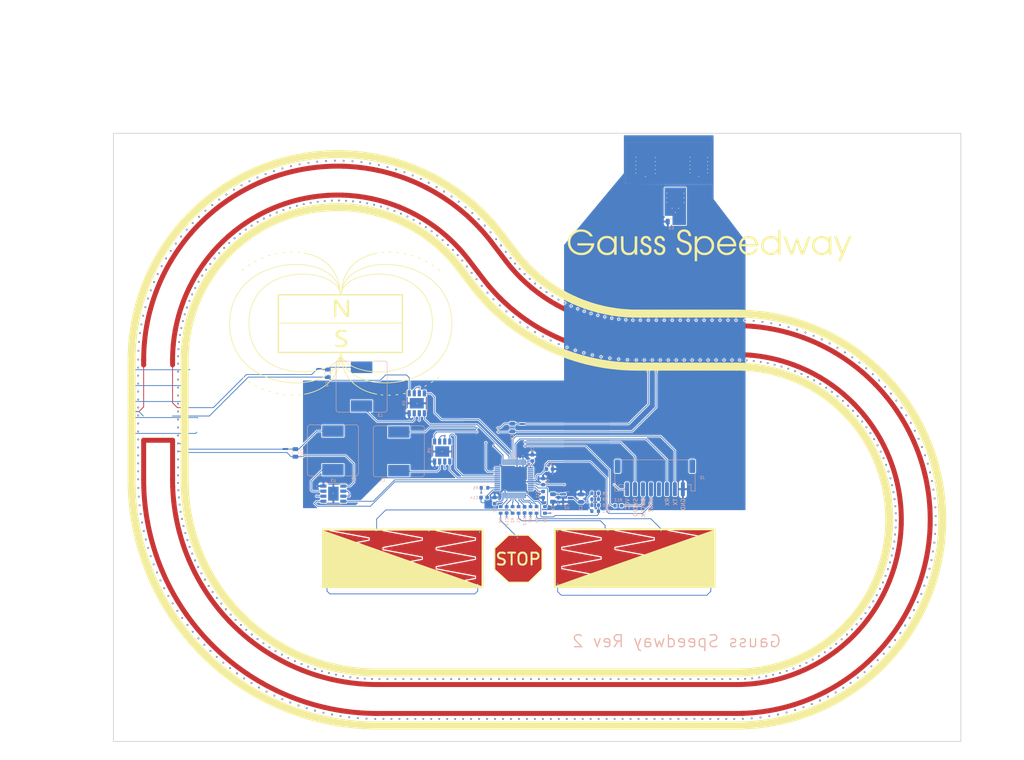
<source format=kicad_pcb>
(kicad_pcb (version 20211014) (generator pcbnew)
  (layers (0 "F.Cu" signal) (1 "In1.Cu" signal) (2 "In2.Cu" signal) (31 "B.Cu" signal) (34 "B.Paste" user) (35 "F.Paste" user) (36 "B.SilkS" user "B.Silkscreen") (37 "F.SilkS" user "F.Silkscreen") (38 "B.Mask" user) (39 "F.Mask" user) (44 "Edge.Cuts" user))
  (net 0 "")
  (net 1 "/STOP")
  (net 8 "Net-(C9-Pad2)")
  (net 10 "Net-(C10-Pad2)")
  (net 18 "/G1_SAMPLE")
  (net 19 "/G2_SAMPLE")
  (net 22 "GND")
  (net 23 "VBUS")
  (net 24 "VCC")
  (net 25 "/SWDIO")
  (net 26 "/NRST")
  (net 27 "/SWCLK")
  (net 28 "/1A_N")
  (net 29 "/1A_P")
  (net 30 "/1B_N")
  (net 31 "/1B_P")
  (net 32 "/G1_N")
  (net 33 "/G1_P")
  (net 34 "/FWD1")
  (net 35 "/FWD3")
  (net 36 "/FWD2")
  (net 37 "/REV1")
  (net 38 "/REV3")
  (net 39 "/REV2")
  (net 40 "/B_IN2")
  (net 41 "/B_IN1")
  (net 42 "/A_IN2")
  (net 43 "/A_IN1")
  (net 44 "/G3_SAMPLE")
  (net 45 "/G6_SAMPLE")
  (net 47 "/G_IN1")
  (net 48 "/G_IN2")
  (net 50 "/UART_RX")
  (net 51 "/UART_TX")
  (net 52 "Net-(R1-Pad2)")
  (net 53 "Net-(R2-Pad2)")
  (net 54 "Net-(R3-Pad2)")
  (net 55 "Net-(R5-Pad1)")
  (net 56 "Net-(R4-Pad1)")
  (net 57 "Net-(C8-Pad2)")
  (net 58 "Net-(R6-Pad1)")
  (net 59 "Net-(R7-Pad1)")
  (net 60 "Net-(R8-Pad1)")
  (net 61 "Net-(R10-Pad2)")
  (net 62 "/VBUS_SENSE")
  (net 63 "Net-(U1-Pad37)")
  (footprint "MountingHole:MountingHole_3.5mm" (layer "F.Cu") (at 97.5 204.5 180)
    (fp_text reference "H4" hide)
    (fp_text value "MountingHole")
  )
  (footprint "MountingHole:MountingHole_3.5mm" (layer "F.Cu") (at 300 204.5 180)
    (fp_text reference "H2" hide)
    (fp_text value "MountingHole")
  )
  (footprint "touch:Label" (layer "F.Cu") (at 242 85.07)
    (fp_text reference "G***" hide)
    (fp_text value "LOGO" hide)
  )
  (footprint "touch:linear_touch_40.0mm" (layer "F.Cu") (at 185.033333 163.55 180)
    (fp_text reference "T1" hide)
    (fp_text value "LinearTouch4" hide)
  )
  (footprint "touch:button" (layer "F.Cu") (at 194.1 163.7)
    (fp_text reference "T2" hide)
    (fp_text value "Conn_01x01")
  )
  (footprint "MountingHole:MountingHole_3.5mm" (layer "F.Cu") (at 97.5 62 180)
    (fp_text reference "H1" hide)
    (fp_text value "MountingHole")
  )
  (footprint "MountingHole:MountingHole_3.5mm" (layer "F.Cu") (at 300 62 180)
    (fp_text reference "H3" hide)
    (fp_text value "MountingHole")
  )
  (footprint "touch:linear_touch_40.0mm" (layer "F.Cu") (at 243.200001 163.5 180)
    (fp_text reference "T3" hide)
    (fp_text value "LinearTouch4" hide)
  )
  (footprint "track:magnetlogo" (layer "F.Cu") (at 136.5 113)
    (fp_text reference "G1" hide)
    (fp_text value "Graphic" hide)
  )
  (footprint "Capacitor_SMD:C_0805_2012Metric" (layer "B.Cu") (at 138.13 137.15 90)
    (fp_text reference "C10")
    (fp_text value "10uF")
  )
  (footprint "Resistor_SMD:R_0603_1608Metric" (layer "B.Cu") (at 213.3 147.25 180)
    (fp_text reference "R8")
    (fp_text value "1k")
  )
  (footprint "Package_QFP:LQFP-48_7x7mm_P0.5mm" (layer "B.Cu") (at 192.95 143.65 180)
    (fp_text reference "U1")
    (fp_text value "STM32F051C6Tx")
  )
  (footprint "Package_SO:Diodes_SO-8EP" (layer "B.Cu") (at 174.95 136.8 -90)
    (fp_text reference "U5")
    (fp_text value "ZXBM5210-SP")
  )
  (footprint "Resistor_SMD:R_0603_1608Metric" (layer "B.Cu") (at 189.6 151.45 90)
    (fp_text reference "R3")
    (fp_text value "1k")
  )
  (footprint "Capacitor_SMD:C_0603_1608Metric" (layer "B.Cu") (at 200.25 144.35 -90)
    (fp_text reference "C4")
    (fp_text value "0.22uF")
  )
  (footprint "Connector_JST:JST_PH_S8B-PH-SM4-TB_1x08-1MP_P2.00mm_Horizontal" (layer "B.Cu") (at 228.3 143.4)
    (fp_text reference "J2")
    (fp_text value "JST PH")
  )
  (footprint "Capacitor_SMD:C_0603_1608Metric" (layer "B.Cu") (at 188.1 149.1 90)
    (fp_text reference "C7")
    (fp_text value "0.22uF")
  )
  (footprint "Inductor_SMD:L_Bourns_SRR1260" (layer "B.Cu") (at 164.07 136.75 90)
    (fp_text reference "L1")
    (fp_text value "68u")
  )
  (footprint "Resistor_SMD:R_0603_1608Metric" (layer "B.Cu") (at 213.3 148.75)
    (fp_text reference "R9")
    (fp_text value "1k")
  )
  (footprint "Package_TO_SOT_SMD:SOT-23" (layer "B.Cu") (at 206.2 148.475)
    (fp_text reference "U2")
    (fp_text value "MCP1754S-3302xCB")
  )
  (footprint "Capacitor_SMD:C_0603_1608Metric" (layer "B.Cu") (at 197.55 138.4 -90)
    (fp_text reference "C5")
    (fp_text value "0.22uF")
  )
  (footprint "Capacitor_SMD:C_0805_2012Metric" (layer "B.Cu") (at 232.46 79.13 180)
    (fp_text reference "C3")
    (fp_text value "10uF")
  )
  (footprint "jmlib:RASM722BK_Barrel" (layer "B.Cu") (at 232.6275 57.35)
    (fp_text reference "J1" hide)
    (fp_text value "Barrel_Jack_Switch")
  )
  (footprint "Resistor_SMD:R_0603_1608Metric" (layer "B.Cu") (at 200.7 151.45 -90)
    (fp_text reference "R4")
    (fp_text value "1k")
  )
  (footprint "Resistor_SMD:R_0603_1608Metric" (layer "B.Cu") (at 192.6 151.45 90)
    (fp_text reference "R2")
    (fp_text value "1k")
  )
  (footprint "NetTie:NetTie-2_SMD_Pad0.5mm" (layer "B.Cu") (at 195.01 129.9)
    (fp_text reference "NT1" hide)
    (fp_text value "NetTie_2")
  )
  (footprint "Package_SO:Diodes_SO-8EP" (layer "B.Cu") (at 147.65 147.38 180)
    (fp_text reference "U3")
    (fp_text value "ZXBM5210-SP")
  )
  (footprint "Capacitor_SMD:C_0603_1608Metric" (layer "B.Cu") (at 185.45 148.35 180)
    (fp_text reference "C14")
    (fp_text value "47nF")
  )
  (footprint "Package_SO:Diodes_SO-8EP" (layer "B.Cu") (at 168.57 124.7 -90)
    (fp_text reference "U4")
    (fp_text value "ZXBM5210-SP")
  )
  (footprint "Capacitor_SMD:C_0603_1608Metric" (layer "B.Cu") (at 200.25 147.6 -90)
    (fp_text reference "C11")
    (fp_text value "47nF")
  )
  (footprint "Capacitor_SMD:C_0603_1608Metric" (layer "B.Cu") (at 195.6 151.45 -90)
    (fp_text reference "C12")
    (fp_text value "47nF")
  )
  (footprint "Inductor_SMD:L_Bourns_SRR1260" (layer "B.Cu") (at 147.545 136.52 90)
    (fp_text reference "L2")
    (fp_text value "68u")
  )
  (footprint "Capacitor_SMD:C_0805_2012Metric" (layer "B.Cu") (at 209.75 148.5 90)
    (fp_text reference "C2")
    (fp_text value "10uF")
  )
  (footprint "Resistor_SMD:R_0603_1608Metric" (layer "B.Cu") (at 198.6 151.45 -90)
    (fp_text reference "R6")
    (fp_text value "1k")
  )
  (footprint "Resistor_SMD:R_0603_1608Metric" (layer "B.Cu") (at 197.1 151.45 -90)
    (fp_text reference "R7")
    (fp_text value "1k")
  )
  (footprint "Capacitor_SMD:C_0603_1608Metric" (layer "B.Cu") (at 191.1 151.45 -90)
    (fp_text reference "C13")
    (fp_text value "47nF")
  )
  (footprint "Resistor_SMD:R_0603_1608Metric" (layer "B.Cu") (at 194.1 151.45 90)
    (fp_text reference "R1")
    (fp_text value "1k")
  )
  (footprint "NetTie:NetTie-2_SMD_Pad0.5mm" (layer "B.Cu") (at 135.62 136.17 180)
    (fp_text reference "NT2" hide)
    (fp_text value "NetTie_2")
  )
  (footprint "NetTie:NetTie-2_SMD_Pad0.5mm" (layer "B.Cu") (at 144.1 116.1 180)
    (fp_text reference "NT5" hide)
    (fp_text value "NetTie_2")
  )
  (footprint "Capacitor_SMD:C_0603_1608Metric" (layer "B.Cu") (at 201.85 141.2 180)
    (fp_text reference "C1")
    (fp_text value "0.22uF")
  )
  (footprint "Capacitor_SMD:C_0805_2012Metric" (layer "B.Cu") (at 146.25 117.2 90)
    (fp_text reference "C9")
    (fp_text value "10uF")
  )
  (footprint "Capacitor_SMD:C_0805_2012Metric" (layer "B.Cu") (at 192.53 130.79 90)
    (fp_text reference "C8")
    (fp_text value "10uF")
  )
  (footprint "Resistor_SMD:R_0603_1608Metric" (layer "B.Cu") (at 213.3 150.25 180)
    (fp_text reference "R10")
    (fp_text value "1k")
  )
  (footprint "Resistor_SMD:R_0603_1608Metric" (layer "B.Cu") (at 213.3 151.75)
    (fp_text reference "R11")
    (fp_text value "1k")
  )
  (footprint "Inductor_SMD:L_Bourns_SRR1260" (layer "B.Cu") (at 154.73 120.53 90)
    (fp_text reference "L3")
    (fp_text value "68u")
  )
  (footprint "Resistor_SMD:R_0603_1608Metric" (layer "B.Cu") (at 219.1 150.4 180)
    (fp_text reference "R12")
    (fp_text value "1k")
  )
  (footprint "Capacitor_SMD:C_0805_2012Metric" (layer "B.Cu") (at 202.725 148.45 -90)
    (fp_text reference "C6")
    (fp_text value "10uF")
  )
  (footprint "Resistor_SMD:R_0603_1608Metric" (layer "B.Cu") (at 185.55 145.9 180)
    (fp_text reference "R5")
    (fp_text value "1k")
  )
  (gr_line (start 228.636121 115.514362) (end 224.636969 115.514362) (layer "F.SilkS") (width 2))
  (gr_line (start 145.05 170.8) (end 185.05 170.8) (layer "F.SilkS") (width 0.5))
  (gr_line (start 166.192645 205.514362) (end 170.191798 205.514362) (layer "F.SilkS") (width 2))
  (gr_arc (start 206.731137 112.628301) (mid 204.581827 111.823975) (end 202.470367 110.92497) (layer "F.SilkS") (width 2))
  (gr_line (start 226.179928 192.214362) (end 230.179081 192.214362) (layer "F.SilkS") (width 2))
  (gr_arc (start 150.296552 62.23896) (mid 152.5882 62.360719) (end 154.872177 62.584152) (layer "F.SilkS") (width 2))
  (gr_line (start 244.63273 115.514362) (end 240.633577 115.514362) (layer "F.SilkS") (width 2))
  (gr_arc (start 136.638864 63.642986) (mid 138.881625 63.156678) (end 141.143775 62.770475) (layer "F.SilkS") (width 2))
  (gr_line (start 198.185863 192.214362) (end 202.185015 192.214362) (layer "F.SilkS") (width 2))
  (gr_arc (start 177.020319 88.002529) (mid 178.14116 89.285937) (end 179.203886 90.617867) (layer "F.SilkS") (width 2))
  (gr_line (start 162.193493 192.214362) (end 166.192645 192.214362) (layer "F.SilkS") (width 2))
  (gr_arc (start 133.293492 78.746289) (mid 134.868661 78.09647) (end 136.47114 77.517262) (layer "F.SilkS") (width 2))
  (gr_arc (start 293.88221 128.833713) (mid 294.949487 130.865313) (end 295.925465 132.942316) (layer "F.SilkS") (width 2))
  (gr_arc (start 287.038409 154.910843) (mid 286.954084 156.612698) (end 286.794244 158.309128) (layer "F.SilkS") (width 2))
  (gr_arc (start 132.136371 199.496665) (mid 130.131808 198.494273) (end 128.165004 197.419681) (layer "F.SilkS") (width 2))
  (gr_arc (start 154.872177 62.584152) (mid 157.143975 62.908821) (end 159.399109 63.334083) (layer "F.SilkS") (width 2))
  (gr_line (start 181.62804 93.798543) (end 179.203886 90.617867) (layer "F.SilkS") (width 2))
  (gr_arc (start 272.05801 184.282309) (mid 270.683779 185.289737) (end 269.266154 186.235127) (layer "F.SilkS") (width 2))
  (gr_line (start 190.187559 205.514362) (end 194.186711 205.514362) (layer "F.SilkS") (width 2))
  (gr_line (start 192.206029 85.736525) (end 189.781876 82.555849) (layer "F.SilkS") (width 2))
  (gr_line (start 190.187559 192.214362) (end 194.186711 192.214362) (layer "F.SilkS") (width 2))
  (gr_arc (start 261.993457 117.891067) (mid 263.578287 118.516956) (end 265.133749 119.212627) (layer "F.SilkS") (width 2))
  (gr_line (start 230.179081 192.214362) (end 234.178233 192.214362) (layer "F.SilkS") (width 2))
  (gr_arc (start 180.081899 72.839153) (mid 181.873282 74.273525) (end 183.599181 75.786055) (layer "F.SilkS") (width 2))
  (gr_arc (start 223.754673 115.514362) (mid 221.966301 115.483392) (end 220.180074 115.390518) (layer "F.SilkS") (width 2))
  (gr_line (start 224.636969 115.514362) (end 223.754673 115.514362) (layer "F.SilkS") (width 2))
  (gr_arc (start 298.137991 168.826764) (mid 297.424559 171.007931) (end 296.614943 173.155254) (layer "F.SilkS") (width 2))
  (gr_line (start 226.179928 205.514362) (end 230.179081 205.514362) (layer "F.SilkS") (width 2))
  (gr_arc (start 112.777109 100.445156) (mid 113.408657 98.862573) (end 114.10988 97.309605) (layer "F.SilkS") (width 2))
  (gr_line (start 210.18332 205.514362) (end 214.182472 205.514362) (layer "F.SilkS") (width 2))
  (gr_arc (start 97.089599 145.997309) (mid 97.061918 144.930995) (end 97.052691 143.864362) (layer "F.SilkS") (width 2))
  (gr_arc (start 97.052794 113.761102) (mid 97.108363 111.466895) (end 97.265787 109.17742) (layer "F.SilkS") (width 2))
  (gr_arc (start 202.470367 110.92497) (mid 200.400925 109.93306) (end 198.377586 108.850204) (layer "F.SilkS") (width 2))
  (gr_arc (start 257.754702 103.013762) (mid 260.004571 103.466048) (end 262.232129 104.01783) (layer "F.SilkS") (width 2))
  (gr_arc (start 140.47856 202.759214) (mid 138.349897 202.057887) (end 136.248133 201.279651) (layer "F.SilkS") (width 2))
  (gr_arc (start 300.254793 150.685815) (mid 300.3451 152.978918) (end 300.333456 155.273769) (layer "F.SilkS") (width 2))
  (gr_arc (start 130.237463 80.252491) (mid 131.748743 79.465435) (end 133.293492 78.746289) (layer "F.SilkS") (width 2))
  (gr_arc (start 265.133749 119.212627) (mid 266.656774 119.976705) (end 268.144356 120.807682) (layer "F.SilkS") (width 2))
  (gr_arc (start 147.803436 190.969869) (mid 146.098451 190.542576) (end 144.410124 190.053593) (layer "F.SilkS") (width 2))
  (gr_arc (start 211.126269 113.946753) (mid 208.914054 113.336359) (end 206.731137 112.628301) (layer "F.SilkS") (width 2))
  (gr_line (start 234.178233 192.214362) (end 238.177385 192.214362) (layer "F.SilkS") (width 2))
  (gr_arc (start 269.266154 186.235127) (mid 267.807934 187.116612) (end 266.311997 187.932453) (layer "F.SilkS") (width 2))
  (gr_arc (start 296.614943 173.155254) (mid 295.710741 175.264494) (end 294.713738 177.331487) (layer "F.SilkS") (width 2))
  (gr_line (start 240.633577 102.214362) (end 236.634425 102.214362) (layer "F.SilkS") (width 2))
  (gr_arc (start 207.951127 98.806749) (mid 206.414572 98.070259) (end 204.912248 97.266241) (layer "F.SilkS") (width 2))
  (gr_arc (start 194.465077 88.620009) (mid 193.849756 87.873078) (end 193.253477 87.110858) (layer "F.SilkS") (width 2))
  (gr_arc (start 100.288927 163.576155) (mid 99.611045 161.43991) (end 99.011258 159.280438) (layer "F.SilkS") (width 2))
  (gr_arc (start 110.630842 149.043158) (mid 110.47437 147.292424) (end 110.381637 145.53716) (layer "F.SilkS") (width 2))
  (gr_arc (start 268.253146 201.671288) (mid 266.110245 202.492538) (end 263.932979 203.217789) (layer "F.SilkS") (width 2))
  (gr_arc (start 198.377586 108.850204) (mid 196.404346 107.678539) (end 194.4851 106.420379) (layer "F.SilkS") (width 2))
  (gr_line (start 238.177385 205.514362) (end 242.176537 205.514362) (layer "F.SilkS") (width 2))
  (gr_arc (start 163.153139 78.341031) (mid 164.716836 79.01799) (end 166.248919 79.763741) (layer "F.SilkS") (width 2))
  (gr_arc (start 253.353976 191.931251) (mid 251.658439 192.100288) (end 249.957066 192.193842) (layer "F.SilkS") (width 2))
  (gr_arc (start 149.886129 75.532626) (mid 151.587672 75.623031) (end 153.283519 75.78893) (layer "F.SilkS") (width 2))
  (gr_arc (start 97.265787 109.17742) (mid 97.524754 106.897198) (end 97.884755 104.630731) (layer "F.SilkS") (width 2))
  (gr_arc (start 270.832135 107.195206) (mid 272.883354 108.224271) (end 274.886838 109.343436) (layer "F.SilkS") (width 2))
  (gr_arc (start 154.744621 192.05208) (mid 152.995713 191.87637) (end 151.254348 191.637207) (layer "F.SilkS") (width 2))
  (gr_arc (start 221.100542 102.122408) (mid 219.403724 101.966747) (end 217.715495 101.735866) (layer "F.SilkS") (width 2))
  (gr_arc (start 248.70269 102.214362) (mid 250.956407 102.263555) (end 253.20583 102.411041) (layer "F.SilkS") (width 2))
  (gr_arc (start 115.614556 165.799156) (mid 114.845744 164.218498) (end 114.134895 162.610939) (layer "F.SilkS") (width 2))
  (gr_arc (start 202.022086 95.462102) (mid 200.639953 94.465542) (end 199.303452 93.408571) (layer "F.SilkS") (width 2))
  (gr_arc (start 110.970496 107.008413) (mid 111.312285 105.339102) (end 111.727887 103.68662) (layer "F.SilkS") (width 2))
  (gr_arc (start 284.277421 168.187803) (mid 283.606053 169.753909) (end 282.865781 171.288646) (layer "F.SilkS") (width 2))
  (gr_arc (start 137.867629 187.494887) (mid 136.295518 186.708744) (end 134.75302 185.865979) (layer "F.SilkS") (width 2))
  (gr_arc (start 97.052691 113.864362) (mid 97.052716 113.812732) (end 97.052794 113.761102) (layer "F.SilkS") (width 2))
  (gr_line (start 214.182472 192.214362) (end 218.181624 192.214362) (layer "F.SilkS") (width 2))
  (gr_line (start 145.05 170.8) (end 145.05 156.4) (layer "F.SilkS") (width 0.5))
  (gr_line (start 206.184167 205.514362) (end 210.18332 205.514362) (layer "F.SilkS") (width 2))
  (gr_arc (start 110.510914 110.384319) (mid 110.703197 108.69126) (end 110.970496 107.008413) (layer "F.SilkS") (width 2))
  (gr_arc (start 300.004614 159.850598) (mid 299.688065 162.123541) (end 299.270862 164.38018) (layer "F.SilkS") (width 2))
  (gr_arc (start 110.381637 145.53716) (mid 110.359927 144.700886) (end 110.352691 143.864362) (layer "F.SilkS") (width 2))
  (gr_line (start 97.052691 125.771853) (end 97.052691 129.771006) (layer "F.SilkS") (width 2))
  (gr_arc (start 277.068132 179.673744) (mid 275.89367 180.908273) (end 274.665529 182.089412) (layer "F.SilkS") (width 2))
  (gr_arc (start 297.596004 137.21605) (mid 298.287267 139.404344) (end 298.880644 141.621184) (layer "F.SilkS") (width 2))
  (gr_line (start 186.188406 192.214362) (end 190.187559 192.214362) (layer "F.SilkS") (width 2))
  (gr_line (start 248.631882 102.214362) (end 244.63273 102.214362) (layer "F.SilkS") (width 2))
  (gr_line (start 228.636121 102.214362) (end 224.636969 102.214362) (layer "F.SilkS") (width 2))
  (gr_arc (start 249.957066 192.193842) (mid 249.329962 192.209231) (end 248.70269 192.214362) (layer "F.SilkS") (width 2))
  (gr_arc (start 156.644755 76.345752) (mid 158.303507 76.735576) (end 159.943306 77.198696) (layer "F.SilkS") (width 2))
  (gr_arc (start 204.912248 97.266241) (mid 203.447122 96.396283) (end 202.022086 95.462102) (layer "F.SilkS") (width 2))
  (gr_line (start 97.052691 117.773549) (end 97.052691 121.772701) (layer "F.SilkS") (width 2))
  (gr_arc (start 128.919294 181.952048) (mid 127.554567 180.844314) (end 126.231005 179.687709) (layer "F.SilkS") (width 2))
  (gr_arc (start 272.419006 199.747462) (mid 270.357451 200.75566) (end 268.253146 201.671288) (layer "F.SilkS") (width 2))
  (gr_arc (start 289.839747 185.096797) (mid 288.411784 186.893293) (end 286.90543 188.624585) (layer "F.SilkS") (width 2))
  (gr_arc (start 141.143775 62.770475) (mid 143.420847 62.485138) (end 145.708347 62.301232) (layer "F.SilkS") (width 2))
  (gr_arc (start 136.47114 77.517262) (mid 138.097766 77.00981) (end 139.745328 76.575112) (layer "F.SilkS") (width 2))
  (gr_line (start 232.635273 115.514362) (end 228.636121 115.514362) (layer "F.SilkS") (width 2))
  (gr_line (start 236.634425 102.214362) (end 232.635273 102.214362) (layer "F.SilkS") (width 2))
  (gr_arc (start 158.702691 205.514362) (mid 158.417785 205.513703) (end 158.132885 205.511729) (layer "F.SilkS") (width 2))
  (gr_line (start 242.176537 205.514362) (end 246.175689 205.514362) (layer "F.SilkS") (width 2))
  (gr_arc (start 109.633113 80.081369) (mid 111.172331 78.379229) (end 112.785641 76.747142) (layer "F.SilkS") (width 2))
  (gr_line (start 110.352691 113.864362) (end 110.352691 117.773549) (layer "F.SilkS") (width 2))
  (gr_line (start 110.352691 121.772701) (end 110.352691 125.771853) (layer "F.SilkS") (width 2))
  (gr_arc (start 214.378114 101.050416) (mid 212.73555 100.5972) (end 211.114739 100.071469) (layer "F.SilkS") (width 2))
  (gr_line (start 162.193493 205.514362) (end 166.192645 205.514362) (layer "F.SilkS") (width 2))
  (gr_arc (start 196.777805 91.121857) (mid 195.593643 89.896629) (end 194.465077 88.620009) (layer "F.SilkS") (width 2))
  (gr_arc (start 139.745328 76.575112) (mid 141.410573 76.21403) (end 143.090214 75.927275) (layer "F.SilkS") (width 2))
  (gr_line (start 110.352691 133.770158) (end 110.352691 137.76931) (layer "F.SilkS") (width 2))
  (gr_line (start 185.05 156.4) (end 145.05 156.4) (layer "F.SilkS") (width 0.5))
  (gr_line (start 97.052691 129.771006) (end 97.052691 133.770158) (layer "F.SilkS") (width 2))
  (gr_arc (start 114.10988 97.309605) (mid 114.879395 95.789319) (end 115.715682 94.304716) (layer "F.SilkS") (width 2))
  (gr_arc (start 112.890761 159.323651) (mid 112.359121 157.648267) (end 111.888728 155.954667) (layer "F.SilkS") (width 2))
  (gr_arc (start 282.248374 135.279166) (mid 283.040824 136.787624) (end 283.765486 138.329793) (layer "F.SilkS") (width 2))
  (gr_line (start 243.25 156.3) (end 243.25 170.75) (layer "F.SilkS") (width 0.5))
  (gr_line (start 182.189254 192.214362) (end 186.188406 192.214362) (layer "F.SilkS") (width 2))
  (gr_arc (start 280.466498 132.375225) (mid 281.389701 133.807398) (end 282.248374 135.279166) (layer "F.SilkS") (width 2))
  (gr_line (start 244.63273 102.214362) (end 240.633577 102.214362) (layer "F.SilkS") (width 2))
  (gr_arc (start 273.682678 124.765863) (mid 274.950588 125.904206) (end 276.166681 127.097747) (layer "F.SilkS") (width 2))
  (gr_line (start 230.179081 205.514362) (end 234.178233 205.514362) (layer "F.SilkS") (width 2))
  (gr_arc (start 141.092344 188.893222) (mid 139.467276 188.223367) (end 137.867629 187.494887) (layer "F.SilkS") (width 2))
  (gr_arc (start 144.805296 203.927537) (mid 142.631308 203.382705) (end 140.47856 202.759214) (layer "F.SilkS") (width 2))
  (gr_arc (start 119.247977 171.8116) (mid 118.258225 170.359035) (end 117.321925 168.871455) (layer "F.SilkS") (width 2))
  (gr_arc (start 278.433919 129.640892) (mid 279.480588 130.985476) (end 280.466498 132.375225) (layer "F.SilkS") (width 2))
  (gr_arc (start 101.875295 167.767701) (mid 101.04401 165.686348) (end 100.288927 163.576155) (layer "F.SilkS") (width 2))
  (gr_line (start 246.175689 205.514362) (end 248.70269 205.514362) (layer "F.SilkS") (width 2))
  (gr_arc (start 117.298773 189.541907) (mid 115.665849 188.006777) (end 114.089803 186.413308) (layer "F.SilkS") (width 2))
  (gr_arc (start 250.39209 205.486726) (mid 249.547503 205.507453) (end 248.70269 205.514362) (layer "F.SilkS") (width 2))
  (gr_arc (start 127.949493 66.567139) (mid 130.07094 65.691959) (end 132.229168 64.911879) (layer "F.SilkS") (width 2))
  (gr_arc (start 111.134093 152.521788) (mid 110.850847 150.787048) (end 110.630842 149.043158) (layer "F.SilkS") (width 2))
  (gr_arc (start 102.112895 91.568321) (mid 103.149281 89.520791) (end 104.275598 87.521319) (layer "F.SilkS") (width 2))
  (gr_line (start 110.352691 117.773549) (end 110.352691 121.772701) (layer "F.SilkS") (width 2))
  (gr_arc (start 194.4851 106.420379) (mid 192.623635 105.078207) (end 190.823628 103.654672) (layer "F.SilkS") (width 2))
  (gr_line (start 97.052691 113.864362) (end 97.052691 117.773549) (layer "F.SilkS") (width 2))
  (gr_arc (start 274.886838 109.343436) (mid 276.83863 110.550492) (end 278.734877 111.843055) (layer "F.SilkS") (width 2))
  (gr_arc (start 119.914024 70.981555) (mid 121.847312 69.745079) (end 123.833617 68.595701) (layer "F.SilkS") (width 2))
  (gr_arc (start 258.748265 116.853433) (mid 260.38239 117.336193) (end 261.993457 117.891067) (layer "F.SilkS") (width 2))
  (gr_arc (start 123.833617 68.595701) (mid 125.869016 67.53569) (end 127.949493 66.567139) (layer "F.SilkS") (width 2))
  (gr_arc (start 151.254348 191.637207) (mid 149.522826 191.334906) (end 147.803436 190.969869) (layer "F.SilkS") (width 2))
  (gr_line (start 222.180776 205.514362) (end 226.179928 205.514362) (layer "F.SilkS") (width 2))
  (gr_line (start 170.191798 192.214362) (end 174.19095 192.214362) (layer "F.SilkS") (width 2))
  (gr_arc (start 278.734877 111.843055) (mid 280.571836 113.218575) (end 282.345881 114.674336) (layer "F.SilkS") (width 2))
  (gr_line (start 203.2 170.75) (end 203.2 156.3) (layer "F.SilkS") (width 0.5))
  (gr_arc (start 268.144356 120.807682) (mid 269.593557 121.703918) (end 271.001516 122.663644) (layer "F.SilkS") (width 2))
  (gr_arc (start 176.316951 70.21605) (mid 178.228569 71.485771) (end 180.081899 72.839153) (layer "F.SilkS") (width 2))
  (gr_arc (start 283.669591 191.878022) (mid 281.946494 193.393743) (end 280.157769 194.831428) (layer "F.SilkS") (width 2))
  (gr_arc (start 286.980001 151.504299) (mid 287.047053 153.206922) (end 287.038409 154.910843) (layer "F.SilkS") (width 2))
  (gr_arc (start 158.132885 205.511729) (mid 155.892508 205.45028) (end 153.655845 205.30744) (layer "F.SilkS") (width 2))
  (gr_line (start 224.636969 102.214362) (end 223.754673 102.214362) (layer "F.SilkS") (width 2))
  (gr_arc (start 211.114739 100.071469) (mid 209.518881 99.474258) (end 207.951127 98.806749) (layer "F.SilkS") (width 2))
  (gr_arc (start 121.382535 174.604052) (mid 120.289873 173.227229) (end 119.247977 171.8116) (layer "F.SilkS") (width 2))
  (gr_arc (start 98.049039 154.903252) (mid 97.687879 152.691323) (end 97.407356 150.467729) (layer "F.SilkS") (width 2))
  (gr_arc (start 294.713738 177.331487) (mid 293.625903 179.352152) (end 292.449382 181.322501) (layer "F.SilkS") (width 2))
  (gr_arc (start 172.001677 83.403244) (mid 173.331774 84.468262) (end 174.61325 85.591311) (layer "F.SilkS") (width 2))
  (gr_line (start 110.352691 137.76931) (end 110.352691 141.768462) (layer "F.SilkS") (width 2))
  (gr_arc (start 144.410124 190.053593) (mid 142.740686 189.503566) (end 141.092344 188.893222) (layer "F.SilkS") (width 2))
  (gr_line (start 234.178233 205.514362) (end 238.177385 205.514362) (layer "F.SilkS") (width 2))
  (gr_line (start 170.191798 205.514362) (end 174.19095 205.514362) (layer "F.SilkS") (width 2))
  (gr_arc (start 168.164638 66.021336) (mid 170.270634 66.933069) (end 172.334052 67.93745) (layer "F.SilkS") (width 2))
  (gr_line (start 182.675488 95.172875) (end 181.62804 93.798543) (layer "F.SilkS") (width 2))
  (gr_arc (start 159.399109 63.334083) (mid 161.633126 63.859099) (end 163.841617 64.482833) (layer "F.SilkS") (width 2))
  (gr_arc (start 288.74488 121.240054) (mid 290.15454 123.050947) (end 291.482368 124.92267) (layer "F.SilkS") (width 2))
  (gr_arc (start 159.943306 77.198696) (mid 161.560915 77.7342) (end 163.153139 78.341031) (layer "F.SilkS") (width 2))
  (gr_arc (start 111.116598 183.059851) (mid 109.723369 181.304295) (end 108.394871 179.499258) (layer "F.SilkS") (width 2))
  (gr_arc (start 119.693624 88.780571) (mid 120.83649 87.516737) (end 122.034368 86.304916) (layer "F.SilkS") (width 2))
  (gr_arc (start 285.005857 141.503031) (mid 285.519119 143.127834) (end 285.959699 144.773832) (layer "F.SilkS") (width 2))
  (gr_arc (start 145.708347 62.301232) (mid 148.001758 62.219119) (end 150.296552 62.23896) (layer "F.SilkS") (width 2))
  (gr_line (start 214.182472 205.514362) (end 218.181624 205.514362) (layer "F.SilkS") (width 2))
  (gr_arc (start 260.011143 190.509162) (mid 258.372203 190.975317) (end 256.714175 191.36821) (layer "F.SilkS") (width 2))
  (gr_line (start 218.181624 192.214362) (end 222.180776 192.214362) (layer "F.SilkS") (width 2))
  (gr_arc (start 187.422072 100.574913) (mid 185.827237 98.924768) (end 184.307277 97.205409) (layer "F.SilkS") (width 2))
  (gr_arc (start 215.621074 114.869921) (mid 213.363415 114.458277) (end 211.126269 113.946753) (layer "F.SilkS") (width 2))
  (gr_arc (start 128.165004 197.419681) (mid 126.238559 196.27431) (end 124.355018 195.059674) (layer "F.SilkS") (width 2))
  (gr_arc (start 163.841617 64.482833) (mid 166.020221 65.204053) (end 168.164638 66.021336) (layer "F.SilkS") (width 2))
  (gr_arc (start 281.184503 174.251964) (mid 280.246815 175.674695) (end 279.246855 177.05437) (layer "F.SilkS") (width 2))
  (gr_arc (start 112.785641 76.747142) (mid 114.469856 75.188329) (end 116.221651 73.705869) (layer "F.SilkS") (width 2))
  (gr_arc (start 276.397681 197.461494) (mid 274.433742 198.648683) (end 272.419006 199.747462) (layer "F.SilkS") (width 2))
  (gr_arc (start 276.166681 127.097747) (mid 277.328555 128.34413) (end 278.433919 129.640892) (layer "F.SilkS") (width 2))
  (gr_arc (start 280.157769 194.831428) (mid 278.306946 196.188237) (end 276.397681 197.461494) (layer "F.SilkS") (width 2))
  (gr_arc (start 282.345881 114.674336) (mid 284.05351 116.207463) (end 285.691351 117.814931) (layer "F.SilkS") (width 2))
  (gr_line (start 194.186711 205.514362) (end 198.185863 205.514362) (layer "F.SilkS") (width 2))
  (gr_arc (start 217.715495 101.735866) (mid 216.039189 101.430221) (end 214.378114 101.050416) (layer "F.SilkS") (width 2))
  (gr_line (start 248.70269 102.214362) (end 248.631882 102.214362) (layer "F.SilkS") (width 2))
  (gr_line (start 193.253477 87.110858) (end 192.206029 85.736525) (layer "F.SilkS") (width 2))
  (gr_arc (start 105.939004 175.750345) (mid 104.814882 173.811424) (end 103.761978 171.832926) (layer "F.SilkS") (width 2))
  (gr_line (start 158.702691 192.214362) (end 162.193493 192.214362) (layer "F.SilkS") (width 2))
  (gr_arc (start 124.355018 195.059674) (mid 122.516872 193.777377) (end 120.72655 192.429115) (layer "F.SilkS") (width 2))
  (gr_arc (start 111.727887 103.68662) (mid 112.216484 102.054231) (end 112.777109 100.445156) (layer "F.SilkS") (width 2))
  (gr_line (start 174.19095 205.514362) (end 178.190102 205.514362) (layer "F.SilkS") (width 2))
  (gr_line (start 206.184167 192.214362) (end 210.18332 192.214362) (layer "F.SilkS") (width 2))
  (gr_arc (start 285.691351 117.814931) (mid 287.25617 119.493566) (end 288.74488 121.240054) (layer "F.SilkS") (width 2))
  (gr_arc (start 286.90543 188.624585) (mid 285.323658 190.287256) (end 283.669591 191.878022) (layer "F.SilkS") (width 2))
  (gr_arc (start 117.321925 168.871455) (mid 116.440313 167.350825) (end 115.614556 165.799156) (layer "F.SilkS") (width 2))
  (gr_arc (start 124.585597 84.046778) (mid 125.933912 83.004919) (end 127.327175 82.023981) (layer "F.SilkS") (width 2))
  (gr_line (start 246.175689 192.214362) (end 248.70269 192.214362) (layer "F.SilkS") (width 2))
  (gr_arc (start 259.492605 204.374759) (mid 257.238262 204.804195) (end 254.967069 205.133067) (layer "F.SilkS") (width 2))
  (gr_arc (start 266.311997 187.932453) (mid 264.781297 188.681037) (end 263.218856 189.360889) (layer "F.SilkS") (width 2))
  (gr_arc (start 295.925465 132.942316) (mid 296.808218 135.060622) (end 297.596004 137.21605) (layer "F.SilkS") (width 2))
  (gr_arc (start 153.283519 75.78893) (mid 154.970324 76.029995) (end 156.644755 76.345752) (layer "F.SilkS") (width 2))
  (gr_arc (start 190.823628 103.654672) (mid 189.088632 102.152586) (end 187.422072 100.574913) (layer "F.SilkS") (width 2))
  (gr_arc (start 283.765486 138.329793) (mid 284.420928 139.902631) (end 285.005857 141.503031) (layer "F.SilkS") (width 2))
  (gr_line (start 110.352691 129.771006) (end 110.352691 133.770158) (layer "F.SilkS") (width 2))
  (gr_arc (start 254.967069 205.133067) (mid 252.683509 205.360726) (end 250.39209 205.486726) (layer "F.SilkS") (width 2))
  (gr_arc (start 253.20583 102.411041) (mid 255.486963 102.661861) (end 257.754702 103.013762) (layer "F.SilkS") (width 2))
  (gr_line (start 222.180776 192.214362) (end 226.179928 192.214362) (layer "F.SilkS") (width 2))
  (gr_line (start 210.18332 192.214362) (end 214.182472 192.214362) (layer "F.SilkS") (width 2))
  (gr_arc (start 122.034368 86.304916) (mid 123.284893 85.147501) (end 124.585597 84.046778) (layer "F.SilkS") (width 2))
  (gr_line (start 186.188406 205.514362) (end 190.187559 205.514362) (layer "F.SilkS") (width 2))
  (gr_arc (start 300.333456 155.273769) (mid 300.219887 157.565837) (end 300.004614 159.850598) (layer "F.SilkS") (width 2))
  (gr_line (start 198.185863 205.514362) (end 202.185015 205.514362) (layer "F.SilkS") (width 2))
  (gr_arc (start 292.449382 181.322501) (mid 291.186499 183.238644) (end 289.839747 185.096797) (layer "F.SilkS") (width 2))
  (gr_arc (start 271.001516 122.663644) (mid 272.365454 123.684964) (end 273.682678 124.765863) (layer "F.SilkS") (width 2))
  (gr_line (start 202.185015 205.514362) (end 206.184167 205.514362) (layer "F.SilkS") (width 2))
  (gr_line (start 238.177385 192.214362) (end 242.176537 192.214362) (layer "F.SilkS") (width 2))
  (gr_line (start 242.176537 192.214362) (end 246.175689 192.214362) (layer "F.SilkS") (width 2))
  (gr_arc (start 110.352767 113.787692) (mid 110.394027 112.084248) (end 110.510914 110.384319) (layer "F.SilkS") (width 2))
  (gr_arc (start 263.932979 203.217789) (mid 261.725647 203.845609) (end 259.492605 204.374759) (layer "F.SilkS") (width 2))
  (gr_arc (start 286.249435 161.672331) (mid 285.865541 163.332466) (end 285.408281 164.973909) (layer "F.SilkS") (width 2))
  (gr_line (start 97.052691 137.76931) (end 97.052691 141.768462) (layer "F.SilkS") (width 2))
  (gr_arc (start 116.221651 73.705869) (mid 118.037569 72.302687) (end 119.914024 70.981555) (layer "F.SilkS") (width 2))
  (gr_arc (start 298.880644 141.621184) (mid 299.374961 143.862194) (end 299.769244 146.122949) (layer "F.SilkS") (width 2))
  (gr_arc (start 256.714175 191.36821) (mid 255.040331 191.687064) (end 253.353976 191.931251) (layer "F.SilkS") (width 2))
  (gr_arc (start 299.769244 146.122949) (mid 300.062714 148.398987) (end 300.254793 150.685815) (layer "F.SilkS") (width 2))
  (gr_line (start 97.052691 141.768462) (end 97.052691 143.864362) (layer "F.SilkS") (width 2))
  (gr_arc (start 220.180074 115.390518) (mid 217.89479 115.180872) (end 215.621074 114.869921) (layer "F.SilkS") (width 2))
  (gr_line (start 194.186711 192.214362) (end 198.185863 192.214362) (layer "F.SilkS") (width 2))
  (gr_arc (start 104.275598 87.521319) (mid 105.489619 85.573852) (end 106.788949 83.682235) (layer "F.SilkS") (width 2))
  (gr_arc (start 108.394871 179.499258) (mid 107.13286 177.647125) (end 105.939004 175.750345) (layer "F.SilkS") (width 2))
  (gr_arc (start 274.665529 182.089412) (mid 273.386134 183.214831) (end 272.05801 184.282309) (layer "F.SilkS") (width 2))
  (gr_poly (pts (xy 145.15 156.65) (xy 184.85 170.6) (xy 145.15 170.75)) (layer "F.SilkS") (width 0.1) (fill solid))
  (gr_arc (start 169.206212 81.455596) (mid 170.625584 82.398361) (end 172.001677 83.403244) (layer "F.SilkS") (width 2))
  (gr_line (start 185.05 156.4) (end 185.05 170.8) (layer "F.SilkS") (width 0.5))
  (gr_arc (start 285.959699 144.773832) (mid 286.326729 146.437776) (end 286.619483 148.116382) (layer "F.SilkS") (width 2))
  (gr_arc (start 183.599181 75.786055) (mid 185.256189 77.373757) (end 186.841035 79.033497) (layer "F.SilkS") (width 2))
  (gr_arc (start 282.865781 171.288646) (mid 282.058066 172.788985) (end 281.184503 174.251964) (layer "F.SilkS") (width 2))
  (gr_arc (start 291.482368 124.92267) (mid 292.725744 126.851527) (end 293.88221 128.833713) (layer "F.SilkS") (width 2))
  (gr_arc (start 158.702691 192.214362) (mid 158.479249 192.213845) (end 158.255811 192.212297) (layer "F.SilkS") (width 2))
  (gr_arc (start 252.046261 115.660396) (mid 253.739996 115.846629) (end 255.423787 116.107914) (layer "F.SilkS") (width 2))
  (gr_arc (start 97.884755 104.630731) (mid 98.345078 102.382492) (end 98.904814 100.15692) (layer "F.SilkS") (width 2))
  (gr_arc (start 136.248133 201.279651) (mid 134.176045 200.425534) (end 132.136371 199.496665) (layer "F.SilkS") (width 2))
  (gr_line (start 248.70269 115.514362) (end 248.631882 115.514362) (layer "F.SilkS") (width 2))
  (gr_arc (start 149.205476 204.778444) (mid 146.997651 204.392988) (end 144.805296 203.927537) (layer "F.SilkS") (width 2))
  (gr_arc (start 286.794244 158.309128) (mid 286.559207 159.996783) (end 286.249435 161.672331) (layer "F.SilkS") (width 2))
  (gr_line (start 240.633577 115.514362) (end 236.634425 115.514362) (layer "F.SilkS") (width 2))
  (gr_arc (start 174.61325 85.591311) (mid 175.843575 86.770176) (end 177.020319 88.002529) (layer "F.SilkS") (width 2))
  (gr_line (start 158.702691 205.514362) (end 162.193493 205.514362) (layer "F.SilkS") (width 2))
  (gr_arc (start 98.904814 100.15692) (mid 99.562858 97.958409) (end 100.317911 95.791298) (layer "F.SilkS") (width 2))
  (gr_arc (start 123.714319 177.234054) (mid 122.524521 175.940249) (end 121.382535 174.604052) (layer "F.SilkS") (width 2))
  (gr_arc (start 158.255811 192.212297) (mid 156.49876 192.164106) (end 154.744621 192.05208) (layer "F.SilkS") (width 2))
  (gr_arc (start 172.334052 67.93745) (mid 174.350818 69.032497) (end 176.316951 70.21605) (layer "F.SilkS") (width 2))
  (gr_line (start 182.189254 205.514362) (end 186.188406 205.514362) (layer "F.SilkS") (width 2))
  (gr_arc (start 111.888728 155.954667) (mid 111.480206 154.245087) (end 111.134093 152.521788) (layer "F.SilkS") (width 2))
  (gr_arc (start 117.581839 91.454206) (mid 118.608026 90.093926) (end 119.693624 88.780571) (layer "F.SilkS") (width 2))
  (gr_poly (pts (xy 203.35 170.55) (xy 243.1 156.5) (xy 243.05 170.55)) (layer "F.SilkS") (width 0.1) (fill solid))
  (gr_line (start 174.19095 192.214362) (end 178.190102 192.214362) (layer "F.SilkS") (width 2))
  (gr_arc (start 263.218856 189.360889) (mid 261.627758 189.970665) (end 260.011143 190.509162) (layer "F.SilkS") (width 2))
  (gr_line (start 178.190102 205.514362) (end 182.189254 205.514362) (layer "F.SilkS") (width 2))
  (gr_line (start 178.190102 192.214362) (end 182.189254 192.214362) (layer "F.SilkS") (width 2))
  (gr_arc (start 248.70269 115.514362) (mid 250.376069 115.550888) (end 252.046261 115.660396) (layer "F.SilkS") (width 2))
  (gr_arc (start 110.352691 113.864362) (mid 110.35271 113.826027) (end 110.352767 113.787692) (layer "F.SilkS") (width 2))
  (gr_arc (start 120.72655 192.429115) (mid 118.986417 191.016669) (end 117.298773 189.541907) (layer "F.SilkS") (width 2))
  (gr_arc (start 279.246855 177.05437) (mid 278.186596 178.388264) (end 277.068132 179.673744) (layer "F.SilkS") (width 2))
  (gr_arc (start 199.303452 93.408571) (mid 198.015222 92.293276) (end 196.777805 91.121857) (layer "F.SilkS") (width 2))
  (gr_arc (start 114.134895 162.610939) (mid 113.482947 160.978604) (end 112.890761 159.323651) (layer "F.SilkS") (width 2))
  (gr_line (start 97.052691 121.772701) (end 97.052691 125.771853) (layer "F.SilkS") (width 2))
  (gr_line (start 97.052691 133.770158) (end 97.052691 137.76931) (layer "F.SilkS") (width 2))
  (gr_arc (start 255.423787 116.107914) (mid 257.094309 116.443737) (end 258.748265 116.853433) (layer "F.SilkS") (width 2))
  (gr_arc (start 103.761978 171.832926) (mid 102.781683 169.817464) (end 101.875295 167.767701) (layer "F.SilkS") (width 2))
  (gr_line (start 110.352691 141.768462) (end 110.352691 143.864362) (layer "F.SilkS") (width 2))
  (gr_arc (start 143.090214 75.927275) (mid 144.780935 75.715412) (end 146.479398 75.578863) (layer "F.SilkS") (width 2))
  (gr_arc (start 131.764978 184.015105) (mid 130.323383 183.009443) (end 128.919294 181.952048) (layer "F.SilkS") (width 2))
  (gr_line (start 243.25 170.75) (end 203.2 170.75) (layer "F.SilkS") (width 0.5))
  (gr_arc (start 127.327175 82.023981) (mid 128.762637 81.105901) (end 130.237463 80.252491) (layer "F.SilkS") (width 2))
  (gr_arc (start 134.75302 185.865979) (mid 133.242175 184.967703) (end 131.764978 184.015105) (layer "F.SilkS") (width 2))
  (gr_arc (start 266.602772 105.415321) (mid 268.737229 106.258273) (end 270.832135 107.195206) (layer "F.SilkS") (width 2))
  (gr_arc (start 106.788949 83.682235) (mid 108.171023 81.850201) (end 109.633113 80.081369) (layer "F.SilkS") (width 2))
  (gr_line (start 110.352691 125.771853) (end 110.352691 129.771006) (layer "F.SilkS") (width 2))
  (gr_line (start 218.181624 205.514362) (end 222.180776 205.514362) (layer "F.SilkS") (width 2))
  (gr_line (start 236.634425 115.514362) (end 232.635273 115.514362) (layer "F.SilkS") (width 2))
  (gr_arc (start 115.715682 94.304716) (mid 116.617089 92.858727) (end 117.581839 91.454206) (layer "F.SilkS") (width 2))
  (gr_arc (start 100.317911 95.791298) (mid 101.168483 93.659866) (end 102.112895 91.568321) (layer "F.SilkS") (width 2))
  (gr_arc (start 262.232129 104.01783) (mid 264.432977 104.668016) (end 266.602772 105.415321) (layer "F.SilkS") (width 2))
  (gr_arc (start 299.270862 164.38018) (mid 298.75383 166.616059) (end 298.137991 168.826764) (layer "F.SilkS") (width 2))
  (gr_arc (start 186.841035 79.033497) (mid 188.350591 80.761998) (end 189.781876 82.555849) (layer "F.SilkS") (width 2))
  (gr_arc (start 146.479398 75.578863) (mid 148.18225 75.517894) (end 149.886129 75.532626) (layer "F.SilkS") (width 2))
  (gr_line (start 203.2 156.3) (end 243.25 156.3) (layer "F.SilkS") (width 0.5))
  (gr_line (start 202.185015 192.214362) (end 206.184167 192.214362) (layer "F.SilkS") (width 2))
  (gr_arc (start 132.229168 64.911879) (mid 134.419918 64.228439) (end 136.638864 63.642986) (layer "F.SilkS") (width 2))
  (gr_arc (start 285.408281 164.973909) (mid 284.87856 166.593421) (end 284.277421 168.187803) (layer "F.SilkS") (width 2))
  (gr_arc (start 286.619483 148.116382) (mid 286.837384 149.806335) (end 286.980001 151.504299) (layer "F.SilkS") (width 2))
  (gr_arc (start 184.307277 97.205409) (mid 183.478559 96.199437) (end 182.675488 95.172875) (layer "F.SilkS") (width 2))
  (gr_arc (start 99.011258 159.280438) (mid 98.49036 157.100592) (end 98.049039 154.903252) (layer "F.SilkS") (width 2))
  (gr_arc (start 97.407356 150.467729) (mid 97.207841 148.235407) (end 97.089599 145.997309) (layer "F.SilkS") (width 2))
  (gr_line (start 248.631882 115.514362) (end 244.63273 115.514362) (layer "F.SilkS") (width 2))
  (gr_arc (start 166.248919 79.763741) (mid 167.746363 80.576811) (end 169.206212 81.455596) (layer "F.SilkS") (width 2))
  (gr_line (start 166.192645 192.214362) (end 170.191798 192.214362) (layer "F.SilkS") (width 2))
  (gr_arc (start 114.089803 186.413308) (mid 112.572718 184.763606) (end 111.116598 183.059851) (layer "F.SilkS") (width 2))
  (gr_line (start 232.635273 102.214362) (end 228.636121 102.214362) (layer "F.SilkS") (width 2))
  (gr_arc (start 126.231005 179.687709) (mid 124.950359 178.483758) (end 123.714319 177.234054) (layer "F.SilkS") (width 2))
  (gr_arc (start 223.754673 102.214362) (mid 222.426811 102.191367) (end 221.100542 102.122408) (layer "F.SilkS") (width 2))
  (gr_arc (start 153.655845 205.30744) (mid 151.425852 205.083396) (end 149.205476 204.778444) (layer "F.SilkS") (width 2))
  (gr_rect (start 305 209.5) (end 92.5 57) (layer "Edge.Cuts") (width 0.2) (fill none))
  (gr_text "GND\n" (at 235.375 150.075 90) (layer "B.SilkS") (effects (font (size 1 1)) (justify mirror)))
  (gr_text "RX\n" (at 231.4 149.45 90) (layer "B.SilkS") (effects (font (size 1 1)) (justify mirror)))
  (gr_text "TX\n" (at 233.425 149.475 90) (layer "B.SilkS") (effects (font (size 1 1)) (justify mirror)))
  (gr_text "Gauss Speedway Rev 2\n" (at 233.75 184.375) (layer "B.SilkS") (effects (font (size 3 3) (thickness 0.3)) (justify mirror)))
  (gr_text "VCC\n" (at 221.4 150 90) (layer "B.SilkS") (effects (font (size 1 1)) (justify mirror)))
  (gr_text "SWCLK\n" (at 225.4 150.9 90) (layer "B.SilkS") (effects (font (size 1 1)) (justify mirror)))
  (gr_text "SWDIO\n" (at 223.4 150.8 90) (layer "B.SilkS") (effects (font (size 1 1)) (justify mirror)))
  (gr_text "nRST\n" (at 227.3 150.25 90) (layer "B.SilkS") (effects (font (size 1 1)) (justify mirror)))
  (segment (start 111.125 120.269) (end 111.252 120.142) (width 0.2) (layer "B.Cu") (net 0))
  (segment (start 97.585006 132.256006) (end 113.107994 132.256006) (width 0.2) (layer "B.Cu") (net 0))
  (segment (start 97.536 120.269) (end 111.125 120.269) (width 0.2) (layer "B.Cu") (net 0))
  (segment (start 111.548622 116.289378) (end 111.633 116.205) (width 0.2) (layer "B.Cu") (net 0))
  (segment (start 97.552853 128.286853) (end 113.554853 128.286853) (width 0.2) (layer "B.Cu") (net 0))
  (segment (start 110.946299 124.257701) (end 111.125 124.079) (width 0.2) (layer "B.Cu") (net 0))
  (segment (start 97.536 132.207) (end 97.585006 132.256006) (width 0.2) (layer "B.Cu") (net 0))
  (segment (start 97.714701 124.257701) (end 110.946299 124.257701) (width 0.2) (layer "B.Cu") (net 0))
  (segment (start 113.554853 128.286853) (end 113.665 128.397) (width 0.2) (layer "B.Cu") (net 0))
  (segment (start 97.409 128.143) (end 97.552853 128.286853) (width 0.2) (layer "B.Cu") (net 0))
  (segment (start 97.705622 116.289378) (end 111.548622 116.289378) (width 0.2) (layer "B.Cu") (net 0))
  (segment (start 97.663 116.332) (end 97.705622 116.289378) (width 0.2) (layer "B.Cu") (net 0))
  (segment (start 113.107994 132.256006) (end 113.411 131.953) (width 0.2) (layer "B.Cu") (net 0))
  (segment (start 97.663 124.206) (end 97.714701 124.257701) (width 0.2) (layer "B.Cu") (net 0))
  (segment (start 193.85 163.45) (end 194.1 163.7) (width 0.2) (layer "F.Cu") (net 1))
  (segment (start 193.85 158.35) (end 193.85 163.45) (width 0.2) (layer "F.Cu") (net 1))
  (via (at 193.85 158.35) (size 0.45) (drill 0.2) (layers "F.Cu" "B.Cu") (net 1))
  (segment (start 189.6 152.275) (end 189.6 154.1) (width 0.2) (layer "B.Cu") (net 1))
  (segment (start 189.6 154.1) (end 193.85 158.35) (width 0.2) (layer "B.Cu") (net 1))
  (segment (start 146.25 116.25) (end 144.75 116.25) (width 0.2) (layer "B.Cu") (net 8))
  (segment (start 154.73 115.68) (end 146.82 115.68) (width 0.2) (layer "B.Cu") (net 8))
  (segment (start 146.82 115.68) (end 146.25 116.25) (width 0.2) (layer "B.Cu") (net 8))
  (segment (start 144.75 116.25) (end 144.6 116.1) (width 0.2) (layer "B.Cu") (net 8))
  (segment (start 143.53 131.67) (end 139 136.2) (width 0.2) (layer "B.Cu") (net 10))
  (segment (start 136.15 136.2) (end 136.12 136.17) (width 0.2) (layer "B.Cu") (net 10))
  (segment (start 138.13 136.2) (end 136.15 136.2) (width 0.2) (layer "B.Cu") (net 10))
  (segment (start 147.545 131.67) (end 143.53 131.67) (width 0.2) (layer "B.Cu") (net 10))
  (segment (start 139 136.2) (end 138.13 136.2) (width 0.2) (layer "B.Cu") (net 10))
  (segment (start 199.175 146.825) (end 200.25 146.825) (width 0.2) (layer "B.Cu") (net 18))
  (segment (start 198.25 145.9) (end 199.175 146.825) (width 0.2) (layer "B.Cu") (net 18))
  (segment (start 197.1125 145.9) (end 198.25 145.9) (width 0.2) (layer "B.Cu") (net 18))
  (segment (start 195.6 150.45) (end 195.6 150.675) (width 0.2) (layer "B.Cu") (net 19))
  (segment (start 194.2 149.05) (end 195.6 150.45) (width 0.2) (layer "B.Cu") (net 19))
  (segment (start 194.2 147.8125) (end 194.2 149.05) (width 0.2) (layer "B.Cu") (net 19))
  (via (at 223.5 66) (size 0.45) (drill 0.2) (layers "F.Cu" "B.Cu") (net 22))
  (via (at 200.25 149.4) (size 0.45) (drill 0.2) (layers "F.Cu" "B.Cu") (net 22))
  (via (at 166.65 128.75) (size 0.45) (drill 0.2) (layers "F.Cu" "B.Cu") (net 22))
  (via (at 225.9 67.85) (size 0.45) (drill 0.2) (layers "F.Cu" "B.Cu") (net 22))
  (via (at 237.1 63) (size 0.45) (drill 0.2) (layers "F.Cu" "B.Cu") (net 22))
  (via (at 228.4 66.1) (size 0.45) (drill 0.2) (layers "F.Cu" "B.Cu") (net 22))
  (via (at 198.8 144.05) (size 0.45) (drill 0.2) (layers "F.Cu" "B.Cu") (net 22))
  (via (at 241.5 65.1) (size 0.45) (drill 0.2) (layers "F.Cu" "B.Cu") (net 22))
  (via (at 202.6 142.45) (size 0.45) (drill 0.2) (layers "F.Cu" "B.Cu") (net 22))
  (via (at 195.6 153.125) (size 0.45) (drill 0.2) (layers "F.Cu" "B.Cu") (net 22))
  (via (at 228.4 65.1) (size 0.45) (drill 0.2) (layers "F.Cu" "B.Cu") (net 22))
  (via (at 174.95 136.8) (size 0.45) (drill 0.2) (layers "F.Cu" "B.Cu") (net 22))
  (via (at 223.5 65) (size 0.45) (drill 0.2) (layers "F.Cu" "B.Cu") (net 22))
  (via (at 237.1 64) (size 0.45) (drill 0.2) (layers "F.Cu" "B.Cu") (net 22))
  (via (at 241.5 66.9) (size 0.45) (drill 0.2) (layers "F.Cu" "B.Cu") (net 22))
  (via (at 223.5 67) (size 0.45) (drill 0.2) (layers "F.Cu" "B.Cu") (net 22))
  (via (at 211.3 147.5) (size 0.45) (drill 0.2) (layers "F.Cu" "B.Cu") (net 22))
  (via (at 204.025 150.1) (size 0.45) (drill 0.2) (layers "F.Cu" "B.Cu") (net 22))
  (via (at 237.1 66.9) (size 0.45) (drill 0.2) (layers "F.Cu" "B.Cu") (net 22))
  (via (at 241.5 66) (size 0.45) (drill 0.2) (layers "F.Cu" "B.Cu") (net 22))
  (via (at 241.5 63.1) (size 0.45) (drill 0.2) (layers "F.Cu" "B.Cu") (net 22))
  (via (at 173.05 141) (size 0.45) (drill 0.2) (layers "F.Cu" "B.Cu") (net 22))
  (via (at 223.5 64) (size 0.45) (drill 0.2) (layers "F.Cu" "B.Cu") (net 22))
  (via (at 239.3 67.8) (size 0.45) (drill 0.2) (layers "F.Cu" "B.Cu") (net 22))
  (via (at 191.1 153.2) (size 0.45) (drill 0.2) (layers "F.Cu" "B.Cu") (net 22))
  (via (at 168.65 124.75) (size 0.45) (drill 0.2) (layers "F.Cu" "B.Cu") (net 22))
  (via (at 223.5 63) (size 0.45) (drill 0.2) (layers "F.Cu" "B.Cu") (net 22))
  (via (at 147.6 147.35) (size 0.45) (drill 0.2) (layers "F.Cu" "B.Cu") (net 22))
  (via (at 228.4 64.1) (size 0.45) (drill 0.2) (layers "F.Cu" "B.Cu") (net 22))
  (via (at 241.5 64.1) (size 0.45) (drill 0.2) (layers "F.Cu" "B.Cu") (net 22))
  (via (at 228.4 63.1) (size 0.45) (drill 0.2) (layers "F.Cu" "B.Cu") (net 22))
  (via (at 143.45 145.5) (size 0.45) (drill 0.2) (layers "F.Cu" "B.Cu") (net 22))
  (via (at 237.1 65) (size 0.45) (drill 0.2) (layers "F.Cu" "B.Cu") (net 22))
  (via (at 190.7 146.45) (size 0.45) (drill 0.2) (layers "F.Cu" "B.Cu") (net 22))
  (via (at 189.25 148.4) (size 0.45) (drill 0.2) (layers "F.Cu" "B.Cu") (net 22))
  (via (at 228.4 67.1) (size 0.45) (drill 0.2) (layers "F.Cu" "B.Cu") (net 22))
  (via (at 195.2 137.85) (size 0.45) (drill 0.2) (layers "F.Cu" "B.Cu") (net 22))
  (via (at 237.1 66) (size 0.45) (drill 0.2) (layers "F.Cu" "B.Cu") (net 22))
  (segment (start 202.625 142.425) (end 202.6 142.45) (width 0.2) (layer "B.Cu") (net 22))
  (segment (start 195.2 139.4875) (end 195.2 137.85) (width 0.2) (layer "B.Cu") (net 22))
  (segment (start 199.275 143.575) (end 198.8 144.05) (width 0.2) (layer "B.Cu") (net 22))
  (segment (start 184.675 148.35) (end 184.675 149.425) (width 0.2) (layer "B.Cu") (net 22))
  (segment (start 198.45 144.4) (end 198.8 144.05) (width 0.2) (layer "B.Cu") (net 22))
  (segment (start 204.025 150.225) (end 204.025 150.1) (width 0.2) (layer "B.Cu") (net 22))
  (segment (start 166.665 128.735) (end 166.65 128.75) (width 0.2) (layer "B.Cu") (net 22))
  (segment (start 204.45 150.65) (end 204.025 150.225) (width 0.2) (layer "B.Cu") (net 22))
  (segment (start 193.7 139.4875) (end 193.7 138.1) (width 0.2) (layer "B.Cu") (net 22))
  (segment (start 193.7 138.1) (end 193.95 137.85) (width 0.2) (layer "B.Cu") (net 22))
  (segment (start 166.665 127.1975) (end 166.665 128.735) (width 0.2) (layer "B.Cu") (net 22))
  (segment (start 209.75 147.55) (end 211.25 147.55) (width 0.2) (layer "B.Cu") (net 22))
  (segment (start 203.325 149.4) (end 204.025 150.1) (width 0.2) (layer "B.Cu") (net 22))
  (segment (start 193.95 137.85) (end 195.2 137.85) (width 0.2) (layer "B.Cu") (net 22))
  (segment (start 188.175 148.4) (end 188.1 148.325) (width 0.2) (layer "B.Cu") (net 22))
  (segment (start 212.475 151.75) (end 211.375 150.65) (width 0.2) (layer "B.Cu") (net 22))
  (segment (start 173.045 139.2975) (end 173.045 140.995) (width 0.2) (layer "B.Cu") (net 22))
  (segment (start 200.25 143.575) (end 199.275 143.575) (width 0.2) (layer "B.Cu") (net 22))
  (segment (start 187.775 148.325) (end 188.1 148.325) (width 0.2) (layer "B.Cu") (net 22))
  (segment (start 189.25 148.4) (end 188.175 148.4) (width 0.2) (layer "B.Cu") (net 22))
  (segment (start 211.25 147.55) (end 211.3 147.5) (width 0.2) (layer "B.Cu") (net 22))
  (segment (start 202.625 141.2) (end 202.625 142.425) (width 0.2) (layer "B.Cu") (net 22))
  (segment (start 197.55 137.625) (end 195.425 137.625) (width 0.2) (layer "B.Cu") (net 22))
  (segment (start 184.9 149.65) (end 186.45 149.65) (width 0.2) (layer "B.Cu") (net 22))
  (segment (start 190.7 147.8125) (end 190.7 146.45) (width 0.2) (layer "B.Cu") (net 22))
  (segment (start 197.1125 144.4) (end 198.45 144.4) (width 0.2) (layer "B.Cu") (net 22))
  (segment (start 204.7 149.425) (end 205.2625 149.425) (width 0.2) (layer "B.Cu") (net 22))
  (segment (start 211.375 150.65) (end 204.45 150.65) (width 0.2) (layer "B.Cu") (net 22))
  (segment (start 186.45 149.65) (end 187.775 148.325) (width 0.2) (layer "B.Cu") (net 22))
  (segment (start 191.1 152.225) (end 191.1 153.2) (width 0.2) (layer "B.Cu") (net 22))
  (segment (start 145.1525 145.475) (end 143.475 145.475) (width 0.2) (layer "B.Cu") (net 22))
  (segment (start 200.25 148.375) (end 200.25 149.4) (width 0.2) (layer "B.Cu") (net 22))
  (segment (start 184.675 149.425) (end 184.9 149.65) (width 0.2) (layer "B.Cu") (net 22))
  (segment (start 204.025 150.1) (end 204.7 149.425) (width 0.2) (layer "B.Cu") (net 22))
  (segment (start 173.045 140.995) (end 173.05 141) (width 0.2) (layer "B.Cu") (net 22))
  (segment (start 202.725 149.4) (end 203.325 149.4) (width 0.2) (layer "B.Cu") (net 22))
  (segment (start 195.425 137.625) (end 195.2 137.85) (width 0.2) (layer "B.Cu") (net 22))
  (segment (start 195.6 152.175) (end 195.6 153.125) (width 0.2) (layer "B.Cu") (net 22))
  (segment (start 143.475 145.475) (end 143.45 145.5) (width 0.2) (layer "B.Cu") (net 22))
  (via (at 235.55 73.2) (size 0.45) (drill 0.2) (layers "F.Cu" "B.Cu") (net 23))
  (via (at 175.6 132.85) (size 0.45) (drill 0.2) (layers "F.Cu" "B.Cu") (net 23))
  (via (at 235.55 72.05) (size 0.45) (drill 0.2) (layers "F.Cu" "B.Cu") (net 23))
  (via (at 233.41 76.86) (size 0.45) (drill 0.2) (layers "F.Cu" "B.Cu") (net 23))
  (via (at 234.2 75.8) (size 0.45) (drill 0.2) (layers "F.Cu" "B.Cu") (net 23))
  (via (at 235.55 74.4) (size 0.45) (drill 0.2) (layers "F.Cu" "B.Cu") (net 23))
  (via (at 231.3 72) (size 0.45) (drill 0.2) (layers "F.Cu" "B.Cu") (net 23))
  (via (at 169.2 120.7) (size 0.45) (drill 0.2) (layers "F.Cu" "B.Cu") (net 23))
  (via (at 175.6 141.05) (size 0.45) (drill 0.2) (layers "F.Cu" "B.Cu") (net 23))
  (via (at 169.2 128.9) (size 0.45) (drill 0.2) (layers "F.Cu" "B.Cu") (net 23))
  (via (at 211.45 149.45) (size 0.45) (drill 0.2) (layers "F.Cu" "B.Cu") (net 23))
  (via (at 143.45 148) (size 0.45) (drill 0.2) (layers "F.Cu" "B.Cu") (net 23))
  (via (at 231.3 74.3) (size 0.45) (drill 0.2) (layers "F.Cu" "B.Cu") (net 23))
  (via (at 151.6 147.95) (size 0.45) (drill 0.2) (layers "F.Cu" "B.Cu") (net 23))
  (via (at 232.6 75.8) (size 0.45) (drill 0.2) (layers "F.Cu" "B.Cu") (net 23))
  (via (at 231.3 73.2) (size 0.45) (drill 0.2) (layers "F.Cu" "B.Cu") (net 23))
  (segment (start 169.205 122.2025) (end 169.205 120.705) (width 0.2) (layer "B.Cu") (net 23))
  (segment (start 167.935 121.265) (end 168.5 120.7) (width 0.2) (layer "B.Cu") (net 23))
  (segment (start 233.41 73.2675) (end 233.4275 73.25) (width 0.2) (layer "B.Cu") (net 23))
  (segment (start 151.145 146.745) (end 150.1475 146.745) (width 0.2) (layer "B.Cu") (net 23))
  (segment (start 175.585 134.3025) (end 175.585 132.865) (width 0.2) (layer "B.Cu") (net 23))
  (segment (start 169.205 120.705) (end 169.2 120.7) (width 0.2) (layer "B.Cu") (net 23))
  (segment (start 209.75 149.45) (end 211.45 149.45) (width 0.2) (layer "B.Cu") (net 23))
  (segment (start 208.85 149.45) (end 209.75 149.45) (width 0.2) (layer "B.Cu") (net 23))
  (segment (start 151.6 147.2) (end 151.145 146.745) (width 0.2) (layer "B.Cu") (net 23))
  (segment (start 233.41 76.86) (end 233.41 73.2675) (width 0.2) (layer "B.Cu") (net 23))
  (segment (start 175.585 132.865) (end 175.6 132.85) (width 0.2) (layer "B.Cu") (net 23))
  (segment (start 207.875 148.475) (end 208.85 149.45) (width 0.2) (layer "B.Cu") (net 23))
  (segment (start 207.1375 148.475) (end 207.875 148.475) (width 0.2) (layer "B.Cu") (net 23))
  (segment (start 211.45 148.35) (end 211.45 149.45) (width 0.2) (layer "B.Cu") (net 23))
  (segment (start 175.585 141.035) (end 175.6 141.05) (width 0.2) (layer "B.Cu") (net 23))
  (segment (start 145.1525 148.015) (end 143.465 148.015) (width 0.2) (layer "B.Cu") (net 23))
  (segment (start 167.935 122.2025) (end 167.935 121.265) (width 0.2) (layer "B.Cu") (net 23))
  (segment (start 143.465 148.015) (end 143.45 148) (width 0.2) (layer "B.Cu") (net 23))
  (segment (start 233.41 79.13) (end 233.41 76.86) (width 0.2) (layer "B.Cu") (net 23))
  (segment (start 151.6 147.95) (end 151.6 147.2) (width 0.2) (layer "B.Cu") (net 23))
  (segment (start 174.315 133.285) (end 174.75 132.85) (width 0.2) (layer "B.Cu") (net 23))
  (segment (start 151.6 147.95) (end 151.535 148.015) (width 0.2) (layer "B.Cu") (net 23))
  (segment (start 169.205 128.895) (end 169.2 128.9) (width 0.2) (layer "B.Cu") (net 23))
  (segment (start 212.475 147.325) (end 211.45 148.35) (width 0.2) (layer "B.Cu") (net 23))
  (segment (start 169.205 127.1975) (end 169.205 128.895) (width 0.2) (layer "B.Cu") (net 23))
  (segment (start 168.5 120.7) (end 169.2 120.7) (width 0.2) (layer "B.Cu") (net 23))
  (segment (start 151.535 148.015) (end 150.1475 148.015) (width 0.2) (layer "B.Cu") (net 23))
  (segment (start 212.475 147.25) (end 212.475 147.325) (width 0.2) (layer "B.Cu") (net 23))
  (segment (start 175.585 139.2975) (end 175.585 141.035) (width 0.2) (layer "B.Cu") (net 23))
  (segment (start 174.75 132.85) (end 175.6 132.85) (width 0.2) (layer "B.Cu") (net 23))
  (segment (start 174.315 134.3025) (end 174.315 133.285) (width 0.2) (layer "B.Cu") (net 23))
  (via (at 198.8 144.9) (size 0.45) (drill 0.2) (layers "F.Cu" "B.Cu") (net 24))
  (via (at 190 149) (size 0.45) (drill 0.2) (layers "F.Cu" "B.Cu") (net 24))
  (via (at 196.45 139.3) (size 0.45) (drill 0.2) (layers "F.Cu" "B.Cu") (net 24))
  (via (at 204 147.5) (size 0.45) (drill 0.2) (layers "F.Cu" "B.Cu") (net 24))
  (via (at 205.6 145.1) (size 0.45) (drill 0.2) (layers "F.Cu" "B.Cu") (net 24))
  (via (at 218.1 145.1) (size 0.45) (drill 0.2) (layers "F.Cu" "B.Cu") (net 24))
  (segment (start 200.25 145.125) (end 205.575 145.125) (width 0.2) (layer "B.Cu") (net 24))
  (segment (start 205.575 145.125) (end 205.6 145.1) (width 0.2) (layer "B.Cu") (net 24))
  (segment (start 205.2625 147.525) (end 202.75 147.525) (width 0.2) (layer "B.Cu") (net 24))
  (segment (start 196.2625 139.4875) (end 196.45 139.3) (width 0.2) (layer "B.Cu") (net 24))
  (segment (start 218.1 145.1) (end 219.25 146.25) (width 0.2) (layer "B.Cu") (net 24))
  (segment (start 196.575 139.175) (end 196.45 139.3) (width 0.2) (layer "B.Cu") (net 24))
  (segment (start 195.7 139.4875) (end 196.2625 139.4875) (width 0.2) (layer "B.Cu") (net 24))
  (segment (start 204 147.5) (end 202.725 147.5) (width 0.2) (layer "B.Cu") (net 24))
  (segment (start 200.25 145.125) (end 199.025 145.125) (width 0.2) (layer "B.Cu") (net 24))
  (segment (start 197.1125 144.9) (end 198.8 144.9) (width 0.2) (layer "B.Cu") (net 24))
  (segment (start 190.2 148.8) (end 190 149) (width 0.2) (layer "B.Cu") (net 24))
  (segment (start 197.1125 140.2875) (end 197.55 139.85) (width 0.2) (layer "B.Cu") (net 24))
  (segment (start 219.25 146.25) (end 221.3 146.25) (width 0.2) (layer "B.Cu") (net 24))
  (segment (start 190 149) (end 189.65 149.35) (width 0.2) (layer "B.Cu") (net 24))
  (segment (start 190.2 147.8125) (end 190.2 148.8) (width 0.2) (layer "B.Cu") (net 24))
  (segment (start 202.75 147.525) (end 202.725 147.5) (width 0.2) (layer "B.Cu") (net 24))
  (segment (start 189.65 149.35) (end 188.625 149.35) (width 0.2) (layer "B.Cu") (net 24))
  (segment (start 197.1125 140.9) (end 197.1125 140.2875) (width 0.2) (layer "B.Cu") (net 24))
  (segment (start 199.025 145.125) (end 198.8 144.9) (width 0.2) (layer "B.Cu") (net 24))
  (segment (start 197.55 139.85) (end 197.55 139.175) (width 0.2) (layer "B.Cu") (net 24))
  (segment (start 197.55 139.175) (end 196.575 139.175) (width 0.2) (layer "B.Cu") (net 24))
  (segment (start 188.625 149.35) (end 188.1 149.875) (width 0.2) (layer "B.Cu") (net 24))
  (via (at 185.9 134.6) (size 0.45) (drill 0.2) (layers "F.Cu" "B.Cu") (net 25))
  (via (at 195.75 134.45) (size 0.45) (drill 0.2) (layers "F.Cu" "B.Cu") (net 25))
  (segment (start 185.9 141.4) (end 185.9 134.6) (width 0.2) (layer "B.Cu") (net 25))
  (segment (start 195.75 134.45) (end 219.65 134.45) (width 0.2) (layer "B.Cu") (net 25))
  (segment (start 186.4 141.9) (end 185.9 141.4) (width 0.2) (layer "B.Cu") (net 25))
  (segment (start 219.65 134.45) (end 223.3 138.1) (width 0.2) (layer "B.Cu") (net 25))
  (segment (start 223.3 138.1) (end 223.3 146.25) (width 0.2) (layer "B.Cu") (net 25))
  (segment (start 188.7875 141.9) (end 186.4 141.9) (width 0.2) (layer "B.Cu") (net 25))
  (segment (start 201.6 139.3) (end 212.1 139.3) (width 0.2) (layer "B.Cu") (net 26))
  (segment (start 225.15 152.35) (end 227.3 150.2) (width 0.2) (layer "B.Cu") (net 26))
  (segment (start 200.9 140) (end 201.6 139.3) (width 0.2) (layer "B.Cu") (net 26))
  (segment (start 201.075 141.2) (end 200.9 141.025) (width 0.2) (layer "B.Cu") (net 26))
  (segment (start 227.3 150.2) (end 227.3 146.25) (width 0.2) (layer "B.Cu") (net 26))
  (segment (start 199.725 142.55) (end 201.075 141.2) (width 0.2) (layer "B.Cu") (net 26))
  (segment (start 198.55 143.5) (end 198.55 142.9) (width 0.2) (layer "B.Cu") (net 26))
  (segment (start 198.15 143.9) (end 198.55 143.5) (width 0.2) (layer "B.Cu") (net 26))
  (segment (start 200.9 141.025) (end 200.9 140) (width 0.2) (layer "B.Cu") (net 26))
  (segment (start 216.25 143.45) (end 216.25 151.85) (width 0.2) (layer "B.Cu") (net 26))
  (segment (start 216.25 151.85) (end 216.75 152.35) (width 0.2) (layer "B.Cu") (net 26))
  (segment (start 212.1 139.3) (end 216.25 143.45) (width 0.2) (layer "B.Cu") (net 26))
  (segment (start 216.75 152.35) (end 225.15 152.35) (width 0.2) (layer "B.Cu") (net 26))
  (segment (start 198.9 142.55) (end 199.725 142.55) (width 0.2) (layer "B.Cu") (net 26))
  (segment (start 198.55 142.9) (end 198.9 142.55) (width 0.2) (layer "B.Cu") (net 26))
  (segment (start 197.1125 143.9) (end 198.15 143.9) (width 0.2) (layer "B.Cu") (net 26))
  (segment (start 224.7 150.4) (end 225.3 149.8) (width 0.2) (layer "B.Cu") (net 27))
  (segment (start 225.3 146.25) (end 225.3 149.8) (width 0.2) (layer "B.Cu") (net 27))
  (segment (start 219.925 150.4) (end 224.7 150.4) (width 0.2) (layer "B.Cu") (net 27))
  (segment (start 173.76 141.76) (end 164.23 141.76) (width 0.2) (layer "B.Cu") (net 28))
  (segment (start 164.23 141.76) (end 164.07 141.6) (width 0.2) (layer "B.Cu") (net 28))
  (segment (start 174.315 141.205) (end 173.76 141.76) (width 0.2) (layer "B.Cu") (net 28))
  (segment (start 174.315 139.2975) (end 174.315 141.205) (width 0.2) (layer "B.Cu") (net 28))
  (via (at 248.631867 103.864362) (size 0.45) (drill 0.2) (layers "F.Cu" "B.Cu") (net 29))
  (via (at 222.181624 203.864362) (size 0.45) (drill 0.2) (layers "F.Cu" "B.Cu") (net 29))
  (via (at 257.464601 104.638059) (size 0.45) (drill 0.2) (layers "F.Cu" "B.Cu") (net 29))
  (via (at 139.194905 64.776665) (size 0.45) (drill 0.2) (layers "F.Cu" "B.Cu") (net 29))
  (via (at 168.192645 203.864362) (size 0.45) (drill 0.2) (layers "F.Cu" "B.Cu") (net 29))
  (via (at 228.179928 203.864362) (size 0.45) (drill 0.2) (layers "F.Cu" "B.Cu") (net 29))
  (via (at 255.269767 104.297503) (size 0.45) (drill 0.2) (layers "F.Cu" "B.Cu") (net 29))
  (via (at 140.967194 201.183226) (size 0.45) (drill 0.2) (layers "F.Cu" "B.Cu") (net 29))
  (via (at 182.190102 203.864362) (size 0.45) (drill 0.2) (layers "F.Cu" "B.Cu") (net 29))
  (via (at 167.542038 67.549365) (size 0.45) (drill 0.2) (layers "F.Cu" "B.Cu") (net 29))
  (via (at 119.016811 73.630688) (size 0.45) (drill 0.2) (layers "F.Cu" "B.Cu") (net 29))
  (via (at 288.830047 124.034927) (size 0.45) (drill 0.2) (layers "F.Cu" "B.Cu") (net 29))
  (via (at 295.0847 172.538117) (size 0.45) (drill 0.2) (layers "F.Cu" "B.Cu") (net 29))
  (via (at 112.370945 79.513172) (size 0.45) (drill 0.2) (layers "F.Cu" "B.Cu") (net 29))
  (via (at 98.853722 148.118882) (size 0.45) (drill 0.2) (layers "F.Cu" "B.Cu") (net 29))
  (via (at 256.966051 203.176803) (size 0.45) (drill 0.2) (layers "F.Cu" "B.Cu") (net 29))
  (via (at 236.178233 203.864362) (size 0.45) (drill 0.2) (layers "F.Cu" "B.Cu") (net 29))
  (via (at 206.185015 203.864362) (size 0.45) (drill 0.2) (layers "F.Cu" "B.Cu") (net 29))
  (via (at 184.088126 78.539145) (size 0.45) (drill 0.2) (layers "F.Cu" "B.Cu") (net 29))
  (via (at 208.184167 203.864362) (size 0.45) (drill 0.2) (layers "F.Cu" "B.Cu") (net 29))
  (via (at 266.030056 106.962738) (size 0.45) (drill 0.2) (layers "F.Cu" "B.Cu") (net 29))
  (via (at 200.185863 203.864362) (size 0.45) (drill 0.2) (layers "F.Cu" "B.Cu") (net 29))
  (via (at 250.338468 203.837597) (size 0.45) (drill 0.2) (layers "F.Cu" "B.Cu") (net 29))
  (via (at 109.465548 82.873289) (size 0.45) (drill 0.2) (layers "F.Cu" "B.Cu") (net 29))
  (via (at 177.284955 72.839319) (size 0.45) (drill 0.2) (layers "F.Cu" "B.Cu") (net 29))
  (via (at 297.655614 164.043322) (size 0.45) (drill 0.2) (layers "F.Cu" "B.Cu") (net 29))
  (via (at 192.087855 88.302296) (size 0.45) (drill 0.2) (layers "F.Cu" "B.Cu") (net 29))
  (via (at 184.189254 203.864362) (size 0.45) (drill 0.2) (layers "F.Cu" "B.Cu") (net 29))
  (via (at 120.832918 72.352005) (size 0.45) (drill 0.2) (layers "F.Cu" "B.Cu") (net 29))
  (via (at 108.513328 176.743351) (size 0.45) (drill 0.2) (layers "F.Cu" "B.Cu") (net 29))
  (via (at 204.185015 203.864362) (size 0.45) (drill 0.2) (layers "F.Cu" "B.Cu") (net 29))
  (via (at 107.35165 174.897741) (size 0.45) (drill 0.2) (layers "F.Cu" "B.Cu") (net 29))
  (via (at 210.570197 101.629023) (size 0.45) (drill 0.2) (layers "F.Cu" "B.Cu") (net 29))
  (via (at 194.381766 91.016385) (size 0.45) (drill 0.2) (layers "F.Cu" "B.Cu") (net 29))
  (via (at 98.738626 145.940663) (size 0.45) (drill 0.2) (layers "F.Cu" "B.Cu") (net 29))
  (via (at 238.633577 103.864362) (size 0.45) (drill 0.2) (layers "F.Cu" "B.Cu") (net 29))
  (via (at 111.034532 180.30262) (size 0.45) (drill 0.2) (layers "F.Cu" "B.Cu") (net 29))
  (via (at 193.204412 89.684539) (size 0.45) (drill 0.2) (layers "F.Cu" "B.Cu") (net 29))
  (via (at 98.702691 125.772701) (size 0.45) (drill 0.2) (layers "F.Cu" "B.Cu") (net 29))
  (via (at 182.48369 77.00186) (size 0.45) (drill 0.2) (layers "F.Cu" "B.Cu") (net 29))
  (via (at 98.702691 133.771006) (size 0.45) (drill 0.2) (layers "F.Cu" "B.Cu") (net 29))
  (via (at 242.63273 103.864362) (size 0.45) (drill 0.2) (layers "F.Cu" "B.Cu") (net 29))
  (via (at 246.631882 103.864362) (size 0.45) (drill 0.2) (layers "F.Cu" "B.Cu") (net 29))
  (via (at 292.438458 129.632513) (size 0.45) (drill 0.2) (layers "F.Cu" "B.Cu") (net 29))
  (via (at 292.191027 178.537515) (size 0.45) (drill 0.2) (layers "F.Cu" "B.Cu") (net 29))
  (via (at 232.634425 103.864362) (size 0.45) (drill 0.2) (layers "F.Cu" "B.Cu") (net 29))
  (via (at 120.049736 189.754984) (size 0.45) (drill 0.2) (layers "F.Cu" "B.Cu") (net 29))
  (via (at 204.1009 98.702979) (size 0.45) (drill 0.2) (layers "F.Cu" "B.Cu") (net 29))
  (via (at 100.495396 100.595723) (size 0.45) (drill 0.2) (layers "F.Cu" "B.Cu") (net 29))
  (via (at 282.553239 190.663008) (size 0.45) (drill 0.2) (layers "F.Cu" "B.Cu") (net 29))
  (via (at 275.513738 196.068244) (size 0.45) (drill 0.2) (layers "F.Cu" "B.Cu") (net 29))
  (via (at 98.702691 143.768462) (size 0.45) (drill 0.2) (layers "F.Cu" "B.Cu") (net 29))
  (via (at 164.193493 203.864362) (size 0.45) (drill 0.2) (layers "F.Cu" "B.Cu") (net 29))
  (via (at 148.023678 63.868973) (size 0.45) (drill 0.2) (layers "F.Cu" "B.Cu") (net 29))
  (via (at 277.361601 194.835898) (size 0.45) (drill 0.2) (layers "F.Cu" "B.Cu") (net 29))
  (via (at 212.18332 203.864362) (size 0.45) (drill 0.2) (layers "F.Cu" "B.Cu") (net 29))
  (via (at 98.702691 119.773549) (size 0.45) (drill 0.2) (layers "F.Cu" "B.Cu") (net 29))
  (via (at 298.421928 148.573115) (size 0.45) (drill 0.2) (layers "F.Cu" "B.Cu") (net 29))
  (via (at 128.983117 195.986785) (size 0.45) (drill 0.2) (layers "F.Cu" "B.Cu") (net 29))
  (via (at 109.741843 178.54628) (size 0.45) (drill 0.2) (layers "F.Cu" "B.Cu") (net 29))
  (via (at 222.761426 103.852029) (size 0.45) (drill 0.2) (layers "F.Cu" "B.Cu") (net 29))
  (via (at 130.665706 67.231035) (size 0.45) (drill 0.2) (layers "F.Cu" "B.Cu") (net 29))
  (via (at 99.159611 107.120237) (size 0.45) (drill 0.2) (layers "F.Cu" "B.Cu") (net 29))
  (via (at 195.616595 92.294075) (size 0.45) (drill 0.2) (layers "F.Cu" "B.Cu") (net 29))
  (via (at 280.884855 192.130643) (size 0.45) (drill 0.2) (layers "F.Cu" "B.Cu") (net 29))
  (via (at 172.191798 203.864362) (size 0.45) (drill 0.2) (layers "F.Cu" "B.Cu") (net 29))
  (via (at 272.110468 109.682059) (size 0.45) (drill 0.2) (layers "F.Cu" "B.Cu") (net 29))
  (via (at 179.078717 74.149163) (size 0.45) (drill 0.2) (layers "F.Cu" "B.Cu") (net 29))
  (via (at 274.049552 110.765214) (size 0.45) (drill 0.2) (layers "F.Cu" "B.Cu") (net 29))
  (via (at 294.416514 133.609826) (size 0.45) (drill 0.2) (layers "F.Cu" "B.Cu") (net 29))
  (via (at 98.702691 139.76931) (size 0.45) (drill 0.2) (layers "F.Cu" "B.Cu") (net 29))
  (via (at 99.508006 104.926634) (size 0.45) (drill 0.2) (layers "F.Cu" "B.Cu") (net 29))
  (via (at 99.320945 152.455536) (size 0.45) (drill 0.2) (layers "F.Cu" "B.Cu") (net 29))
  (via (at 160.194233 203.864362) (size 0.45) (drill 0.2) (layers "F.Cu" "B.Cu") (net 29))
  (via (at 234.179081 203.864362) (size 0.45) (drill 0.2) (layers "F.Cu" "B.Cu") (net 29))
  (via (at 298.365843 159.658427) (size 0.45) (drill 0.2) (layers "F.Cu" "B.Cu") (net 29))
  (via (at 285.685647 187.513446) (size 0.45) (drill 0.2) (layers "F.Cu" "B.Cu") (net 29))
  (via (at 240.177385 203.864362) (size 0.45) (drill 0.2) (layers "F.Cu" "B.Cu") (net 29))
  (via (at 226.180776 203.864362) (size 0.45) (drill 0.2) (layers "F.Cu" "B.Cu") (net 29))
  (via (at 220.985763 103.768411) (size 0.45) (drill 0.2) (layers "F.Cu" "B.Cu") (net 29))
  (via (at 196.186711 203.864362) (size 0.45) (drill 0.2) (layers "F.Cu" "B.Cu") (net 29))
  (via (at 103.396581 167.128805) (size 0.45) (drill 0.2) (layers "F.Cu" "B.Cu") (net 29))
  (via (at 98.908894 109.328086) (size 0.45) (drill 0.2) (layers "F.Cu" "B.Cu") (net 29))
  (via (at 98.702691 137.770158) (size 0.45) (drill 0.2) (layers "F.Cu" "B.Cu") (net 29))
  (via (at 104.604299 90.298881) (size 0.45) (drill 0.2) (layers "F.Cu" "B.Cu") (net 29))
  (via (at 115.28446 185.275198) (size 0.45) (drill 0.2) (layers "F.Cu" "B.Cu") (net 29))
  (via (at 106.869837 86.478009) (size 0.45) (drill 0.2) (layers "F.Cu" "B.Cu") (net 29))
  (via (at 98.702691 135.770158) (size 0.45) (drill 0.2) (layers "F.Cu" "B.Cu") (net 29))
  (via (at 102.686817 94.305748) (size 0.45) (drill 0.2) (layers "F.Cu" "B.Cu") (net 29))
  (via (at 284.154104 189.123364) (size 0.45) (drill 0.2) (layers "F.Cu" "B.Cu") (net 29))
  (via (at 162.194233 203.864362) (size 0.45) (drill 0.2) (layers "F.Cu" "B.Cu") (net 29))
  (via (at 98.702691 121.773549) (size 0.45) (drill 0.2) (layers "F.Cu" "B.Cu") (net 29))
  (via (at 158.14906 203.861808) (size 0.45) (drill 0.2) (layers "F.Cu" "B.Cu") (net 29))
  (via (at 185.622041 80.145501) (size 0.45) (drill 0.2) (layers "F.Cu" "B.Cu") (net 29))
  (via (at 149.460573 203.148283) (size 0.45) (drill 0.2) (layers "F.Cu" "B.Cu") (net 29))
  (via (at 192.187559 203.864362) (size 0.45) (drill 0.2) (layers "F.Cu" "B.Cu") (net 29))
  (via (at 161.219597 65.456439) (size 0.45) (drill 0.2) (layers "F.Cu" "B.Cu") (net 29))
  (via (at 98.756562 111.543954) (size 0.45) (drill 0.2) (layers "F.Cu" "B.Cu") (net 29))
  (via (at 180.81326 75.537983) (size 0.45) (drill 0.2) (layers "F.Cu" "B.Cu") (net 29))
  (via (at 151.621068 203.444985) (size 0.45) (drill 0.2) (layers "F.Cu" "B.Cu") (net 29))
  (via (at 145.803063 63.948511) (size 0.45) (drill 0.2) (layers "F.Cu" "B.Cu") (net 29))
  (via (at 295.868257 170.459822) (size 0.45) (drill 0.2) (layers "F.Cu" "B.Cu") (net 29))
  (via (at 296.703117 139.865828) (size 0.45) (drill 0.2) (layers "F.Cu" "B.Cu") (net 29))
  (via (at 98.702691 141.76931) (size 0.45) (drill 0.2) (layers "F.Cu" "B.Cu") (net 29))
  (via (at 226.636121 103.864362) (size 0.45) (drill 0.2) (layers "F.Cu" "B.Cu") (net 29))
  (via (at 277.774708 113.184911) (size 0.45) (drill 0.2) (layers "F.Cu" "B.Cu") (net 29))
  (via (at 198.250863 94.679224) (size 0.45) (drill 0.2) (layers "F.Cu" "B.Cu") (net 29))
  (via (at 219.216151 103.606051) (size 0.45) (drill 0.2) (layers "F.Cu" "B.Cu") (net 29))
  (via (at 224.180776 203.864362) (size 0.45) (drill 0.2) (layers "F.Cu" "B.Cu") (net 29))
  (via (at 226.65 116.7) (size 0.45) (drill 0.2) (layers "F.Cu" "B.Cu") (net 29))
  (via (at 134.87574 65.814228) (size 0.45) (drill 0.2) (layers "F.Cu" "B.Cu") (net 29))
  (via (at 125.275067 193.689998) (size 0.45) (drill 0.2) (layers "F.Cu" "B.Cu") (net 29))
  (via (at 267.629463 200.143702) (size 0.45) (drill 0.2) (layers "F.Cu" "B.Cu") (net 29))
  (via (at 217.454917 103.36516) (size 0.45) (drill 0.2) (layers "F.Cu" "B.Cu") (net 29))
  (via (at 113.807647 183.669325) (size 0.45) (drill 0.2) (layers "F.Cu" "B.Cu") (net 29))
  (via (at 180.190102 203.864362) (size 0.45) (drill 0.2) (layers "F.Cu" "B.Cu") (net 29))
  (via (at 102.58735 165.102737) (size 0.45) (drill 0.2) (layers "F.Cu" "B.Cu") (net 29))
  (via (at 234.634425 103.864362) (size 0.45) (drill 0.2) (layers "F.Cu" "B.Cu") (net 29))
  (via (at 154.674153 64.222226) (size 0.45) (drill 0.2) (layers "F.Cu" "B.Cu") (net 29))
  (via (at 156.873847 64.536559) (size 0.45) (drill 0.2) (layers "F.Cu" "B.Cu") (net 29))
  (via (at 98.702789 113.765343) (size 0.45) (drill 0.2) (layers "F.Cu" "B.Cu") (net 29))
  (via (at 290.11521 125.846455) (size 0.45) (drill 0.2) (layers "F.Cu" "B.Cu") (net 29))
  (via (at 126.598034 69.015905) (size 0.45) (drill 0.2) (layers "F.Cu" "B.Cu") (net 29))
  (via (at 298.695334 153.006733) (size 0.45) (drill 0.2) (layers "F.Cu" "B.Cu") (net 29))
  (via (at 186.189254 203.864362) (size 0.45) (drill 0.2) (layers "F.Cu" "B.Cu") (net 29))
  (via (at 263.930012 106.239488) (size 0.45) (drill 0.2) (layers "F.Cu" "B.Cu") (net 29))
  (via (at 291.05236 180.444532) (size 0.45) (drill 0.2) (layers "F.Cu" "B.Cu") (net 29))
  (via (at 261.799011 105.60997) (size 0.45) (drill 0.2) (layers "F.Cu" "B.Cu") (net 29))
  (via (at 99.953687 102.749749) (size 0.45) (drill 0.2) (layers "F.Cu" "B.Cu") (net 29))
  (via (at 123.485724 192.441777) (size 0.45) (drill 0.2) (layers "F.Cu" "B.Cu") (net 29))
  (via (at 297.155024 166.208239) (size 0.45) (drill 0.2) (layers "F.Cu" "B.Cu") (net 29))
  (via (at 178.19095 203.864362) (size 0.45) (drill 0.2) (layers "F.Cu" "B.Cu") (net 29))
  (via (at 208.90604 101.006226) (size 0.45) (drill 0.2) (layers "F.Cu" "B.Cu") (net 29))
  (via (at 259.148834 202.760968) (size 0.45) (drill 0.2) (layers "F.Cu" "B.Cu") (net 29))
  (via (at 165.466555 66.758387) (size 0.45) (drill 0.2) (layers "F.Cu" "B.Cu") (net 29))
  (via (at 100.101982 156.746789) (size 0.45) (drill 0.2) (layers "F.Cu" "B.Cu") (net 29))
  (via (at 216.182472 203.864362) (size 0.45) (drill 0.2) (layers "F.Cu" "B.Cu") (net 29))
  (via (at 150.244693 63.888146) (size 0.45) (drill 0.2) (layers "F.Cu" "B.Cu") (net 29))
  (via (at 252.556808 203.715599) (size 0.45) (drill 0.2) (layers "F.Cu" "B.Cu") (net 29))
  (via (at 207.270497 100.309827) (size 0.45) (drill 0.2) (layers "F.Cu" "B.Cu") (net 29))
  (via (at 99.047963 150.291916) (size 0.45) (drill 0.2) (layers "F.Cu" "B.Cu") (net 29))
  (via (at 130.896888 197.032373) (size 0.45) (drill 0.2) (layers "F.Cu" "B.Cu") (net 29))
  (via (at 173.531059 70.464453) (size 0.45) (drill 0.2) (layers "F.Cu" "B.Cu") (net 29))
  (via (at 98.702691 131.771006) (size 0.45) (drill 0.2) (layers "F.Cu" "B.Cu") (net 29))
  (via (at 175.433995 71.609926) (size 0.45) (drill 0.2) (layers "F.Cu" "B.Cu") (net 29))
  (via (at 220.181624 203.864362) (size 0.45) (drill 0.2) (layers "F.Cu" "B.Cu") (net 29))
  (via (at 138.895056 200.500549) (size 0.45) (drill 0.2) (layers "F.Cu" "B.Cu") (net 29))
  (via (at 98.702691 117.774378) (size 0.45) (drill 0.2) (layers "F.Cu" "B.Cu") (net 29))
  (via (at 143.061889 201.789878) (size 0.45) (drill 0.2) (layers "F.Cu" "B.Cu") (net 29))
  (via (at 202.185863 203.864362) (size 0.45) (drill 0.2) (layers "F.Cu" "B.Cu") (net 29))
  (via (at 263.447336 201.640877) (size 0.45) (drill 0.2) (layers "F.Cu" "B.Cu") (net 29))
  (via (at 298.684096 155.227802) (size 0.45) (drill 0.2) (layers "F.Cu" "B.Cu") (net 29))
  (via (at 189.681389 85.146025) (size 0.45) (drill 0.2) (layers "F.Cu" "B.Cu") (net 29))
  (via (at 279.553381 114.516746) (size 0.45) (drill 0.2) (layers "F.Cu" "B.Cu") (net 29))
  (via (at 230.635273 103.864362) (size 0.45) (drill 0.2) (layers "F.Cu" "B.Cu") (net 29))
  (via (at 259.643064 105.07596) (size 0.45) (drill 0.2) (layers "F.Cu" "B.Cu") (net 29))
  (via (at 297.277446 142.011387) (size 0.45) (drill 0.2) (layers "F.Cu" "B.Cu") (net 29))
  (via (at 269.6661 199.257483) (size 0.45) (drill 0.2) (layers "F.Cu" "B.Cu") (net 29))
  (via (at 124.627253 70.042298) (size 0.45) (drill 0.2) (layers "F.Cu" "B.Cu") (net 29))
  (via (at 134.8329 198.911915) (size 0.45) (drill 0.2) (layers "F.Cu" "B.Cu") (net 29))
  (via (at 273.612152 197.217778) (size 0.45) (drill 0.2) (layers "F.Cu" "B.Cu") (net 29))
  (via (at 228.635273 103.864362) (size 0.45) (drill 0.2) (layers "F.Cu" "B.Cu") (net 29))
  (via (at 279.153659 193.522129) (size 0.45) (drill 0.2) (layers "F.Cu" "B.Cu") (net 29))
  (via (at 298.137742 146.369323) (size 0.45) (drill 0.2) (layers "F.Cu" "B.Cu") (net 29))
  (via (at 248.175689 203.864362) (size 0.45) (drill 0.2) (layers "F.Cu" "B.Cu") (net 29))
  (via (at 128.611608 68.078465) (size 0.45) (drill 0.2) (layers "F.Cu" "B.Cu") (net 29))
  (via (at 127.107821 194.871854) (size 0.45) (drill 0.2) (layers "F.Cu" "B.Cu") (net 29))
  (via (at 190.8935 86.736409) (size 0.45) (drill 0.2) (layers "F.Cu" "B.Cu") (net 29))
  (via (at 105.23283 171.0852) (size 0.45) (drill 0.2) (layers "F.Cu" "B.Cu") (net 29))
  (via (at 210.184167 203.864362) (size 0.45) (drill 0.2) (layers "F.Cu" "B.Cu") (net 29))
  (via (at 183.6 131.88) (size 0.45) (drill 0.2) (layers "F.Cu" "B.Cu") (net 29))
  (via (at 98.702691 127.771853) (size 0.45) (drill 0.2) (layers "F.Cu" "B.Cu") (net 29))
  (via (at 118.407592 188.320015) (size 0.45) (drill 0.2) (layers "F.Cu" "B.Cu") (net 29))
  (via (at 108.127366 84.647191) (size 0.45) (drill 0.2) (layers "F.Cu" "B.Cu") (net 29))
  (via (at 287.143547 185.837796) (size 0.45) (drill 0.2) (layers "F.Cu" "B.Cu") (net 29))
  (via (at 190.188406 203.864362) (size 0.45) (drill 0.2) (layers "F.Cu" "B.Cu") (net 29))
  (via (at 143.589112 64.126536) (size 0.45) (drill 0.2) (layers "F.Cu" "B.Cu") (net 29))
  (via (at 198.186711 203.864362) (size 0.45) (drill 0.2) (layers "F.Cu" "B.Cu") (net 29))
  (via (at 214.18332 203.864362) (size 0.45) (drill 0.2) (layers "F.Cu" "B.Cu") (net 29))
  (via (at 136.849968 199.743325) (size 0.45) (drill 0.2) (layers "F.Cu" "B.Cu") (net 29))
  (via (at 288.526161 184.098302) (size 0.45) (drill 0.2) (layers "F.Cu" "B.Cu") (net 29))
  (via (at 104.278547 169.123274) (size 0.45) (drill 0.2) (layers "F.Cu" "B.Cu") (net 29))
  (via (at 297.756104 144.181259) (size 0.45) (drill 0.2) (layers "F.Cu" "B.Cu") (net 29))
  (via (at 289.829588 182.299872) (size 0.45) (drill 0.2) (layers "F.Cu" "B.Cu") (net 29))
  (via (at 171.578291 69.40419) (size 0.45) (drill 0.2) (layers "F.Cu" "B.Cu") (net 29))
  (via (at 294.209226 174.580421) (size 0.45) (drill 0.2) (layers "F.Cu" "B.Cu") (net 29))
  (via (at 98.702691 129.771853) (size 0.45) (drill 0.2) (layers "F.Cu" "B.Cu") (net 29))
  (via (at 270.124341 108.685685) (size 0.45) (drill 0.2) (layers "F.Cu" "B.Cu") (net 29))
  (via (at 213.973959 102.650154) (size 0.45) (drill 0.2) (layers "F.Cu" "B.Cu") (net 29))
  (via (at 169.581201 68.432129) (size 0.45) (drill 0.2) (layers "F.Cu" "B.Cu") (net 29))
  (via (at 212.261094 102.177514) (size 0.45) (drill 0.2) (layers "F.Cu" "B.Cu") (net 29))
  (via (at 100.60907 158.868738) (size 0.45) (drill 0.2) (layers "F.Cu" "B.Cu") (net 29))
  (via (at 132.754535 66.476006) (size 0.45) (drill 0.2) (layers "F.Cu" "B.Cu") (net 29))
  (via (at 293.471886 131.599614) (size 0.45) (drill 0.2) (layers "F.Cu" "B.Cu") (net 29))
  (via (at 215.706863 103.046408) (size 0.45) (drill 0.2) (layers "F.Cu" "B.Cu") (net 29))
  (via (at 224.636121 103.864362) (size 0.45) (drill 0.2) (layers "F.Cu" "B.Cu") (net 29))
  (via (at 115.563098 76.424178) (size 0.45) (drill 0.2) (layers "F.Cu" "B.Cu") (net 29))
  (via (at 291.319146 127.714073) (size 0.45) (drill 0.2) (layers "F.Cu" "B.Cu") (net 29))
  (via (at 145.178147 202.320215) (size 0.45) (drill 0.2) (layers "F.Cu" "B.Cu") (net 29))
  (via (at 244.176537 203.864362) (size 0.45) (drill 0.2) (layers "F.Cu" "B.Cu") (net 29))
  (via (at 230.179928 203.864362) (size 0.45) (drill 0.2) (layers "F.Cu" "B.Cu") (net 29))
  (via (at 242.177385 203.864362) (size 0.45) (drill 0.2) (layers "F.Cu" "B.Cu") (net 29))
  (via (at 236.633577 103.864362) (size 0.45) (drill 0.2) (layers "F.Cu" "B.Cu") (net 29))
  (via (at 287.465105 122.281533) (size 0.45) (drill 0.2) (layers "F.Cu" "B.Cu") (net 29))
  (via (at 188.97 131.91) (size 0.45) (drill 0.2) (layers "F.Cu" "B.Cu") (net 29))
  (via (at 254.767884 203.495133) (size 0.45) (drill 0.2) (layers "F.Cu" "B.Cu") (net 29))
  (via (at 284.509061 118.965884) (size 0.45) (drill 0.2) (layers "F.Cu" "B.Cu") (net 29))
  (via (at 101.863272 96.369539) (size 0.45) (drill 0.2) (layers "F.Cu" "B.Cu") (net 29))
  (via (at 141.384319 64.402847) (size 0.45) (drill 0.2) (layers "F.Cu" "B.Cu") (net 29))
  (via (at 99.672539 154.608717) (size 0.45) (drill 0.2) (layers "F.Cu" "B.Cu") (net 29))
  (via (at 246.176537 203.864362) (size 0.45) (drill 0.2) (layers "F.Cu" "B.Cu") (net 29))
  (via (at 163.357091 66.060089) (size 0.45) (drill 0.2) (layers "F.Cu" "B.Cu") (net 29))
  (via (at 98.702691 115.774378) (size 0.45) (drill 0.2) (layers "F.Cu" "B.Cu") (net 29))
  (via (at 268.096776 107.778904) (size 0.45) (drill 0.2) (layers "F.Cu" "B.Cu") (net 29))
  (via (at 166.193493 203.864362) (size 0.45) (drill 0.2) (layers "F.Cu" "B.Cu") (net 29))
  (via (at 196.907508 93.51617) (size 0.45) (drill 0.2) (layers "F.Cu" "B.Cu") (net 29))
  (via (at 174.191798 203.864362) (size 0.45) (drill 0.2) (layers "F.Cu" "B.Cu") (net 29))
  (via (at 101.132524 98.466985) (size 0.45) (drill 0.2) (layers "F.Cu" "B.Cu") (net 29))
  (via (at 188.188406 203.864362) (size 0.45) (drill 0.2) (layers "F.Cu" "B.Cu") (net 29))
  (via (at 199.645147 95.781924) (size 0.45) (drill 0.2) (layers "F.Cu" "B.Cu") (net 29))
  (via (at 155.968182 203.802017) (size 0.45) (drill 0.2) (layers "F.Cu" "B.Cu") (net 29))
  (via (at 298.607862 150.786416) (size 0.45) (drill 0.2) (layers "F.Cu" "B.Cu") (net 29))
  (via (at 282.923857 117.410121) (size 0.45) (drill 0.2) (layers "F.Cu" "B.Cu") (net 29))
  (via (at 281.270408 115.925679) (size 0.45) (drill 0.2) (layers "F.Cu" "B.Cu") (net 29))
  (via (at 122.704826 71.154749) (size 0.45) (drill 0.2) (layers "F.Cu" "B.Cu") (net 29))
  (via (at 137.023336 65.247568) (size 0.45) (drill 0.2) (layers "F.Cu" "B.Cu") (net 29))
  (via (at 170.192645 203.864362) (size 0.45) (drill 0.2) (layers "F.Cu" "B.Cu") (net 29))
  (via (at 238.178233 203.864362) (size 0.45) (drill 0.2) (layers "F.Cu" "B.Cu") (net 29))
  (via (at 265.55459 200.938914) (size 0.45) (drill 0.2) (layers "F.Cu" "B.Cu") (net 29))
  (via (at 201.086425 96.82116) (size 0.45) (drill 0.2) (layers "F.Cu" "B.Cu") (net 29))
  (via (at 188.469055 83.55535) (size 0.45) (drill 0.2) (layers "F.Cu" "B.Cu") (net 29))
  (via (at 271.662207 198.281257) (size 0.45) (drill 0.2) (layers "F.Cu" "B.Cu") (net 29))
  (via (at 176.19095 203.864362) (size 0.45) (drill 0.2) (layers "F.Cu" "B.Cu") (net 29))
  (via (at 298.574163 157.447121) (size 0.45) (drill 0.2) (layers "F.Cu" "B.Cu") (net 29))
  (via (at 187.083706 81.819118) (size 0.45) (drill 0.2) (layers "F.Cu" "B.Cu") (net 29))
  (via (at 296.559014 168.347876) (size 0.45) (drill 0.2) (layers "F.Cu" "B.Cu") (net 29))
  (via (at 101.852608 163.049465) (size 0.45) (drill 0.2) (layers "F.Cu" "B.Cu") (net 29))
  (via (at 232.179081 203.864362) (size 0.45) (drill 0.2) (layers "F.Cu" "B.Cu") (net 29))
  (via (at 153.79184 203.663054) (size 0.45) (drill 0.2) (layers "F.Cu" "B.Cu") (net 29))
  (via (at 202.573074 97.795761) (size 0.45) (drill 0.2) (layers "F.Cu" "B.Cu") (net 29))
  (via (at 194.187559 203.864362) (size 0.45) (drill 0.2) (layers "F.Cu" "B.Cu") (net 29))
  (via (at 110.880606 81.161306) (size 0.45) (drill 0.2) (layers "F.Cu" "B.Cu") (net 29))
  (via (at 296.033765 137.747002) (size 0.45) (drill 0.2) (layers "F.Cu" "B.Cu") (net 29))
  (via (at 295.271277 135.660884) (size 0.45) (drill 0.2) (layers "F.Cu" "B.Cu") (net 29))
  (via (at 98.702691 123.772701) (size 0.45) (drill 0.2) (layers "F.Cu" "B.Cu") (net 29))
  (via (at 228.65 116.7) (size 0.45) (drill 0.2) (layers "F.Cu" "B.Cu") (net 29))
  (via (at 293.244306 176.580972) (size 0.45) (drill 0.2) (layers "F.Cu" "B.Cu") (net 29))
  (via (at 152.463605 64.006008) (size 0.45) (drill 0.2) (layers "F.Cu" "B.Cu") (net 29))
  (via (at 101.192705 160.969962) (size 0.45) (drill 0.2) (layers "F.Cu" "B.Cu") (net 29))
  (via (at 244.631882 103.864362) (size 0.45) (drill 0.2) (layers "F.Cu" "B.Cu") (net 29))
  (via (at 250.844638 103.910263) (size 0.45) (drill 0.2) (layers "F.Cu" "B.Cu") (net 29))
  (via (at 106.257359 173.010326) (size 0.45) (drill 0.2) (layers "F.Cu" "B.Cu") (net 29))
  (via (at 147.311379 202.773088) (size 0.45) (drill 0.2) (layers "F.Cu" "B.Cu") (net 29))
  (via (at 159.056482 64.948117) (size 0.45) (drill 0.2) (layers "F.Cu" "B.Cu") (net 29))
  (via (at 116.818018 186.825673) (size 0.45) (drill 0.2) (layers "F.Cu" "B.Cu") (net 29))
  (via (at 298.059372 161.85923) (size 0.45) (drill 0.2) (layers "F.Cu" "B.Cu") (net 29))
  (via (at 261.310074 202.2488) (size 0.45) (drill 0.2) (layers "F.Cu" "B.Cu") (net 29))
  (via (at 205.668181 99.541789) (size 0.45) (drill 0.2) (layers "F.Cu" "B.Cu") (net 29))
  (via (at 112.39078 182.011537) (size 0.45) (drill 0.2) (layers "F.Cu" "B.Cu") (net 29))
  (via (at 240.63273 103.864362) (size 0.45) (drill 0.2) (layers "F.Cu" "B.Cu") (net 29))
  (via (at 286.024235 120.591217) (size 0.45) (drill 0.2) (layers "F.Cu" "B.Cu") (net 29))
  (via (at 117.258551 74.989356) (size 0.45) (drill 0.2) (layers "F.Cu" "B.Cu") (net 29))
  (via (at 113.932363 77.933536) (size 0.45) (drill 0.2) (layers "F.Cu" "B.Cu") (net 29))
  (via (at 103.600836 92.281435) (size 0.45) (drill 0.2) (layers "F.Cu" "B.Cu") (net 29))
  (via (at 253.061035 104.054676) (size 0.45) (drill 0.2) (layers "F.Cu" "B.Cu") (net 29))
  (via (at 105.694376 88.363679) (size 0.45) (drill 0.2) (layers "F.Cu" "B.Cu") (net 29))
  (via (at 218.182472 203.864362) (size 0.45) (drill 0.2) (layers "F.Cu" "B.Cu") (net 29))
  (via (at 275.93941 111.933931) (size 0.45) (drill 0.2) (layers "F.Cu" "B.Cu") (net 29))
  (via (at 121.743671 191.129898) (size 0.45) (drill 0.2) (layers "F.Cu" "B.Cu") (net 29))
  (via (at 132.848226 198.008122) (size 0.45) (drill 0.2) (layers "F.Cu" "B.Cu") (net 29))
  (segment (start 228.58 120.17) (end 228.58 116.77) (width 0.2) (layer "B.Cu") (net 29))
  (segment (start 226.65 124.93) (end 226.65 116.7) (width 0.2) (layer "B.Cu") (net 29))
  (segment (start 225.915 125.665) (end 226.65 124.93) (width 0.2) (layer "B.Cu") (net 29))
  (segment (start 188.97 131.91) (end 192.36 131.91) (width 0.2) (layer "B.Cu") (net 29))
  (segment (start 173.045 132.475) (end 173.34 132.18) (width 0.2) (layer "B.Cu") (net 29))
  (segment (start 221.68 129.9) (end 225.915 125.665) (width 0.2) (layer "B.Cu") (net 29))
  (segment (start 228.58 116.77) (end 228.65 116.7) (width 0.2) (layer "B.Cu") (net 29))
  (segment (start 228.58 125.76) (end 228.58 120.17) (width 0.2) (layer "B.Cu") (net 29))
  (segment (start 173.045 134.3025) (end 173.045 132.475) (width 0.2) (layer "B.Cu") (net 29))
  (segment (start 173.64 131.88) (end 183.6 131.88) (width 0.2) (layer "B.Cu") (net 29))
  (segment (start 173.34 132.18) (end 173.64 131.88) (width 0.2) (layer "B.Cu") (net 29))
  (segment (start 195.51 129.9) (end 221.68 129.9) (width 0.2) (layer "B.Cu") (net 29))
  (segment (start 192.53 131.74) (end 222.6 131.74) (width 0.2) (layer "B.Cu") (net 29))
  (segment (start 222.6 131.74) (end 228.58 125.76) (width 0.2) (layer "B.Cu") (net 29))
  (segment (start 192.36 131.91) (end 192.53 131.74) (width 0.2) (layer "B.Cu") (net 29))
  (segment (start 144.89 141.37) (end 147.545 141.37) (width 0.2) (layer "B.Cu") (net 30))
  (segment (start 145.1525 146.745) (end 142.305 146.745) (width 0.2) (layer "B.Cu") (net 30))
  (segment (start 142.05 146.49) (end 142.05 144.21) (width 0.2) (layer "B.Cu") (net 30))
  (segment (start 142.305 146.745) (end 142.05 146.49) (width 0.2) (layer "B.Cu") (net 30))
  (segment (start 142.05 144.21) (end 144.89 141.37) (width 0.2) (layer "B.Cu") (net 30))
  (via (at 137.980478 189.368097) (size 0.45) (drill 0.2) (layers "F.Cu" "B.Cu") (net 31))
  (via (at 202.143099 108.952496) (size 0.45) (drill 0.2) (layers "F.Cu" "B.Cu") (net 31))
  (via (at 283.046172 174.371074) (size 0.45) (drill 0.2) (layers "F.Cu" "B.Cu") (net 31))
  (via (at 122.863111 83.33051) (size 0.45) (drill 0.2) (layers "F.Cu" "B.Cu") (net 31))
  (via (at 272.677693 121.84563) (size 0.45) (drill 0.2) (layers "F.Cu" "B.Cu") (net 31))
  (via (at 215.182472 193.864362) (size 0.45) (drill 0.2) (layers "F.Cu" "B.Cu") (net 31))
  (via (at 162.947841 76.486887) (size 0.45) (drill 0.2) (layers "F.Cu" "B.Cu") (net 31))
  (via (at 257.92601 192.786469) (size 0.45) (drill 0.2) (layers "F.Cu" "B.Cu") (net 31))
  (via (at 169.192645 193.864362) (size 0.45) (drill 0.2) (layers "F.Cu" "B.Cu") (net 31))
  (via (at 211.18332 193.864362) (size 0.45) (drill 0.2) (layers "F.Cu" "B.Cu") (net 31))
  (via (at 256.18834 193.157683) (size 0.45) (drill 0.2) (layers "F.Cu" "B.Cu") (net 31))
  (via (at 139.648494 190.091384) (size 0.45) (drill 0.2) (layers "F.Cu" "B.Cu") (net 31))
  (via (at 191.027596 101.665664) (size 0.45) (drill 0.2) (layers "F.Cu" "B.Cu") (net 31))
  (via (at 131.605187 185.884896) (size 0.45) (drill 0.2) (layers "F.Cu" "B.Cu") (net 31))
  (via (at 221.402744 113.809016) (size 0.45) (drill 0.2) (layers "F.Cu" "B.Cu") (net 31))
  (via (at 208.327079 111.424738) (size 0.45) (drill 0.2) (layers "F.Cu" "B.Cu") (net 31))
  (via (at 110.526462 157.245357) (size 0.45) (drill 0.2) (layers "F.Cu" "B.Cu") (net 31))
  (via (at 274.076604 122.942453) (size 0.45) (drill 0.2) (layers "F.Cu" "B.Cu") (net 31))
  (via (at 284.904989 136.852793) (size 0.45) (drill 0.2) (layers "F.Cu" "B.Cu") (net 31))
  (via (at 272.352481 186.124048) (size 0.45) (drill 0.2) (layers "F.Cu" "B.Cu") (net 31))
  (via (at 108.702691 118.773549) (size 0.45) (drill 0.2) (layers "F.Cu" "B.Cu") (net 31))
  (via (at 212.609093 112.606295) (size 0.45) (drill 0.2) (layers "F.Cu" "B.Cu") (net 31))
  (via (at 258.320106 115.037757) (size 0.45) (drill 0.2) (layers "F.Cu" "B.Cu") (net 31))
  (via (at 108.702691 120.773549) (size 0.45) (drill 0.2) (layers "F.Cu" "B.Cu") (net 31))
  (via (at 286.271952 140.132993) (size 0.45) (drill 0.2) (layers "F.Cu" "B.Cu") (net 31))
  (via (at 108.796902 111.120636) (size 0.45) (drill 0.2) (layers "F.Cu" "B.Cu") (net 31))
  (via (at 164.593757 77.156407) (size 0.45) (drill 0.2) (layers "F.Cu" "B.Cu") (net 31))
  (via (at 179.190102 193.864362) (size 0.45) (drill 0.2) (layers "F.Cu" "B.Cu") (net 31))
  (via (at 133.150783 186.842264) (size 0.45) (drill 0.2) (layers "F.Cu" "B.Cu") (net 31))
  (via (at 119.537855 174.946763) (size 0.45) (drill 0.2) (layers "F.Cu" "B.Cu") (net 31))
  (via (at 231.179081 193.864362) (size 0.45) (drill 0.2) (layers "F.Cu" "B.Cu") (net 31))
  (via (at 229.635273 113.864362) (size 0.45) (drill 0.2) (layers "F.Cu" "B.Cu") (net 31))
  (via (at 124.244644 82.213075) (size 0.45) (drill 0.2) (layers "F.Cu" "B.Cu") (net 31))
  (via (at 219.181624 193.864362) (size 0.45) (drill 0.2) (layers "F.Cu" "B.Cu") (net 31))
  (via (at 288.526329 157.616392) (size 0.45) (drill 0.2) (layers "F.Cu" "B.Cu") (net 31))
  (via (at 112.246761 97.403341) (size 0.45) (drill 0.2) (layers "F.Cu" "B.Cu") (net 31))
  (via (at 288.107862 146.991781) (size 0.45) (drill 0.2) (layers "F.Cu" "B.Cu") (net 31))
  (via (at 235.178233 193.864362) (size 0.45) (drill 0.2) (layers "F.Cu" "B.Cu") (net 31))
  (via (at 279.144028 127.915858) (size 0.45) (drill 0.2) (layers "F.Cu" "B.Cu") (net 31))
  (via (at 108.702691 138.76931) (size 0.45) (drill 0.2) (layers "F.Cu" "B.Cu") (net 31))
  (via (at 152.596977 74.054382) (size 0.45) (drill 0.2) (layers "F.Cu" "B.Cu") (net 31))
  (via (at 197.186711 193.864362) (size 0.45) (drill 0.2) (layers "F.Cu" "B.Cu") (net 31))
  (via (at 112.974044 164.085414) (size 0.45) (drill 0.2) (layers "F.Cu" "B.Cu") (net 31))
  (via (at 120.693265 176.349491) (size 0.45) (drill 0.2) (layers "F.Cu" "B.Cu") (net 31))
  (via (at 133.447697 76.887543) (size 0.45) (drill 0.2) (layers "F.Cu" "B.Cu") (net 31))
  (via (at 278.879413 180.12013) (size 0.45) (drill 0.2) (layers "F.Cu" "B.Cu") (net 31))
  (via (at 109.197898 107.589701) (size 0.45) (drill 0.2) (layers "F.Cu" "B.Cu") (net 31))
  (via (at 149.048349 73.865856) (size 0.45) (drill 0.2) (layers "F.Cu" "B.Cu") (net 31))
  (via (at 134.729487 187.742438) (size 0.45) (drill 0.2) (layers "F.Cu" "B.Cu") (net 31))
  (via (at 140.225741 74.772914) (size 0.45) (drill 0.2) (layers "F.Cu" "B.Cu") (net 31))
  (via (at 235.634425 113.864362) (size 0.45) (drill 0.2) (layers "F.Cu" "B.Cu") (net 31))
  (via (at 108.702691 128.771853) (size 0.45) (drill 0.2) (layers "F.Cu" "B.Cu") (net 31))
  (via (at 196.34175 105.67981) (size 0.45) (drill 0.2) (layers "F.Cu" "B.Cu") (net 31))
  (via (at 172.29213 81.560518) (size 0.45) (drill 0.2) (layers "F.Cu" "B.Cu") (net 31))
  (via (at 286.720833 166.299022) (size 0.45) (drill 0.2) (layers "F.Cu" "B.Cu") (net 31))
  (via (at 201.185863 193.864362) (size 0.45) (drill 0.2) (layers "F.Cu" "B.Cu") (net 31))
  (via (at 287.235558 164.59833) (size 0.45) (drill 0.2) (layers "F.Cu" "B.Cu") (net 31))
  (via (at 271.232054 120.812468) (size 0.45) (drill 0.2) (layers "F.Cu" "B.Cu") (net 31))
  (via (at 108.958127 109.351087) (size 0.45) (drill 0.2) (layers "F.Cu" "B.Cu") (net 31))
  (via (at 131.820571 77.601515) (size 0.45) (drill 0.2) (layers "F.Cu" "B.Cu") (net 31))
  (via (at 260.034945 115.503184) (size 0.45) (drill 0.2) (layers "F.Cu" "B.Cu") (net 31))
  (via (at 148.318992 192.774267) (size 0.45) (drill 0.2) (layers "F.Cu" "B.Cu") (net 31))
  (via (at 143.728682 74.174827) (size 0.45) (drill 0.2) (layers "F.Cu" "B.Cu") (net 31))
  (via (at 170.833582 80.544344) (size 0.45) (drill 0.2) (layers "F.Cu" "B.Cu") (net 31))
  (via (at 171.191798 193.864362) (size 0.45) (drill 0.2) (layers "F.Cu" "B.Cu") (net 31))
  (via (at 287.674415 162.875722) (size 0.45) (drill 0.2) (layers "F.Cu" "B.Cu") (net 31))
  (via (at 116.769819 89.775117) (size 0.45) (drill 0.2) (layers "F.Cu" "B.Cu") (net 31))
  (via (at 121.89941 177.709872) (size 0.45) (drill 0.2) (layers "F.Cu" "B.Cu") (net 31))
  (via (at 282.322581 132.191732) (size 0.45) (drill 0.2) (layers "F.Cu" "B.Cu") (net 31))
  (via (at 237.633577 113.864362) (size 0.45) (drill 0.2) (layers "F.Cu" "B.Cu") (net 31))
  (via (at 157.853229 74.925081) (size 0.45) (drill 0.2) (layers "F.Cu" "B.Cu") (net 31))
  (via (at 210.455413 112.063218) (size 0.45) (drill 0.2) (layers "F.Cu" "B.Cu") (net 31))
  (via (at 254.435153 193.451467) (size 0.45) (drill 0.2) (layers "F.Cu" "B.Cu") (net 31))
  (via (at 113.013781 95.800539) (size 0.45) (drill 0.2) (layers "F.Cu" "B.Cu") (net 31))
  (via (at 165.193493 193.864362) (size 0.45) (drill 0.2) (layers "F.Cu" "B.Cu") (net 31))
  (via (at 176.376097 84.982143) (size 0.45) (drill 0.2) (layers "F.Cu" "B.Cu") (net 31))
  (via (at 243.63273 113.864362) (size 0.45) (drill 0.2) (layers "F.Cu" "B.Cu") (net 31))
  (via (at 187.801765 98.611857) (size 0.45) (drill 0.2) (layers "F.Cu" "B.Cu") (net 31))
  (via (at 254.83617 114.337404) (size 0.45) (drill 0.2) (layers "F.Cu" "B.Cu") (net 31))
  (via (at 223.624098 113.864192) (size 0.45) (drill 0.2) (layers "F.Cu" "B.Cu") (net 31))
  (via (at 108.702691 122.772701) (size 0.45) (drill 0.2) (layers "F.Cu" "B.Cu") (net 31))
  (via (at 281.326907 130.720023) (size 0.45) (drill 0.2) (layers "F.Cu" "B.Cu") (net 31))
  (via (at 145.496993 73.993025) (size 0.45) (drill 0.2) (layers "F.Cu" "B.Cu") (net 31))
  (via (at 110.382245 102.395124) (size 0.45) (drill 0.2) (layers "F.Cu" "B.Cu") (net 31))
  (via (at 113.739424 165.734539) (size 0.45) (drill 0.2) (layers "F.Cu" "B.Cu") (net 31))
  (via (at 118.433726 173.502353) (size 0.45) (drill 0.2) (layers "F.Cu" "B.Cu") (net 31))
  (via (at 114.757842 92.704323) (size 0.45) (drill 0.2) (layers "F.Cu" "B.Cu") (net 31))
  (via (at 167.192645 193.864362) (size 0.45) (drill 0.2) (layers "F.Cu" "B.Cu") (net 31))
  (via (at 159.574258 75.37009) (size 0.45) (drill 0.2) (layers "F.Cu" "B.Cu") (net 31))
  (via (at 128.624088 183.805289) (size 0.45) (drill 0.2) (layers "F.Cu" "B.Cu") (net 31))
  (via (at 144.793233 191.890678) (size 0.45) (drill 0.2) (layers "F.Cu" "B.Cu") (net 31))
  (via (at 267.854675 188.98133) (size 0.45) (drill 0.2) (layers "F.Cu" "B.Cu") (net 31))
  (via (at 108.702691 136.770158) (size 0.45) (drill 0.2) (layers "F.Cu" "B.Cu") (net 31))
  (via (at 204.166831 109.867801) (size 0.45) (drill 0.2) (layers "F.Cu" "B.Cu") (net 31))
  (via (at 183.546291 93.593414) (size 0.45) (drill 0.2) (layers "F.Cu" "B.Cu") (net 31))
  (via (at 108.702691 116.774378) (size 0.45) (drill 0.2) (layers "F.Cu" "B.Cu") (net 31))
  (via (at 135.105635 76.24628) (size 0.45) (drill 0.2) (layers "F.Cu" "B.Cu") (net 31))
  (via (at 209.184167 193.864362) (size 0.45) (drill 0.2) (layers "F.Cu" "B.Cu") (net 31))
  (via (at 275.424842 124.099843) (size 0.45) (drill 0.2) (layers "F.Cu" "B.Cu") (net 31))
  (via (at 247.175689 193.864362) (size 0.45) (drill 0.2) (layers "F.Cu" "B.Cu") (net 31))
  (via (at 117.383274 172.019394) (size 0.45) (drill 0.2) (layers "F.Cu" "B.Cu") (net 31))
  (via (at 288.562319 150.516234) (size 0.45) (drill 0.2) (layers "F.Cu" "B.Cu") (net 31))
  (via (at 121.532014 84.50871) (size 0.45) (drill 0.2) (layers "F.Cu" "B.Cu") (net 31))
  (via (at 154.361135 74.26661) (size 0.45) (drill 0.2) (layers "F.Cu" "B.Cu") (net 31))
  (via (at 288.702176 154.067113) (size 0.45) (drill 0.2) (layers "F.Cu" "B.Cu") (net 31))
  (via (at 125.675057 81.157664) (size 0.45) (drill 0.2) (layers "F.Cu" "B.Cu") (net 31))
  (via (at 288.374201 148.748585) (size 0.45) (drill 0.2) (layers "F.Cu" "B.Cu") (net 31))
  (via (at 182.33418 92.00303) (size 0.45) (drill 0.2) (layers "F.Cu" "B.Cu") (net 31))
  (via (at 199.185863 193.864362) (size 0.45) (drill 0.2) (layers "F.Cu" "B.Cu") (net 31))
  (via (at 156.114868 74.557116) (size 0.45) (drill 0.2) (layers "F.Cu" "B.Cu") (net 31))
  (via (at 223.180776 193.864362) (size 0.45) (drill 0.2) (layers "F.Cu" "B.Cu") (net 31))
  (via (at 124.455459 180.294118) (size 0.45) (drill 0.2) (layers "F.Cu" "B.Cu") (net 31))
  (via (at 200.161182 107.947774) (size 0.45) (drill 0.2) (layers "F.Cu" "B.Cu") (net 31))
  (via (at 177.19095 193.864362) (size 0.45) (drill 0.2) (layers "F.Cu" "B.Cu") (net 31))
  (via (at 173.703502 82.640022) (size 0.45) (drill 0.2) (layers "F.Cu" "B.Cu") (net 31))
  (via (at 115.447053 168.943233) (size 0.45) (drill 0.2) (layers "F.Cu" "B.Cu") (net 31))
  (via (at 157.332406 193.845582) (size 0.45) (drill 0.2) (layers "F.Cu" "B.Cu") (net 31))
  (via (at 181.190102 193.864362) (size 0.45) (drill 0.2) (layers "F.Cu" "B.Cu") (net 31))
  (via (at 123.153673 179.024956) (size 0.45) (drill 0.2) (layers "F.Cu" "B.Cu") (net 31))
  (via (at 114.56389 167.354069) (size 0.45) (drill 0.2) (layers "F.Cu" "B.Cu") (net 31))
  (via (at 206.230098 110.692658) (size 0.45) (drill 0.2) (layers "F.Cu" "B.Cu") (net 31))
  (via (at 108.702691 114.774378) (size 0.45) (drill 0.2) (layers "F.Cu" "B.Cu") (net 31))
  (via (at 288.320406 159.381298) (size 0.45) (drill 0.2) (layers "F.Cu" "B.Cu") (net 31))
  (via (at 205.185015 193.864362) (size 0.45) (drill 0.2) (layers "F.Cu" "B.Cu") (net 31))
  (via (at 108.714405 112.896352) (size 0.45) (drill 0.2) (layers "F.Cu" "B.Cu") (net 31))
  (via (at 115.731499 91.217055) (size 0.45) (drill 0.2) (layers "F.Cu" "B.Cu") (net 31))
  (via (at 207.184167 193.864362) (size 0.45) (drill 0.2) (layers "F.Cu" "B.Cu") (net 31))
  (via (at 251.303825 113.949026) (size 0.45) (drill 0.2) (layers "F.Cu" "B.Cu") (net 31))
  (via (at 281.090606 177.338238) (size 0.45) (drill 0.2) (layers "F.Cu" "B.Cu") (net 31))
  (via (at 241.63273 113.864362) (size 0.45) (drill 0.2) (layers "F.Cu" "B.Cu") (net 31))
  (via (at 185.189254 193.864362) (size 0.45) (drill 0.2) (layers "F.Cu" "B.Cu") (net 31))
  (via (at 280.266392 129.29339) (size 0.45) (drill 0.2) (layers "F.Cu" "B.Cu") (net 31))
  (via (at 108.901252 148.315962) (size 0.45) (drill 0.2) (layers "F.Cu" "B.Cu") (net 31))
  (via (at 183.189254 193.864362) (size 0.45) (drill 0.2) (layers "F.Cu" "B.Cu") (net 31))
  (via (at 150.104007 193.119439) (size 0.45) (drill 0.2) (layers "F.Cu" "B.Cu") (net 31))
  (via (at 175.066105 83.781637) (size 0.45) (drill 0.2) (layers "F.Cu" "B.Cu") (net 31))
  (via (at 109.356244 151.922164) (size 0.45) (drill 0.2) (layers "F.Cu" "B.Cu") (net 31))
  (via (at 287.763602 145.247803) (size 0.45) (drill 0.2) (layers "F.Cu" "B.Cu") (net 31))
  (via (at 269.741317 119.844131) (size 0.45) (drill 0.2) (layers "F.Cu" "B.Cu") (net 31))
  (via (at 189.380409 100.174278) (size 0.45) (drill 0.2) (layers "F.Cu" "B.Cu") (net 31))
  (via (at 143.057133 191.353482) (size 0.45) (drill 0.2) (layers "F.Cu" "B.Cu") (net 31))
  (via (at 109.68166 153.710103) (size 0.45) (drill 0.2) (layers "F.Cu" "B.Cu") (net 31))
  (via (at 109.910693 104.108289) (size 0.45) (drill 0.2) (layers "F.Cu" "B.Cu") (net 31))
  (via (at 284.730675 171.242056) (size 0.45) (drill 0.2) (layers "F.Cu" "B.Cu") (net 31))
  (via (at 286.844708 141.815029) (size 0.45) (drill 0.2) (layers "F.Cu" "B.Cu") (net 31))
  (via (at 153.705001 193.613966) (size 0.45) (drill 0.2) (layers "F.Cu" "B.Cu") (net 31))
  (via (at 285.624771 138.477357) (size 0.45) (drill 0.2) (layers "F.Cu" "B.Cu") (net 31))
  (via (at 268.209687 118.943351) (size 0.45) (drill 0.2) (layers "F.Cu" "B.Cu") (net 31))
  (via (at 219.186766 113.655267) (size 0.45) (drill 0.2) (layers "F.Cu" "B.Cu") (net 31))
  (via (at 288.036167 161.136058) (size 0.45) (drill 0.2) (layers "F.Cu" "B.Cu") (net 31))
  (via (at 270.895835 187.142948) (size 0.45) (drill 0.2) (layers "F.Cu" "B.Cu") (net 31))
  (via (at 233.634425 113.864362) (size 0.45) (drill 0.2) (layers "F.Cu" "B.Cu") (net 31))
  (via (at 136.789707 75.679538) (size 0.45) (drill 0.2) (layers "F.Cu" "B.Cu") (net 31))
  (via (at 130.226091 78.387394) (size 0.45) (drill 0.2) (layers "F.Cu" "B.Cu") (net 31))
  (via (at 110.072015 155.485784) (size 0.45) (drill 0.2) (layers "F.Cu" "B.Cu") (net 31))
  (via (at 116.386996 170.498588) (size 0.45) (drill 0.2) (layers "F.Cu" "B.Cu") (net 31))
  (via (at 275.122298 183.897748) (size 0.45) (drill 0.2) (layers "F.Cu" "B.Cu") (net 31))
  (via (at 169.331972 79.594364) (size 0.45) (drill 0.2) (layers "F.Cu" "B.Cu") (net 31))
  (via (at 239.633577 113.864362) (size 0.45) (drill 0.2) (layers "F.Cu" "B.Cu") (net 31))
  (via (at 112.269412 162.410268) (size 0.45) (drill 0.2) (layers "F.Cu" "B.Cu") (net 31))
  (via (at 259.646204 192.338243) (size 0.45) (drill 0.2) (layers "F.Cu" "B.Cu") (net 31))
  (via (at 282.101563 175.876069) (size 0.45) (drill 0.2) (layers "F.Cu" "B.Cu") (net 31))
  (via (at 181.121846 90.412355) (size 0.45) (drill 0.2) (layers "F.Cu" "B.Cu") (net 31))
  (via (at 184.8597 95.283799) (size 0.45) (drill 0.2) (layers "F.Cu" "B.Cu") (net 31))
  (via (at 175.19095 193.864362) (size 0.45) (drill 0.2) (layers "F.Cu" "B.Cu") (net 31))
  (via (at 276.430044 182.694794) (size 0.45) (drill 0.2) (layers "F.Cu" "B.Cu") (net 31))
  (via (at 159.194233 193.864362) (size 0.45) (drill 0.2) (layers "F.Cu" "B.Cu") (net 31))
  (via (at 229.179928 193.864362) (size 0.45) (drill 0.2) (layers "F.Cu" "B.Cu") (net 31))
  (via (at 221.181624 193.864362) (size 0.45) (drill 0.2) (layers "F.Cu" "B.Cu") (net 31))
  (via (at 141.34098 190.753284) (size 0.45) (drill 0.2) (layers "F.Cu" "B.Cu") (net 31))
  (via (at 166.208992 77.898693) (size 0.45) (drill 0.2) (layers "F.Cu" "B.Cu") (net 31))
  (via (at 155.516213 193.762723) (size 0.45) (drill 0.2) (layers "F.Cu" "B.Cu") (net 31))
  (via (at 108.709439 144.68583) (size 0.45) (drill 0.2) (layers "F.Cu" "B.Cu") (net 31))
  (via (at 192.73868 103.081809) (size 0.45) (drill 0.2) (layers "F.Cu" "B.Cu") (net 31))
  (via (at 113.851596 94.232725) (size 0.45) (drill 0.2) (layers "F.Cu" "B.Cu") (net 31))
  (via (at 138.498015 75.187953) (size 0.45) (drill 0.2) (layers "F.Cu" "B.Cu") (net 31))
  (via (at 150.824381 73.920671) (size 0.45) (drill 0.2) (layers "F.Cu" "B.Cu") (net 31))
  (via (at 125.801945 181.514607) (size 0.45) (drill 0.2) (layers "F.Cu" "B.Cu") (net 31))
  (via (at 167.788991 78.71165) (size 0.45) (drill 0.2) (layers "F.Cu" "B.Cu") (net 31))
  (via (at 269.396003 188.095733) (size 0.45) (drill 0.2) (layers "F.Cu" "B.Cu") (net 31))
  (via (at 187.188406 193.864362) (size 0.45) (drill 0.2) (layers "F.Cu" "B.Cu") (net 31))
  (via (at 111.62586 160.709897) (size 0.45) (drill 0.2) (layers "F.Cu" "B.Cu") (net 31))
  (via (at 173.191798 193.864362) (size 0.45) (drill 0.2) (layers "F.Cu" "B.Cu") (net 31))
  (via (at 146.548455 192.364615) (size 0.45) (drill 0.2) (layers "F.Cu" "B.Cu") (net 31))
  (via (at 280.016152 178.753457) (size 0.45) (drill 0.2) (layers "F.Cu" "B.Cu") (net 31))
  (via (at 108.702691 126.771853) (size 0.45) (drill 0.2) (layers "F.Cu" "B.Cu") (net 31))
  (via (at 277.683594 181.434403) (size 0.45) (drill 0.2) (layers "F.Cu" "B.Cu") (net 31))
  (via (at 276.720886 125.316496) (size 0.45) (drill 0.2) (layers "F.Cu" "B.Cu") (net 31))
  (via (at 253.073938 114.103927) (size 0.45) (drill 0.2) (layers "F.Cu" "B.Cu") (net 31))
  (via (at 266.276199 189.797241) (size 0.45) (drill 0.2) (layers "F.Cu" "B.Cu") (net 31))
  (via (at 177.632002 86.240189) (size 0.45) (drill 0.2) (layers "F.Cu" "B.Cu") (net 31))
  (via (at 151.899627 193.399383) (size 0.45) (drill 0.2) (layers "F.Cu" "B.Cu") (net 31))
  (via (at 111.044785 158.987988) (size 0.45) (drill 0.2) (layers "F.Cu" "B.Cu") (net 31))
  (via (at 110.929662 100.70388) (size 0.45) (drill 0.2) (layers "F.Cu" "B.Cu") (net 31))
  (via (at 108.702691 142.768462) (size 0.45) (drill 0.2) (layers "F.Cu" "B.Cu") (net 31))
  (via (at 213.18332 193.864362) (size 0.45) (drill 0.2) (layers "F.Cu" "B.Cu") (net 31))
  (via (at 245.631882 113.864362) (size 0.45) (drill 0.2) (layers "F.Cu" "B.Cu") (net 31))
  (via (at 161.194233 193.864362) (size 0.45) (drill 0.2) (layers "F.Cu" "B.Cu") (net 31))
  (via (at 179.969568 88.91677) (size 0.45) (drill 0.2) (layers "F.Cu" "B.Cu") (net 31))
  (via (at 288.653706 155.84333) (size 0.45) (drill 0.2) (layers "F.Cu" "B.Cu") (net 31))
  (via (at 249.527825 113.872874) (size 0.45) (drill 0.2) (layers "F.Cu" "B.Cu") (net 31))
  (via (at 178.830275 87.552224) (size 0.45) (drill 0.2) (layers "F.Cu" "B.Cu") (net 31))
  (via (at 109.095919 150.122817) (size 0.45) (drill 0.2) (layers "F.Cu" "B.Cu") (net 31))
  (via (at 194.511732 104.421117) (size 0.45) (drill 0.2) (layers "F.Cu" "B.Cu") (net 31))
  (via (at 130.09605 184.872411) (size 0.45) (drill 0.2) (layers "F.Cu" "B.Cu") (net 31))
  (via (at 108.702691 134.770158) (size 0.45) (drill 0.2) (layers "F.Cu" "B.Cu") (net 31))
  (via (at 109.51554 105.841445) (size 0.45) (drill 0.2) (layers "F.Cu" "B.Cu") (net 31))
  (via (at 193.187559 193.864362) (size 0.45) (drill 0.2) (layers "F.Cu" "B.Cu") (net 31))
  (via (at 277.961081 126.588978) (size 0.45) (drill 0.2) (layers "F.Cu" "B.Cu") (net 31))
  (via (at 127.150314 80.167254) (size 0.45) (drill 0.2) (layers "F.Cu" "B.Cu") (net 31))
  (via (at 128.668753 79.242962) (size 0.45) (drill 0.2) (layers "F.Cu" "B.Cu") (net 31))
  (via (at 117.871634 88.380133) (size 0.45) (drill 0.2) (layers "F.Cu" "B.Cu") (net 31))
  (via (at 249.122649 193.862158) (size 0.45) (drill 0.2) (layers "F.Cu" "B.Cu") (net 31))
  (via (at 108.702691 124.772701) (size 0.45) (drill 0.2) (layers "F.Cu" "B.Cu") (net 31))
  (via (at 285.467186 169.624179) (size 0.45) (drill 0.2) (layers "F.Cu" "B.Cu") (net 31))
  (via (at 231.635273 113.864362) (size 0.45) (drill 0.2) (layers "F.Cu" "B.Cu") (net 31))
  (via (at 288.671685 152.289744) (size 0.45) (drill 0.2) (layers "F.Cu" "B.Cu") (net 31))
  (via (at 227.636121 113.864362) (size 0.45) (drill 0.2) (layers "F.Cu" "B.Cu") (net 31))
  (via (at 243.176537 193.864362) (size 0.45) (drill 0.2) (layers "F.Cu" "B.Cu") (net 31))
  (via (at 237.178233 193.864362) (size 0.45) (drill 0.2) (layers "F.Cu" "B.Cu") (net 31))
  (via (at 163.193493 193.864362) (size 0.45) (drill 0.2) (layers "F.Cu" "B.Cu") (net 31))
  (via (at 227.179928 193.864362) (size 0.45) (drill 0.2) (layers "F.Cu" "B.Cu") (net 31))
  (via (at 266.63889 118.111143) (size 0.45) (drill 0.2) (layers "F.Cu" "B.Cu") (net 31))
  (via (at 216.979076 113.403148) (size 0.45) (drill 0.2) (layers "F.Cu" "B.Cu") (net 31))
  (via (at 161.2731 75.890887) (size 0.45) (drill 0.2) (layers "F.Cu" "B.Cu") (net 31))
  (via (at 108.702691 140.76931) (size 0.45) (drill 0.2) (layers "F.Cu" "B.Cu") (net 31))
  (via (at 233.179081 193.864362) (size 0.45) (drill 0.2) (layers "F.Cu" "B.Cu") (net 31))
  (via (at 108.772334 146.502457) (size 0.45) (drill 0.2) (layers "F.Cu" "B.Cu") (net 31))
  (via (at 120.255108 85.74435) (size 0.45) (drill 0.2) (layers "F.Cu" "B.Cu") (net 31))
  (via (at 241.177385 193.864362) (size 0.45) (drill 0.2) (layers "F.Cu" "B.Cu") (net 31))
  (via (at 286.130821 167.975882) (size 0.45) (drill 0.2) (layers "F.Cu" "B.Cu") (net 31))
  (via (at 191.187559 193.864362) (size 0.45) (drill 0.2) (layers "F.Cu" "B.Cu") (net 31))
  (via (at 119.033833 87.036039) (size 0.45) (drill 0.2) (layers "F.Cu" "B.Cu") (net 31))
  (via (at 273.761832 185.041909) (size 0.45) (drill 0.2) (layers "F.Cu" "B.Cu") (net 31))
  (via (at 198.226673 106.856468) (size 0.45) (drill 0.2) (layers "F.Cu" "B.Cu") (net 31))
  (via (at 284.113419 135.26113) (size 0.45) (drill 0.2) (layers "F.Cu" "B.Cu") (net 31))
  (via (at 214.785695 113.053359) (size 0.45) (drill 0.2) (layers "F.Cu" "B.Cu") (net 31))
  (via (at 261.344069 191.81427) (size 0.45) (drill 0.2) (layers "F.Cu" "B.Cu") (net 31))
  (via (at 189.188406 193.864362) (size 0.45) (drill 0.2) (layers "F.Cu" "B.Cu") (net 31))
  (via (at 147.270881 73.889996) (size 0.45) (drill 0.2) (layers "F.Cu" "B.Cu") (net 31))
  (via (at 225.636121 113.864362) (size 0.45) (drill 0.2) (layers "F.Cu" "B.Cu") (net 31))
  (via (at 283.923367 172.824949) (size 0.45) (drill 0.2) (layers "F.Cu" "B.Cu") (net 31))
  (via (at 108.702691 130.771006) (size 0.45) (drill 0.2) (layers "F.Cu" "B.Cu") (net 31))
  (via (at 141.970938 74.434887) (size 0.45) (drill 0.2) (layers "F.Cu" "B.Cu") (net 31))
  (via (at 186.293444 96.980163) (size 0.45) (drill 0.2) (layers "F.Cu" "B.Cu") (net 31))
  (via (at 111.551401 99.039327) (size 0.45) (drill 0.2) (layers "F.Cu" "B.Cu") (net 31))
  (via (at 256.58555 114.648798) (size 0.45) (drill 0.2) (layers "F.Cu" "B.Cu") (net 31))
  (via (at 245.176537 193.864362) (size 0.45) (drill 0.2) (layers "F.Cu" "B.Cu") (net 31))
  (via (at 195.186711 193.864362) (size 0.45) (drill 0.2) (layers "F.Cu" "B.Cu") (net 31))
  (via (at 263.394898 116.660343) (size 0.45) (drill 0.2) (layers "F.Cu" "B.Cu") (net 31))
  (via (at 263.017693 191.215141) (size 0.45) (drill 0.2) (layers "F.Cu" "B.Cu") (net 31))
  (via (at 287.342393 143.521571) (size 0.45) (drill 0.2) (layers "F.Cu" "B.Cu") (net 31))
  (via (at 264.662355 190.542545) (size 0.45) (drill 0.2) (layers "F.Cu" "B.Cu") (net 31))
  (via (at 217.182472 193.864362) (size 0.45) (drill 0.2) (layers "F.Cu" "B.Cu") (net 31))
  (via (at 225.180776 193.864362) (size 0.45) (drill 0.2) (layers "F.Cu" "B.Cu") (net 31))
  (via (at 252.671394 193.666992) (size 0.45) (drill 0.2) (layers "F.Cu" "B.Cu") (net 31))
  (via (at 203.185015 193.864362) (size 0.45) (drill 0.2) (layers "F.Cu" "B.Cu") (net 31))
  (via (at 283.252293 133.706859) (size 0.45) (drill 0.2) (layers "F.Cu" "B.Cu") (net 31))
  (via (at 239.177385 193.864362) (size 0.45) (drill 0.2) (layers "F.Cu" "B.Cu") (net 31))
  (via (at 247.631882 113.864362) (size 0.45) (drill 0.2) (layers "F.Cu" "B.Cu") (net 31))
  (via (at 136.34055 188.584991) (size 0.45) (drill 0.2) (layers "F.Cu" "B.Cu") (net 31))
  (via (at 108.702691 132.771006) (size 0.45) (drill 0.2) (layers "F.Cu" "B.Cu") (net 31))
  (via (at 250.899052 193.804017) (size 0.45) (drill 0.2) (layers "F.Cu" "B.Cu") (net 31))
  (via (at 261.728135 116.044555) (size 0.45) (drill 0.2) (layers "F.Cu" "B.Cu") (net 31))
  (via (at 265.033357 117.349854) (size 0.45) (drill 0.2) (layers "F.Cu" "B.Cu") (net 31))
  (via (at 127.192494 182.685844) (size 0.45) (drill 0.2) (layers "F.Cu" "B.Cu") (net 31))
  (segment (start 151.845 145.475) (end 152.82 144.5) (width 0.2) (layer "B.Cu") (net 31))
  (segment (start 150.1475 145.475) (end 151.845 145.475) (width 0.2) (layer "B.Cu") (net 31))
  (segment (start 140.07 138.1) (end 138.13 138.1) (width 0.2) (layer "B.Cu") (net 31))
  (segment (start 137.05 138.1) (end 136 137.05) (width 0.2) (layer "B.Cu") (net 31))
  (segment (start 150.74 137.84) (end 140.33 137.84) (width 0.2) (layer "B.Cu") (net 31))
  (segment (start 140.33 137.84) (end 140.07 138.1) (width 0.2) (layer "B.Cu") (net 31))
  (segment (start 152.82 144.5) (end 152.82 139.92) (width 0.2) (layer "B.Cu") (net 31))
  (segment (start 109.15 134.75) (end 108.75 134.75) (width 0.2) (layer "B.Cu") (net 31))
  (segment (start 152.82 139.92) (end 150.74 137.84) (width 0.2) (layer "B.Cu") (net 31))
  (segment (start 138.13 138.1) (end 137.05 138.1) (width 0.2) (layer "B.Cu") (net 31))
  (segment (start 110.309684 137.05) (end 110.029842 136.770158) (width 0.2) (layer "B.Cu") (net 31))
  (segment (start 135.12 136.17) (end 135.07 136.22) (width 0.2) (layer "B.Cu") (net 31))
  (segment (start 110.62 136.22) (end 109.15 134.75) (width 0.2) (layer "B.Cu") (net 31))
  (segment (start 135.07 136.22) (end 110.62 136.22) (width 0.2) (layer "B.Cu") (net 31))
  (segment (start 110.029842 136.770158) (end 108.702691 136.770158) (width 0.2) (layer "B.Cu") (net 31))
  (segment (start 136 137.05) (end 110.309684 137.05) (width 0.2) (layer "B.Cu") (net 31))
  (segment (start 158.67 129.32) (end 154.73 125.38) (width 0.2) (layer "B.Cu") (net 32))
  (segment (start 167.935 128.865) (end 167.48 129.32) (width 0.2) (layer "B.Cu") (net 32))
  (segment (start 167.935 127.1975) (end 167.935 128.865) (width 0.2) (layer "B.Cu") (net 32))
  (segment (start 167.48 129.32) (end 158.67 129.32) (width 0.2) (layer "B.Cu") (net 32))
  (segment (start 108.528 125.8) (end 110.4 125.8) (width 0.2) (layer "F.Cu") (net 33))
  (segment (start 248.70269 202.489362) (end 158.702691 202.489362) (width 1.25) (layer "F.Cu") (net 33))
  (segment (start 100.077691 115.060309) (end 100.077691 113.864362) (width 1.25) (layer "F.Cu") (net 33))
  (segment (start 189.800133 87.570179) (end 190.847581 88.944512) (width 1.25) (layer "F.Cu") (net 33))
  (segment (start 184.033936 91.964888) (end 181.609783 88.784212) (width 1.25) (layer "F.Cu") (net 33))
  (segment (start 107.327691 124.599691) (end 108.528 125.8) (width 0.2) (layer "F.Cu") (net 33))
  (segment (start 100.077691 143.864362) (end 100.077691 133.985) (width 1.25) (layer "F.Cu") (net 33))
  (segment (start 100.077691 133.985) (end 107.327691 133.985) (width 1.25) (layer "F.Cu") (net 33))
  (segment (start 100.077691 125.6) (end 98.877691 126.8) (width 0.2) (layer "F.Cu") (net 33))
  (segment (start 158.702691 195.239362) (end 248.70269 195.239362) (width 1.25) (layer "F.Cu") (net 33))
  (segment (start 98.877691 126.8) (end 97.3 126.8) (width 0.2) (layer "F.Cu") (net 33))
  (segment (start 223.754673 105.239362) (end 248.70269 105.239362) (width 1.25) (layer "F.Cu") (net 33))
  (segment (start 107.327691 115.062) (end 107.327691 124.599691) (width 0.2) (layer "F.Cu") (net 33))
  (segment (start 185.081384 93.339221) (end 184.033936 91.964888) (width 1.25) (layer "F.Cu") (net 33))
  (segment (start 100.077691 115.063691) (end 100.077691 125.6) (width 0.2) (layer "F.Cu") (net 33))
  (segment (start 100.076 115.062) (end 100.077691 115.063691) (width 0.2) (layer "F.Cu") (net 33))
  (segment (start 100.076 115.062) (end 100.077691 115.060309) (width 1.25) (layer "F.Cu") (net 33))
  (segment (start 107.327691 133.985) (end 107.327691 143.864362) (width 1.25) (layer "F.Cu") (net 33))
  (segment (start 187.37598 84.389503) (end 189.800133 87.570179) (width 1.25) (layer "F.Cu") (net 33))
  (segment (start 107.327691 113.864362) (end 107.327691 115.062) (width 1.25) (layer "F.Cu") (net 33))
  (segment (start 248.70269 112.489362) (end 223.754673 112.489362) (width 1.25) (layer "F.Cu") (net 33))
  (via (at 97.3 126.8) (size 0.45) (drill 0.2) (layers "F.Cu" "B.Cu") (net 33))
  (via (at 110.4 125.8) (size 0.45) (drill 0.2) (layers "F.Cu" "B.Cu") (net 33))
  (arc (start 270.888174 188.788493) (mid 272.294281 187.85447) (end 273.900248 186.681639) (width 1.25) (layer "F.Cu") (net 33))
  (arc (start 280.375491 116.969589) (mid 281.858245 118.296121) (end 283.525025 119.926249) (width 1.25) (layer "F.Cu") (net 33))
  (arc (start 269.67789 118.200212) (mid 268.205676 117.374307) (end 266.429811 116.479341) (width 1.25) (layer "F.Cu") (net 33))
  (arc (start 108.527977 174.185786) (mid 107.52642 172.462963) (end 106.457771 170.460584) (width 1.25) (layer "F.Cu") (net 33))
  (arc (start 114.732952 170.436015) (mid 115.659658 171.912321) (end 116.779507 173.560108) (width 1.25) (layer "F.Cu") (net 33))
  (arc (start 128.780949 77.601229) (mid 127.31834 78.444027) (end 125.641101 79.512452) (width 1.25) (layer "F.Cu") (net 33))
  (arc (start 100.861023 105.17152) (mid 101.25667 103.221723) (end 101.82134 100.959728) (width 1.25) (layer "F.Cu") (net 33))
  (arc (start 203.716931 108.168758) (mid 201.616322 107.157364) (end 199.863853 106.215506) (width 1.25) (layer "F.Cu") (net 33))
  (arc (start 284.894416 133.813189) (mid 284.046398 132.3536) (end 282.971987 130.680189) (width 1.25) (layer "F.Cu") (net 33))
  (arc (start 288.898485 144.056782) (mid 288.464976 142.42534) (end 287.869406 140.527984) (width 1.25) (layer "F.Cu") (net 33))
  (arc (start 281.656141 178.883568) (mid 282.649259 177.518559) (end 283.746627 175.860113) (width 1.25) (layer "F.Cu") (net 33))
  (arc (start 267.700997 190.619701) (mid 269.184453 189.814161) (end 270.888174 188.788493) (width 1.25) (layer "F.Cu") (net 33))
  (arc (start 139.990559 191.710436) (mid 141.624427 192.317675) (end 143.515915 192.943405) (width 1.25) (layer "F.Cu") (net 33))
  (arc (start 158.227853 195.237168) (mid 158.449618 195.238739) (end 158.702691 195.239362) (width 1.25) (layer "F.Cu") (net 33))
  (arc (start 107.358448 145.641818) (mid 107.448297 147.382562) (end 107.623245 149.367168) (width 1.25) (layer "F.Cu") (net 33))
  (arc (start 295.941857 142.338233) (mid 296.373818 144.280308) (end 296.778415 146.576343) (width 1.25) (layer "F.Cu") (net 33))
  (arc (start 146.304027 72.55895) (mid 144.621157 72.691171) (end 142.647509 72.934845) (width 1.25) (layer "F.Cu") (net 33))
  (arc (start 111.346528 163.783811) (mid 112.049518 165.378825) (end 112.918763 167.171499) (width 1.25) (layer "F.Cu") (net 33))
  (arc (start 127.055907 184.33499) (mid 128.447019 185.38526) (end 130.07963 186.527122) (width 1.25) (layer "F.Cu") (net 33))
  (arc (start 260.903139 193.399658) (mid 262.505648 192.869092) (end 264.363873 192.160811) (width 1.25) (layer "F.Cu") (net 33))
  (arc (start 100.278306 109.451922) (mid 100.499341 107.474705) (end 100.861023 105.17152) (width 1.25) (layer "F.Cu") (net 33))
  (arc (start 101.82134 100.959728) (mid 102.388476 99.05274) (end 103.151676 96.849788) (width 1.25) (layer "F.Cu") (net 33))
  (arc (start 297 159.5) (mid 296.729034 161.470996) (end 296.309222 163.764297) (width 1.25) (layer "F.Cu") (net 33))
  (arc (start 162.954971 67.374975) (mid 164.844796 67.996911) (end 167.024804 68.823372) (width 1.25) (layer "F.Cu") (net 33))
  (arc (start 179.253978 85.96258) (mid 178.090425 84.739601) (end 176.657043 83.361168) (width 1.25) (layer "F.Cu") (net 33))
  (arc (start 207.72816 109.77233) (mid 205.546076 108.951363) (end 203.716931 108.168758) (width 1.25) (layer "F.Cu") (net 33))
  (arc (start 137.349918 198.462437) (mid 135.506611 197.705169) (end 133.439909 196.766938) (width 1.25) (layer "F.Cu") (net 33))
  (arc (start 108.157981 153.063437) (mid 108.499136 154.772787) (end 108.95983 156.711092) (width 1.25) (layer "F.Cu") (net 33))
  (arc (start 112.918763 167.171499) (mid 113.73577 168.711227) (end 114.732952 170.436015) (width 1.25) (layer "F.Cu") (net 33))
  (arc (start 176.657043 83.361168) (mid 175.389538 82.246285) (end 173.839472 81.000509) (width 1.25) (layer "F.Cu") (net 33))
  (arc (start 109.943344 99.386665) (mid 109.385051 100.979726) (end 108.811361 102.883812) (width 1.25) (layer "F.Cu") (net 33))
  (arc (start 265.554413 108.25285) (mid 267.40615 108.980388) (end 269.536074 109.928492) (width 1.25) (layer "F.Cu") (net 33))
  (arc (start 181.555388 78.016198) (mid 182.99434 79.39012) (end 184.607376 81.073446) (width 1.25) (layer "F.Cu") (net 33))
  (arc (start 293.159755 134.167663) (mid 293.928281 136.002769) (end 294.732456 138.191096) (width 1.25) (layer "F.Cu") (net 33))
  (arc (start 297.309583 155.191224) (mid 297.214618 157.17849) (end 297 159.5) (width 1.25) (layer "F.Cu") (net 33))
  (arc (start 133.254618 188.493795) (mid 134.783243 189.331391) (end 136.564091 190.224615) (width 1.25) (layer "F.Cu") (net 33))
  (arc (start 107.498394 110.109818) (mid 107.379538 111.793685) (end 107.327773 113.781644) (width 1.25) (layer "F.Cu") (net 33))
  (arc (start 189.549973 98.424876) (mid 187.932702 96.745618) (end 186.617604 95.252715) (width 1.25) (layer "F.Cu") (net 33))
  (arc (start 118.123977 76.057843) (mid 119.696136 74.838596) (end 121.600098 73.493084) (width 1.25) (layer "F.Cu") (net 33))
  (arc (start 296.778415 146.576343) (mid 297.036306 148.549091) (end 297.235526 150.871974) (width 1.25) (layer "F.Cu") (net 33))
  (arc (start 135.506331 74.650248) (mid 133.917752 75.221171) (end 132.078033 75.976219) (width 1.25) (layer "F.Cu") (net 33))
  (arc (start 292.018996 175.957081) (mid 291.078984 177.710541) (end 289.887257 179.714353) (width 1.25) (layer "F.Cu") (net 33))
  (arc (start 104.663663 166.594829) (mid 103.922335 164.745054) (end 103.155134 162.60895) (width 1.25) (layer "F.Cu") (net 33))
  (arc (start 154.510847 65.587495) (mid 156.480862 65.865501) (end 158.772648 66.293504) (width 1.25) (layer "F.Cu") (net 33))
  (arc (start 257.346111 194.326466) (mid 258.989386 193.940222) (end 260.903139 193.399658) (width 1.25) (layer "F.Cu") (net 33))
  (arc (start 110.86334 177.750749) (mid 109.739271 176.10524) (end 108.527977 174.185786) (width 1.25) (layer "F.Cu") (net 33))
  (arc (start 250.056009 195.217224) (mid 251.741685 195.127604) (end 253.720864 194.93392) (width 1.25) (layer "F.Cu") (net 33))
  (arc (start 288.976879 126.617706) (mid 290.057754 128.288021) (end 291.236169 130.29969) (width 1.25) (layer "F.Cu") (net 33))
  (arc (start 113.45152 181.136633) (mid 112.210878 179.577133) (end 110.86334 177.750749) (width 1.25) (layer "F.Cu") (net 33))
  (arc (start 216.097437 111.882664) (mid 213.804579 111.460436) (end 211.865881 111.013564) (width 1.25) (layer "F.Cu") (net 33))
  (arc (start 181.609783 88.784212) (mid 180.559364 87.462791) (end 179.253978 85.96258) (width 1.25) (layer "F.Cu") (net 33))
  (arc (start 145.487204 200.980398) (mid 143.553617 200.498241) (end 141.372769 199.869402) (width 1.25) (layer "F.Cu") (net 33))
  (arc (start 276.975973 114.304129) (mid 278.570609 115.493827) (end 280.375491 116.969589) (width 1.25) (layer "F.Cu") (net 33))
  (arc (start 100.112788 145.892651) (mid 100.086465 144.878658) (end 100.077691 143.864362) (width 1.25) (layer "F.Cu") (net 33))
  (arc (start 281.621675 189.651665) (mid 280.130158 190.968336) (end 278.31553 192.432098) (width 1.25) (layer "F.Cu") (net 33))
  (arc (start 167.632943 77.073927) (mid 166.116489 76.332373) (end 164.292972 75.538995) (width 1.25) (layer "F.Cu") (net 33))
  (arc (start 289.211076 162.288214) (mid 289.520974 160.628848) (end 289.798859 158.659725) (width 1.25) (layer "F.Cu") (net 33))
  (arc (start 252.309997 112.646915) (mid 250.655498 112.535472) (end 248.70269 112.489362) (width 1.25) (layer "F.Cu") (net 33))
  (arc (start 283.746627 175.860113) (mid 284.614678 174.412348) (end 285.560523 172.663051) (width 1.25) (layer "F.Cu") (net 33))
  (arc (start 263.041816 115.053538) (mid 261.446771 114.50094) (end 259.540648 113.934057) (width 1.25) (layer "F.Cu") (net 33))
  (arc (start 133.193978 67.778893) (mid 135.092191 67.18305) (end 137.345409 66.584316) (width 1.25) (layer "F.Cu") (net 33))
  (arc (start 129.663406 194.791865) (mid 127.949293 193.775475) (end 126.040366 192.547657) (width 1.25) (layer "F.Cu") (net 33))
  (arc (start 153.90348 202.292593) (mid 151.920433 202.095725) (end 149.671478 201.789554) (width 1.25) (layer "F.Cu") (net 33))
  (arc (start 117.405425 86.801993) (mid 116.327587 88.101147) (end 115.127065 89.686521) (width 1.25) (layer "F.Cu") (net 33))
  (arc (start 107.994228 106.467625) (mid 107.726393 108.134298) (end 107.498394 110.109818) (width 1.25) (layer "F.Cu") (net 33))
  (arc (start 258.860669 201.416503) (mid 256.906937 201.792235) (end 254.600181 202.130398) (width 1.25) (layer "F.Cu") (net 33))
  (arc (start 101.025151 154.361603) (mid 100.7017 152.395233) (end 100.414953 150.143719) (width 1.25) (layer "F.Cu") (net 33))
  (arc (start 130.07963 186.527122) (mid 131.543367 187.473556) (end 133.254618 188.493795) (width 1.25) (layer "F.Cu") (net 33))
  (arc (start 136.564091 190.224615) (mid 138.149527 190.948946) (end 139.990559 191.710436) (width 1.25) (layer "F.Cu") (net 33))
  (arc (start 289.798859 158.659725) (mid 289.96026 156.979403) (end 290.062282 154.993388) (width 1.25) (layer "F.Cu") (net 33))
  (arc (start 194.649903 93.271895) (mid 196.096545 94.636405) (end 197.37477 95.738981) (width 1.25) (layer "F.Cu") (net 33))
  (arc (start 121.600098 73.493084) (mid 123.274264 72.418183) (end 125.290131 71.246964) (width 1.25) (layer "F.Cu") (net 33))
  (arc (start 106.457771 170.460584) (mid 105.58402 168.669552) (end 104.663663 166.594829) (width 1.25) (layer "F.Cu") (net 33))
  (arc (start 282.971987 130.680189) (mid 281.997772 129.301625) (end 280.779081 127.730175) (width 1.25) (layer "F.Cu") (net 33))
  (arc (start 111.921312 82.059947) (mid 113.253133 80.581942) (end 114.889205 78.920996) (width 1.25) (layer "F.Cu") (net 33))
  (arc (start 111.381243 96.003787) (mid 110.683763 97.541011) (end 109.943344 99.386665) (width 1.25) (layer "F.Cu") (net 33))
  (arc (start 287.869406 140.527984) (mid 287.292811 138.941455) (end 286.531195 137.104446) (width 1.25) (layer "F.Cu") (net 33))
  (arc (start 103.151676 96.849788) (mid 103.885825 95.000661) (end 104.841533 92.874139) (width 1.25) (layer "F.Cu") (net 33))
  (arc (start 167.024804 68.823372) (mid 168.851973 69.610582) (end 170.950027 70.627264) (width 1.25) (layer "F.Cu") (net 33))
  (arc (start 114.889205 78.920996) (mid 116.346947 77.567027) (end 118.123977 76.057843) (width 1.25) (layer "F.Cu") (net 33))
  (arc (start 190.847581 88.944512) (mid 191.543871 89.832705) (end 192.15475 90.572703) (width 1.25) (layer "F.Cu") (net 33))
  (arc (start 220.891187 105.140155) (mid 222.438487 105.218422) (end 223.754673 105.239362) (width 1.25) (layer "F.Cu") (net 33))
  (arc (start 286.399718 123.150771) (mid 287.624573 124.718563) (end 288.976879 126.617706) (width 1.25) (layer "F.Cu") (net 33))
  (arc (start 107.327773 113.781644) (mid 107.327712 113.823003) (end 107.327691 113.864362) (width 1.25) (layer "F.Cu") (net 33))
  (arc (start 283.525025 119.926249) (mid 284.884194 121.379144) (end 286.399718 123.150771) (width 1.25) (layer "F.Cu") (net 33))
  (arc (start 287.083512 169.317618) (mid 287.681914 167.739185) (end 288.303572 165.850216) (width 1.25) (layer "F.Cu") (net 33))
  (arc (start 248.70269 105.239362) (mid 250.656501 105.278631) (end 252.942094 105.424522) (width 1.25) (layer "F.Cu") (net 33))
  (arc (start 254.600181 202.130398) (mid 252.620812 202.331247) (end 250.293147 202.463344) (width 1.25) (layer "F.Cu") (net 33))
  (arc (start 158.772648 66.293504) (mid 160.710215 66.745258) (end 162.954971 67.374975) (width 1.25) (layer "F.Cu") (net 33))
  (arc (start 196.199339 103.927989) (mid 194.310644 102.561129) (end 192.75231 101.324262) (width 1.25) (layer "F.Cu") (net 33))
  (arc (start 158.160844 202.486858) (mid 156.168734 202.434574) (end 153.90348 202.292593) (width 1.25) (layer "F.Cu") (net 33))
  (arc (start 297.235526 150.871974) (mid 297.317312 152.859826) (end 297.309583 155.191224) (width 1.25) (layer "F.Cu") (net 33))
  (arc (start 122.589937 190.046173) (mid 121.041204 188.792116) (end 119.330352 187.300633) (width 1.25) (layer "F.Cu") (net 33))
  (arc (start 104.841533 92.874139) (mid 105.7369 91.097468) (end 106.877572 89.064159) (width 1.25) (layer "F.Cu") (net 33))
  (arc (start 263.040982 200.327293) (mid 261.128308 200.874942) (end 258.860669 201.416503) (width 1.25) (layer "F.Cu") (net 33))
  (arc (start 133.439909 196.766938) (mid 131.656487 195.877759) (end 129.663406 194.791865) (width 1.25) (layer "F.Cu") (net 33))
  (arc (start 186.617604 95.252715) (mid 185.775969 94.228957) (end 185.081384 93.339221) (width 1.25) (layer "F.Cu") (net 33))
  (arc (start 252.942094 105.424522) (mid 254.920088 105.638492) (end 257.22455 105.991943) (width 1.25) (layer "F.Cu") (net 33))
  (arc (start 287.430461 183.267599) (mid 286.195237 184.827235) (end 284.667999 186.588774) (width 1.25) (layer "F.Cu") (net 33))
  (arc (start 273.900248 186.681639) (mid 275.217909 185.626506) (end 276.713445 184.315769) (width 1.25) (layer "F.Cu") (net 33))
  (arc (start 272.760419 120.20257) (mid 271.367317 119.24926) (end 269.67789 118.200212) (width 1.25) (layer "F.Cu") (net 33))
  (arc (start 149.979477 72.509067) (mid 148.291513 72.491405) (end 146.304027 72.55895) (width 1.25) (layer "F.Cu") (net 33))
  (arc (start 125.290131 71.246964) (mid 127.053091 70.324892) (end 129.164951 69.337209) (width 1.25) (layer "F.Cu") (net 33))
  (arc (start 276.713445 184.315769) (mid 277.93226 183.147853) (end 279.305562 181.709555) (width 1.25) (layer "F.Cu") (net 33))
  (arc (start 164.292972 75.538995) (mid 162.716688 74.934958) (end 160.829952 74.306554) (width 1.25) (layer "F.Cu") (net 33))
  (arc (start 119.930804 84.131061) (mid 118.741916 85.329426) (end 117.405425 86.801993) (width 1.25) (layer "F.Cu") (net 33))
  (arc (start 157.271215 73.386331) (mid 155.612966 73.070506) (end 153.644849 72.785588) (width 1.25) (layer "F.Cu") (net 33))
  (arc (start 269.536074 109.928492) (mid 271.315933 110.817506) (end 273.353303 111.950905) (width 1.25) (layer "F.Cu") (net 33))
  (arc (start 250.293147 202.463344) (mid 249.561934 202.48177) (end 248.70269 202.489362) (width 1.25) (layer "F.Cu") (net 33))
  (arc (start 110.024555 160.290856) (mid 110.609813 161.932725) (end 111.346528 163.783811) (width 1.25) (layer "F.Cu") (net 33))
  (arc (start 261.439746 106.937206) (mid 263.348748 107.497525) (end 265.554413 108.25285) (width 1.25) (layer "F.Cu") (net 33))
  (arc (start 101.940156 158.524013) (mid 101.474708 156.586336) (end 101.025151 154.361603) (width 1.25) (layer "F.Cu") (net 33))
  (arc (start 217.239132 104.723123) (mid 219.209912 104.988999) (end 220.891187 105.140155) (width 1.25) (layer "F.Cu") (net 33))
  (arc (start 280.779081 127.730175) (mid 279.686359 126.443515) (end 278.333006 124.98643) (width 1.25) (layer "F.Cu") (net 33))
  (arc (start 170.950027 70.627264) (mid 172.700118 71.573534) (end 174.699658 72.772413) (width 1.25) (layer "F.Cu") (net 33))
  (arc (start 125.641101 79.512452) (mid 124.259065 80.481735) (end 122.683271 81.694804) (width 1.25) (layer "F.Cu") (net 33))
  (arc (start 203.425981 99.900939) (mid 205.18101 100.836104) (end 206.704563 101.562961) (width 1.25) (layer "F.Cu") (net 33))
  (arc (start 296.309222 163.764297) (mid 295.864393 165.703465) (end 295.2427 167.950456) (width 1.25) (layer "F.Cu") (net 33))
  (arc (start 288.303572 165.850216) (mid 288.759522 164.224902) (end 289.211076 162.288214) (width 1.25) (layer "F.Cu") (net 33))
  (arc (start 200.307846 97.954492) (mid 201.972951 99.04173) (end 203.425981 99.900939) (width 1.25) (layer "F.Cu") (net 33))
  (arc (start 278.31553 192.432098) (mid 276.713041 193.611196) (end 274.775661 194.908129) (width 1.25) (layer "F.Cu") (net 33))
  (arc (start 153.644849 72.785588) (mid 151.965114 72.618184) (end 149.979477 72.509067) (width 1.25) (layer "F.Cu") (net 33))
  (arc (start 116.278838 184.325545) (mid 114.92818 182.860296) (end 113.45152 181.136633) (width 1.25) (layer "F.Cu") (net 33))
  (arc (start 158.702691 202.489362) (mid 158.449617 202.488816) (end 158.160844 202.486858) (width 1.25) (layer "F.Cu") (net 33))
  (arc (start 139.038783 73.633783) (mid 137.405802 74.061461) (end 135.506331 74.650248) (width 1.25) (layer "F.Cu") (net 33))
  (arc (start 289.887257 179.714353) (mid 288.79533 181.377464) (end 287.430461 183.267599) (width 1.25) (layer "F.Cu") (net 33))
  (arc (start 100.077788 113.76715) (mid 100.122466 111.778118) (end 100.278306 109.451922) (width 1.25) (layer "F.Cu") (net 33))
  (arc (start 178.244104 75.241888) (mid 179.799317 76.482676) (end 181.555388 78.016198) (width 1.25) (layer "F.Cu") (net 33))
  (arc (start 286.531195 137.104446) (mid 285.816067 135.575353) (end 284.894416 133.813189) (width 1.25) (layer "F.Cu") (net 33))
  (arc (start 295.2427 167.950456) (mid 294.627519 169.842492) (end 293.808852 172.025439) (width 1.25) (layer "F.Cu") (net 33))
  (arc (start 284.667999 186.588774) (mid 283.299227 188.032625) (end 281.621675 189.651665) (width 1.25) (layer "F.Cu") (net 33))
  (arc (start 289.610312 147.662988) (mid 289.323309 145.999509) (end 288.898485 144.056782) (width 1.25) (layer "F.Cu") (net 33))
  (arc (start 154.496986 195.066927) (mid 156.236367 195.180129) (end 158.227853 195.237168) (width 1.25) (layer "F.Cu") (net 33))
  (arc (start 100.414953 150.143719) (mid 100.23521 148.159047) (end 100.112788 145.892651) (width 1.25) (layer "F.Cu") (net 33))
  (arc (start 149.671478 201.789554) (mid 147.707973 201.449142) (end 145.487204 200.980398) (width 1.25) (layer "F.Cu") (net 33))
  (arc (start 253.720864 194.93392) (mid 255.391933 194.695045) (end 257.346111 194.326466) (width 1.25) (layer "F.Cu") (net 33))
  (arc (start 108.811361 102.883812) (mid 108.39666 104.520137) (end 107.994228 106.467625) (width 1.25) (layer "F.Cu") (net 33))
  (arc (start 116.779507 173.560108) (mid 117.811015 174.96519) (end 119.047614 176.527269) (width 1.25) (layer "F.Cu") (net 33))
  (arc (start 184.607376 81.073446) (mid 185.91871 82.569658) (end 187.37598 84.389503) (width 1.25) (layer "F.Cu") (net 33))
  (arc (start 266.429811 116.479341) (mid 264.890105 115.787358) (end 263.041816 115.053538) (width 1.25) (layer "F.Cu") (net 33))
  (arc (start 145.883717 65.321144) (mid 147.871849 65.246461) (end 150.203204 65.26252) (width 1.25) (layer "F.Cu") (net 33))
  (arc (start 257.22455 105.991943) (mid 259.175748 106.380621) (end 261.439746 106.937206) (width 1.25) (layer "F.Cu") (net 33))
  (arc (start 264.363873 192.160811) (mid 265.912968 191.49011) (end 267.700997 190.619701) (width 1.25) (layer "F.Cu") (net 33))
  (arc (start 273.353303 111.950905) (mid 275.047236 112.994379) (end 276.975973 114.304129) (width 1.25) (layer "F.Cu") (net 33))
  (arc (start 174.699658 72.772413) (mid 176.358858 73.870275) (end 178.244104 75.241888) (width 1.25) (layer "F.Cu") (net 33))
  (arc (start 122.683271 81.694804) (mid 121.392716 82.782922) (end 119.930804 84.131061) (width 1.25) (layer "F.Cu") (net 33))
  (arc (start 289.999268 151.31814) (mid 289.861036 149.635753) (end 289.610312 147.662988) (width 1.25) (layer "F.Cu") (net 33))
  (arc (start 107.623245 149.367168) (mid 107.839318 151.096785) (end 108.157981 153.063437) (width 1.25) (layer "F.Cu") (net 33))
  (arc (start 113.113708 92.761876) (mid 112.282547 94.23113) (end 111.381243 96.003787) (width 1.25) (layer "F.Cu") (net 33))
  (arc (start 294.732456 138.191096) (mid 295.335077 140.087169) (end 295.941857 142.338233) (width 1.25) (layer "F.Cu") (net 33))
  (arc (start 213.638503 103.983606) (mid 215.577908 104.423345) (end 217.239132 104.723123) (width 1.25) (layer "F.Cu") (net 33))
  (arc (start 142.647509 72.934845) (mid 140.983015 73.215903) (end 139.038783 73.633783) (width 1.25) (layer "F.Cu") (net 33))
  (arc (start 210.117717 102.92744) (mid 212.01044 103.537572) (end 213.638503 103.983606) (width 1.25) (layer "F.Cu") (net 33))
  (arc (start 259.540648 113.934057) (mid 257.902852 113.525205) (end 255.953938 113.129733) (width 1.25) (layer "F.Cu") (net 33))
  (arc (start 170.823504 78.899233) (mid 169.37885 78.026016) (end 167.632943 77.073927) (width 1.25) (layer "F.Cu") (net 33))
  (arc (start 285.560523 172.663051) (mid 286.296655 171.143958) (end 287.083512 169.317618) (width 1.25) (layer "F.Cu") (net 33))
  (arc (start 132.078033 75.976219) (mid 130.546395 76.68588) (end 128.780949 77.601229) (width 1.25) (layer "F.Cu") (net 33))
  (arc (start 160.829952 74.306554) (mid 159.206278 73.844801) (end 157.271215 73.386331) (width 1.25) (layer "F.Cu") (net 33))
  (arc (start 108.95983 156.711092) (mid 109.424264 158.391141) (end 110.024555 160.290856) (width 1.25) (layer "F.Cu") (net 33))
  (arc (start 267.108128 198.871367) (mid 265.251607 199.58661) (end 263.040982 200.327293) (width 1.25) (layer "F.Cu") (net 33))
  (arc (start 147.121529 193.917008) (mid 148.826146 194.281071) (end 150.788345 194.626097) (width 1.25) (layer "F.Cu") (net 33))
  (arc (start 291.236169 130.29969) (mid 292.164533 132.059345) (end 293.159755 134.167663) (width 1.25) (layer "F.Cu") (net 33))
  (arc (start 107.327691 143.864362) (mid 107.334397 144.694479) (end 107.358448 145.641818) (width 1.25) (layer "F.Cu") (net 33))
  (arc (start 223.754673 112.489362) (mid 221.93693 112.455374) (end 220.389428 112.372771) (width 1.25) (layer "F.Cu") (net 33))
  (arc (start 126.040366 192.547657) (mid 124.404621 191.409426) (end 122.589937 190.046173) (width 1.25) (layer "F.Cu") (net 33))
  (arc (start 106.877572 89.064159) (mid 107.927091 87.373966) (end 109.243723 85.44992) (width 1.25) (layer "F.Cu") (net 33))
  (arc (start 124.199426 181.928983) (mid 125.510563 183.07754) (end 127.055907 184.33499) (width 1.25) (layer "F.Cu") (net 33))
  (arc (start 275.653068 122.470609) (mid 274.350072 121.397419) (end 272.760419 120.20257) (width 1.25) (layer "F.Cu") (net 33))
  (arc (start 103.155134 162.60895) (mid 102.550147 160.710207) (end 101.940156 158.524013) (width 1.25) (layer "F.Cu") (net 33))
  (arc (start 119.330352 187.300633) (mid 117.876816 185.937377) (end 116.278838 184.325545) (width 1.25) (layer "F.Cu") (net 33))
  (arc (start 274.775661 194.908129) (mid 273.074847 195.940348) (end 271.030006 197.060213) (width 1.25) (layer "F.Cu") (net 33))
  (arc (start 248.70269 195.239362) (mid 249.324817 195.234685) (end 250.056009 195.217224) (width 1.25) (layer "F.Cu") (net 33))
  (arc (start 206.704563 101.562961) (mid 208.535666 102.338671) (end 210.117717 102.92744) (width 1.25) (layer "F.Cu") (net 33))
  (arc (start 137.345409 66.584316) (mid 139.289015 66.159296) (end 141.58648 65.762905) (width 1.25) (layer "F.Cu") (net 33))
  (arc (start 115.127065 89.686521) (mid 114.168784 91.076208) (end 113.113708 92.761876) (width 1.25) (layer "F.Cu") (net 33))
  (arc (start 100.077691 113.864362) (mid 100.077715 113.815756) (end 100.077788 113.76715) (width 1.25) (layer "F.Cu") (net 33))
  (arc (start 173.839472 81.000509) (mid 172.478019 80.00252) (end 170.823504 78.899233) (width 1.25) (layer "F.Cu") (net 33))
  (arc (start 220.389428 112.372771) (mid 218.068145 112.155707) (end 216.097437 111.882664) (width 1.25) (layer "F.Cu") (net 33))
  (arc (start 192.15475 90.572703) (mid 193.474579 92.060222) (end 194.649903 93.271895) (width 1.25) (layer "F.Cu") (net 33))
  (arc (start 129.164951 69.337209) (mid 131.002791 68.575244) (end 133.193978 67.778893) (width 1.25) (layer "F.Cu") (net 33))
  (arc (start 192.75231 101.324262) (mid 190.992382 99.795169) (end 189.549973 98.424876) (width 1.25) (layer "F.Cu") (net 33))
  (arc (start 293.808852 172.025439) (mid 293.028175 173.855408) (end 292.018996 175.957081) (width 1.25) (layer "F.Cu") (net 33))
  (arc (start 290.062282 154.993388) (mid 290.073913 153.305372) (end 289.999268 151.31814) (width 1.25) (layer "F.Cu") (net 33))
  (arc (start 143.515915 192.943405) (mid 145.18958 193.430343) (end 147.121529 193.917008) (width 1.25) (layer "F.Cu") (net 33))
  (arc (start 211.865881 111.013564) (mid 209.619545 110.389504) (end 207.72816 109.77233) (width 1.25) (layer "F.Cu") (net 33))
  (arc (start 279.305562 181.709555) (mid 280.415911 180.438075) (end 281.656141 178.883568) (width 1.25) (layer "F.Cu") (net 33))
  (arc (start 141.58648 65.762905) (mid 143.560137 65.512064) (end 145.883717 65.321144) (width 1.25) (layer "F.Cu") (net 33))
  (arc (start 150.788345 194.626097) (mid 152.514906 194.865362) (end 154.496986 195.066927) (width 1.25) (layer "F.Cu") (net 33))
  (arc (start 150.203204 65.26252) (mid 152.190118 65.364584) (end 154.510847 65.587495) (width 1.25) (layer "F.Cu") (net 33))
  (arc (start 197.37477 95.738981) (mid 198.936809 96.969712) (end 200.307846 97.954492) (width 1.25) (layer "F.Cu") (net 33))
  (arc (start 119.047614 176.527269) (mid 120.178472 177.853701) (end 121.525284 179.321817) (width 1.25) (layer "F.Cu") (net 33))
  (arc (start 199.863853 106.215506) (mid 197.861299 105.021667) (end 196.199339 103.927989) (width 1.25) (layer "F.Cu") (net 33))
  (arc (start 121.525284 179.321817) (mid 122.749517 180.56259) (end 124.199426 181.928983) (width 1.25) (layer "F.Cu") (net 33))
  (arc (start 278.333006 124.98643) (mid 277.130401 123.80183) (end 275.653068 122.470609) (width 1.25) (layer "F.Cu") (net 33))
  (arc (start 271.030006 197.060213) (mid 269.244291 197.937406) (end 267.108128 198.871367) (width 1.25) (layer "F.Cu") (net 33))
  (arc (start 255.953938 113.129733) (mid 254.286319 112.867854) (end 252.309997 112.646915) (width 1.25) (layer "F.Cu") (net 33))
  (arc (start 109.243723 85.44992) (mid 110.43911 83.859545) (end 111.921312 82.059947) (width 1.25) (layer "F.Cu") (net 33))
  (arc (start 141.372769 199.869402) (mid 139.479319 199.248048) (end 137.349918 198.462437) (width 1.25) (layer "F.Cu") (net 33))
  (segment (start 166 117.6) (end 160.75 117.6) (width 0.2) (layer "B.Cu") (net 33))
  (segment (start 166.69 122.1775) (end 166.69 118.29) (width 0.2) (layer "B.Cu") (net 33))
  (segment (start 147.05 118.95) (end 146.25 118.15) (width 0.2) (layer "B.Cu") (net 33))
  (segment (start 166.69 118.29) (end 166 117.6) (width 0.2) (layer "B.Cu") (net 33))
  (segment (start 126.3 118.15) (end 146.25 118.15) (width 0.2) (layer "B.Cu") (net 33))
  (segment (start 125.85 117.5) (end 142.2 117.5) (width 0.2) (layer "B.Cu") (net 33))
  (segment (start 117.55 125.8) (end 125.85 117.5) (width 0.2) (layer "B.Cu") (net 33))
  (segment (start 107.3 127.9) (end 116.55 127.9) (width 0.2) (layer "B.Cu") (net 33))
  (segment (start 98.9 126.8) (end 97.3 126.8) (width 0.2) (layer "B.Cu") (net 33))
  (segment (start 159.4 118.95) (end 147.05 118.95) (width 0.2) (layer "B.Cu") (net 33))
  (segment (start 166.665 122.2025) (end 166.69 122.1775) (width 0.2) (layer "B.Cu") (net 33))
  (segment (start 100 127.9) (end 98.9 126.8) (width 0.2) (layer "B.Cu") (net 33))
  (segment (start 116.55 127.9) (end 126.3 118.15) (width 0.2) (layer "B.Cu") (net 33))
  (segment (start 110.4 125.8) (end 117.55 125.8) (width 0.2) (layer "B.Cu") (net 33))
  (segment (start 160.75 117.6) (end 159.4 118.95) (width 0.2) (layer "B.Cu") (net 33))
  (segment (start 142.2 117.5) (end 143.6 116.1) (width 0.2) (layer "B.Cu") (net 33))
  (segment (start 183.85 170.15) (end 184.75 169.25) (width 0.2) (layer "F.Cu") (net 34))
  (segment (start 183.85 170.15) (end 183.85 170.05) (width 0.2) (layer "F.Cu") (net 34))
  (segment (start 183.85 170.05) (end 184.1 169.8) (width 0.2) (layer "F.Cu") (net 34))
  (via (at 184.73 147.21) (size 0.45) (drill 0.2) (layers "F.Cu" "B.Cu") (net 34))
  (via (at 184.34 156.98) (size 0.45) (drill 0.2) (layers "F.Cu" "B.Cu") (net 34))
  (via (at 146.1 170.15) (size 0.45) (drill 0.2) (layers "F.Cu" "B.Cu") (net 34))
  (via (at 183.85 170.15) (size 0.45) (drill 0.2) (layers "F.Cu" "B.Cu") (net 34))
  (segment (start 183.14 172.5) (end 146.75 172.5) (width 0.2) (layer "B.Cu") (net 34))
  (segment (start 183.85 171.79) (end 183.14 172.5) (width 0.2) (layer "B.Cu") (net 34))
  (segment (start 146.05 170.2) (end 146.1 170.15) (width 0.2) (layer "B.Cu") (net 34))
  (segment (start 183.85 170.15) (end 183.85 171.79) (width 0.2) (layer "B.Cu") (net 34))
  (segment (start 184.73 147.21) (end 184.725 147.205) (width 0.2) (layer "B.Cu") (net 34))
  (segment (start 146.05 171.8) (end 146.05 170.2) (width 0.2) (layer "B.Cu") (net 34))
  (segment (start 146.75 172.5) (end 146.05 171.8) (width 0.2) (layer "B.Cu") (net 34))
  (segment (start 184.725 147.205) (end 184.725 145.9) (width 0.2) (layer "B.Cu") (net 34))
  (via (at 158.36 156.67) (size 0.45) (drill 0.2) (layers "F.Cu" "B.Cu") (net 35))
  (segment (start 160.8 151.45) (end 191.9 151.45) (width 0.2) (layer "B.Cu") (net 35))
  (segment (start 158.36 156.67) (end 158.5 156.53) (width 0.2) (layer "B.Cu") (net 35))
  (segment (start 158.5 156.53) (end 158.5 153.75) (width 0.2) (layer "B.Cu") (net 35))
  (segment (start 192.6 152.15) (end 192.6 152.275) (width 0.2) (layer "B.Cu") (net 35))
  (segment (start 158.5 153.75) (end 160.8 151.45) (width 0.2) (layer "B.Cu") (net 35))
  (segment (start 191.9 151.45) (end 192.6 152.15) (width 0.2) (layer "B.Cu") (net 35))
  (via (at 197.1 153.125) (size 0.45) (drill 0.2) (layers "F.Cu" "B.Cu") (net 36))
  (via (at 171.62 156.72) (size 0.45) (drill 0.2) (layers "F.Cu" "B.Cu") (net 36))
  (segment (start 197.1 152.275) (end 197.1 153.125) (width 0.2) (layer "B.Cu") (net 36))
  (via (at 203.9 170.05) (size 0.45) (drill 0.2) (layers "F.Cu" "B.Cu") (net 37))
  (via (at 202.05 152.25) (size 0.45) (drill 0.2) (layers "F.Cu" "B.Cu") (net 37))
  (via (at 203.83 156.8) (size 0.45) (drill 0.2) (layers "F.Cu" "B.Cu") (net 37))
  (via (at 242.3 169.7) (size 0.45) (drill 0.2) (layers "F.Cu" "B.Cu") (net 37))
  (segment (start 241.29 172.85) (end 242.3 171.84) (width 0.2) (layer "B.Cu") (net 37))
  (segment (start 203.9 171.95) (end 204.8 172.85) (width 0.2) (layer "B.Cu") (net 37))
  (segment (start 204.8 172.85) (end 241.29 172.85) (width 0.2) (layer "B.Cu") (net 37))
  (segment (start 202.025 152.275) (end 200.7 152.275) (width 0.2) (layer "B.Cu") (net 37))
  (segment (start 203.9 170.05) (end 203.9 171.95) (width 0.2) (layer "B.Cu") (net 37))
  (segment (start 242.3 171.84) (end 242.3 169.7) (width 0.2) (layer "B.Cu") (net 37))
  (segment (start 202.05 152.25) (end 202.025 152.275) (width 0.2) (layer "B.Cu") (net 37))
  (via (at 216.49 156.64) (size 0.45) (drill 0.2) (layers "F.Cu" "B.Cu") (net 38))
  (segment (start 215.8 155.95) (end 215.8 155.35) (width 0.2) (layer "B.Cu") (net 38))
  (segment (start 194.1 152.275) (end 194.1 153.4) (width 0.2) (layer "B.Cu") (net 38))
  (segment (start 194.1 153.4) (end 194.85 154.15) (width 0.2) (layer "B.Cu") (net 38))
  (segment (start 216.49 156.64) (end 215.8 155.95) (width 0.2) (layer "B.Cu") (net 38))
  (segment (start 214.6 154.15) (end 194.85 154.15) (width 0.2) (layer "B.Cu") (net 38))
  (segment (start 215.8 155.35) (end 214.6 154.15) (width 0.2) (layer "B.Cu") (net 38))
  (via (at 229.81 156.66) (size 0.45) (drill 0.2) (layers "F.Cu" "B.Cu") (net 39))
  (segment (start 199 153.65) (end 198.6 153.25) (width 0.2) (layer "B.Cu") (net 39))
  (segment (start 229.81 156.66) (end 229.81 156.21) (width 0.2) (layer "B.Cu") (net 39))
  (segment (start 199.75 153.65) (end 199 153.65) (width 0.2) (layer "B.Cu") (net 39))
  (segment (start 198.6 153.25) (end 198.6 152.275) (width 0.2) (layer "B.Cu") (net 39))
  (segment (start 229.81 156.21) (end 227.25 153.65) (width 0.2) (layer "B.Cu") (net 39))
  (segment (start 227.25 153.65) (end 199.75 153.65) (width 0.2) (layer "B.Cu") (net 39))
  (segment (start 142.93 149.83) (end 142.93 149.8) (width 0.2) (layer "B.Cu") (net 40))
  (segment (start 163.07 144.4) (end 156.95 150.52) (width 0.2) (layer "B.Cu") (net 40))
  (segment (start 142.93 149.8) (end 143.445 149.285) (width 0.2) (layer "B.Cu") (net 40))
  (segment (start 143.445 149.285) (end 145.1525 149.285) (width 0.2) (layer "B.Cu") (net 40))
  (segment (start 188.7875 144.4) (end 163.07 144.4) (width 0.2) (layer "B.Cu") (net 40))
  (segment (start 156.95 150.52) (end 143.62 150.52) (width 0.2) (layer "B.Cu") (net 40))
  (segment (start 143.62 150.52) (end 142.93 149.83) (width 0.2) (layer "B.Cu") (net 40))
  (segment (start 188.7875 143.9) (end 163.04 143.9) (width 0.2) (layer "B.Cu") (net 41))
  (segment (start 157.655 149.285) (end 150.1475 149.285) (width 0.2) (layer "B.Cu") (net 41))
  (segment (start 163.04 143.9) (end 157.655 149.285) (width 0.2) (layer "B.Cu") (net 41))
  (segment (start 188.7875 143.4) (end 178.75 143.4) (width 0.2) (layer "B.Cu") (net 42))
  (segment (start 176.855 141.505) (end 176.855 139.2975) (width 0.2) (layer "B.Cu") (net 42))
  (segment (start 178.75 143.4) (end 176.855 141.505) (width 0.2) (layer "B.Cu") (net 42))
  (segment (start 178.32 141.08) (end 180.14 142.9) (width 0.2) (layer "B.Cu") (net 43))
  (segment (start 177.19 132.43) (end 177.67 132.43) (width 0.2) (layer "B.Cu") (net 43))
  (segment (start 176.855 134.3025) (end 176.855 132.765) (width 0.2) (layer "B.Cu") (net 43))
  (segment (start 180.14 142.9) (end 188.7875 142.9) (width 0.2) (layer "B.Cu") (net 43))
  (segment (start 177.67 132.43) (end 178.32 133.08) (width 0.2) (layer "B.Cu") (net 43))
  (segment (start 176.855 132.765) (end 177.19 132.43) (width 0.2) (layer "B.Cu") (net 43))
  (segment (start 178.32 133.08) (end 178.32 141.08) (width 0.2) (layer "B.Cu") (net 43))
  (segment (start 192.2 148.9) (end 191.1 150) (width 0.2) (layer "B.Cu") (net 44))
  (segment (start 192.2 147.8125) (end 192.2 148.9) (width 0.2) (layer "B.Cu") (net 44))
  (segment (start 191.1 150) (end 191.1 150.675) (width 0.2) (layer "B.Cu") (net 44))
  (segment (start 186.225 147.825) (end 186.225 148.35) (width 0.2) (layer "B.Cu") (net 45))
  (segment (start 188.7875 146.4) (end 187.65 146.4) (width 0.2) (layer "B.Cu") (net 45))
  (segment (start 187.65 146.4) (end 186.225 147.825) (width 0.2) (layer "B.Cu") (net 45))
  (segment (start 173.02 127.05) (end 174.82 128.85) (width 0.2) (layer "B.Cu") (net 47))
  (segment (start 174.82 128.85) (end 180.29 128.85) (width 0.2) (layer "B.Cu") (net 47))
  (segment (start 173.02 123.14) (end 173.02 127.05) (width 0.2) (layer "B.Cu") (net 47))
  (segment (start 192.2 136.89) (end 192.2 139.4875) (width 0.2) (layer "B.Cu") (net 47))
  (segment (start 180.38 128.76) (end 184.07 128.76) (width 0.2) (layer "B.Cu") (net 47))
  (segment (start 170.475 122.2025) (end 172.0825 122.2025) (width 0.2) (layer "B.Cu") (net 47))
  (segment (start 172.0825 122.2025) (end 173.02 123.14) (width 0.2) (layer "B.Cu") (net 47))
  (segment (start 180.29 128.85) (end 180.38 128.76) (width 0.2) (layer "B.Cu") (net 47))
  (segment (start 184.07 128.76) (end 192.2 136.89) (width 0.2) (layer "B.Cu") (net 47))
  (segment (start 183.74 130.05) (end 191.595 137.905) (width 0.2) (layer "B.Cu") (net 48))
  (segment (start 191.7 139.4875) (end 191.7 138.01) (width 0.2) (layer "B.Cu") (net 48))
  (segment (start 191.7 138.01) (end 191.595 137.905) (width 0.2) (layer "B.Cu") (net 48))
  (segment (start 170.475 127.1975) (end 170.475 128.635) (width 0.2) (layer "B.Cu") (net 48))
  (segment (start 170.475 128.635) (end 171.89 130.05) (width 0.2) (layer "B.Cu") (net 48))
  (segment (start 171.89 130.05) (end 183.74 130.05) (width 0.2) (layer "B.Cu") (net 48))
  (segment (start 193.2 139.4875) (end 193.2 134.85) (width 0.2) (layer "B.Cu") (net 50))
  (segment (start 199.55 133.65) (end 221.5 133.65) (width 0.2) (layer "B.Cu") (net 50))
  (segment (start 226.1 133.65) (end 221.5 133.65) (width 0.2) (layer "B.Cu") (net 50))
  (segment (start 231.3 146.25) (end 231.3 138.85) (width 0.2) (layer "B.Cu") (net 50))
  (segment (start 194.05 134) (end 194.4 133.65) (width 0.2) (layer "B.Cu") (net 50))
  (segment (start 194.4 133.65) (end 199.55 133.65) (width 0.2) (layer "B.Cu") (net 50))
  (segment (start 231.3 138.85) (end 226.1 133.65) (width 0.2) (layer "B.Cu") (net 50))
  (segment (start 193.2 134.85) (end 194.05 134) (width 0.2) (layer "B.Cu") (net 50))
  (segment (start 193.5 132.95) (end 229.7 132.95) (width 0.2) (layer "B.Cu") (net 51))
  (segment (start 192.7 133.75) (end 193.5 132.95) (width 0.2) (layer "B.Cu") (net 51))
  (segment (start 233.3 136.55) (end 233.3 146.25) (width 0.2) (layer "B.Cu") (net 51))
  (segment (start 192.7 139.4875) (end 192.7 133.75) (width 0.2) (layer "B.Cu") (net 51))
  (segment (start 229.7 132.95) (end 233.3 136.55) (width 0.2) (layer "B.Cu") (net 51))
  (segment (start 193.2 148.9) (end 194.1 149.8) (width 0.2) (layer "B.Cu") (net 52))
  (segment (start 193.2 147.8125) (end 193.2 148.9) (width 0.2) (layer "B.Cu") (net 52))
  (segment (start 194.1 149.8) (end 194.1 150.625) (width 0.2) (layer "B.Cu") (net 52))
  (segment (start 192.7 149.45) (end 192.6 149.55) (width 0.2) (layer "B.Cu") (net 53))
  (segment (start 192.6 149.55) (end 192.6 150.625) (width 0.2) (layer "B.Cu") (net 53))
  (segment (start 192.7 147.8125) (end 192.7 149.45) (width 0.2) (layer "B.Cu") (net 53))
  (segment (start 189.6 150.6) (end 189.6 150.625) (width 0.2) (layer "B.Cu") (net 54))
  (segment (start 191.2 149) (end 189.6 150.6) (width 0.2) (layer "B.Cu") (net 54))
  (segment (start 191.2 147.8125) (end 191.2 149) (width 0.2) (layer "B.Cu") (net 54))
  (segment (start 188.7875 145.9) (end 186.375 145.9) (width 0.2) (layer "B.Cu") (net 55))
  (segment (start 198.5 145.4) (end 199.05 145.95) (width 0.2) (layer "B.Cu") (net 56))
  (segment (start 199.05 145.95) (end 201.2 145.95) (width 0.2) (layer "B.Cu") (net 56))
  (segment (start 201.35 146.1) (end 201.35 149.975) (width 0.2) (layer "B.Cu") (net 56))
  (segment (start 197.1125 145.4) (end 198.5 145.4) (width 0.2) (layer "B.Cu") (net 56))
  (segment (start 201.35 149.975) (end 200.7 150.625) (width 0.2) (layer "B.Cu") (net 56))
  (segment (start 201.2 145.95) (end 201.35 146.1) (width 0.2) (layer "B.Cu") (net 56))
  (via (at 183.57 130.89) (size 0.45) (drill 0.2) (layers "F.Cu" "B.Cu") (net 57))
  (via (at 188.97 130.89) (size 0.45) (drill 0.2) (layers "F.Cu" "B.Cu") (net 57))
  (segment (start 189.47 130.89) (end 190.52 129.84) (width 0.2) (layer "B.Cu") (net 57))
  (segment (start 190.52 129.84) (end 192.53 129.84) (width 0.2) (layer "B.Cu") (net 57))
  (segment (start 192.53 129.84) (end 193.69 129.84) (width 0.2) (layer "B.Cu") (net 57))
  (segment (start 171.69 130.89) (end 183.57 130.89) (width 0.2) (layer "B.Cu") (net 57))
  (segment (start 193.69 129.84) (end 193.75 129.9) (width 0.2) (layer "B.Cu") (net 57))
  (segment (start 170.68 131.9) (end 171.46 131.12) (width 0.2) (layer "B.Cu") (net 57))
  (segment (start 193.75 129.9) (end 194.51 129.9) (width 0.2) (layer "B.Cu") (net 57))
  (segment (start 171.46 131.12) (end 171.69 130.89) (width 0.2) (layer "B.Cu") (net 57))
  (segment (start 188.97 130.89) (end 189.47 130.89) (width 0.2) (layer "B.Cu") (net 57))
  (segment (start 164.07 131.9) (end 170.68 131.9) (width 0.2) (layer "B.Cu") (net 57))
  (segment (start 198.6 150.2) (end 198.6 150.625) (width 0.2) (layer "B.Cu") (net 58))
  (segment (start 195.2 147.8125) (end 195.2 148.75) (width 0.2) (layer "B.Cu") (net 58))
  (segment (start 195.2 148.75) (end 195.5 149.05) (width 0.2) (layer "B.Cu") (net 58))
  (segment (start 195.5 149.05) (end 196.85 149.05) (width 0.2) (layer "B.Cu") (net 58))
  (segment (start 198.1 149.7) (end 198.6 150.2) (width 0.2) (layer "B.Cu") (net 58))
  (segment (start 197.5 149.7) (end 198.1 149.7) (width 0.2) (layer "B.Cu") (net 58))
  (segment (start 196.85 149.05) (end 197.5 149.7) (width 0.2) (layer "B.Cu") (net 58))
  (segment (start 196.65 149.45) (end 197.1 149.9) (width 0.2) (layer "B.Cu") (net 59))
  (segment (start 194.7 147.8125) (end 194.7 148.9) (width 0.2) (layer "B.Cu") (net 59))
  (segment (start 197.1 149.9) (end 197.1 150.625) (width 0.2) (layer "B.Cu") (net 59))
  (segment (start 195.25 149.45) (end 196.65 149.45) (width 0.2) (layer "B.Cu") (net 59))
  (segment (start 194.7 148.9) (end 195.25 149.45) (width 0.2) (layer "B.Cu") (net 59))
  (segment (start 214.125 147.25) (end 214.125 148.75) (width 0.2) (layer "B.Cu") (net 60))
  (segment (start 212.475 148.75) (end 212.475 150.25) (width 0.2) (layer "B.Cu") (net 61))
  (segment (start 196.3125 147.8125) (end 195.7 147.8125) (width 0.2) (layer "B.Cu") (net 62))
  (segment (start 202.9 153.2) (end 199.9 153.2) (width 0.2) (layer "B.Cu") (net 62))
  (segment (start 197.8 149.3) (end 196.3125 147.8125) (width 0.2) (layer "B.Cu") (net 62))
  (segment (start 199.65 150) (end 198.95 149.3) (width 0.2) (layer "B.Cu") (net 62))
  (segment (start 214.125 150.25) (end 214.125 151.75) (width 0.2) (layer "B.Cu") (net 62))
  (segment (start 198.95 149.3) (end 197.8 149.3) (width 0.2) (layer "B.Cu") (net 62))
  (segment (start 199.65 152.95) (end 199.65 150) (width 0.2) (layer "B.Cu") (net 62))
  (segment (start 214.125 152.525) (end 213.8 152.85) (width 0.2) (layer "B.Cu") (net 62))
  (segment (start 203.25 152.85) (end 202.9 153.2) (width 0.2) (layer "B.Cu") (net 62))
  (segment (start 199.9 153.2) (end 199.65 152.95) (width 0.2) (layer "B.Cu") (net 62))
  (segment (start 213.8 152.85) (end 203.25 152.85) (width 0.2) (layer "B.Cu") (net 62))
  (segment (start 214.125 151.75) (end 214.125 152.525) (width 0.2) (layer "B.Cu") (net 62))
  (via (at 187.9 135.4) (size 0.45) (drill 0.2) (layers "F.Cu" "B.Cu") (net 63))
  (via (at 195.7 135.4) (size 0.45) (drill 0.2) (layers "F.Cu" "B.Cu") (net 63))
  (segment (start 216.95 149.8) (end 217.55 150.4) (width 0.2) (layer "B.Cu") (net 63))
  (segment (start 216.95 141.4) (end 216.95 147.5) (width 0.2) (layer "B.Cu") (net 63))
  (segment (start 217.55 150.4) (end 218.275 150.4) (width 0.2) (layer "B.Cu") (net 63))
  (segment (start 210.95 135.4) (end 216.95 141.4) (width 0.2) (layer "B.Cu") (net 63))
  (segment (start 195.7 135.4) (end 210.95 135.4) (width 0.2) (layer "B.Cu") (net 63))
  (segment (start 216.95 147.5) (end 216.95 149.8) (width 0.2) (layer "B.Cu") (net 63))
  (segment (start 190.2 137.7) (end 187.9 135.4) (width 0.2) (layer "B.Cu") (net 63))
  (segment (start 190.2 139.4875) (end 190.2 137.7) (width 0.2) (layer "B.Cu") (net 63))
  (zone (net 23) (net_name "VBUS") (layer "B.Cu") (priority 2) (connect_pads yes (clearance 0.2)) (min_thickness 0.2) (fill yes (thermal_gap 0.508) (thermal_bridge_width 0.508))
    (polygon (pts (xy 236.1 80) (xy 232.7 80) (xy 232.7 77.7) (xy 230.7 77.7) (xy 230.7 70.6) (xy 236.1 70.6)))
  )
  (zone (net 22) (net_name "GND") (layer "B.Cu") (priority 1) (connect_pads yes (clearance 0.2)) (min_thickness 0.2) (fill yes (thermal_gap 0.508) (thermal_bridge_width 0.508))
    (polygon (pts (xy 242.7 69.8) (xy 220.8 69.7) (xy 220.8 59.3) (xy 242.7 59.3)))
  )
  (zone (net 22) (net_name "GND") (layer "B.Cu") (connect_pads (clearance 0.2)) (min_thickness 0.2) (fill yes (thermal_gap 0.508) (thermal_bridge_width 0.508))
    (polygon (pts (xy 205.5 85) (xy 220.5 67) (xy 220.5 57.5) (xy 243 57.5) (xy 243 73.5) (xy 251 84) (xy 251 151.5) (xy 205.5 151.5)))
  )
  (zone (net 22) (net_name "GND") (layers "In1.Cu" "B.Cu") (connect_pads (clearance 0.2)) (min_thickness 0.2) (fill yes (thermal_gap 0.508) (thermal_bridge_width 0.508))
    (polygon (pts (xy 140.038235 119.002941) (xy 193.538235 119.002941) (xy 211 119) (xy 217 119) (xy 217 151.5) (xy 185.538275 151.502937) (xy 185.538235 143.502937) (xy 160.038235 143.502941) (xy 152.538235 151.002941) (xy 140.038235 151.002941)))
  )
)
</source>
